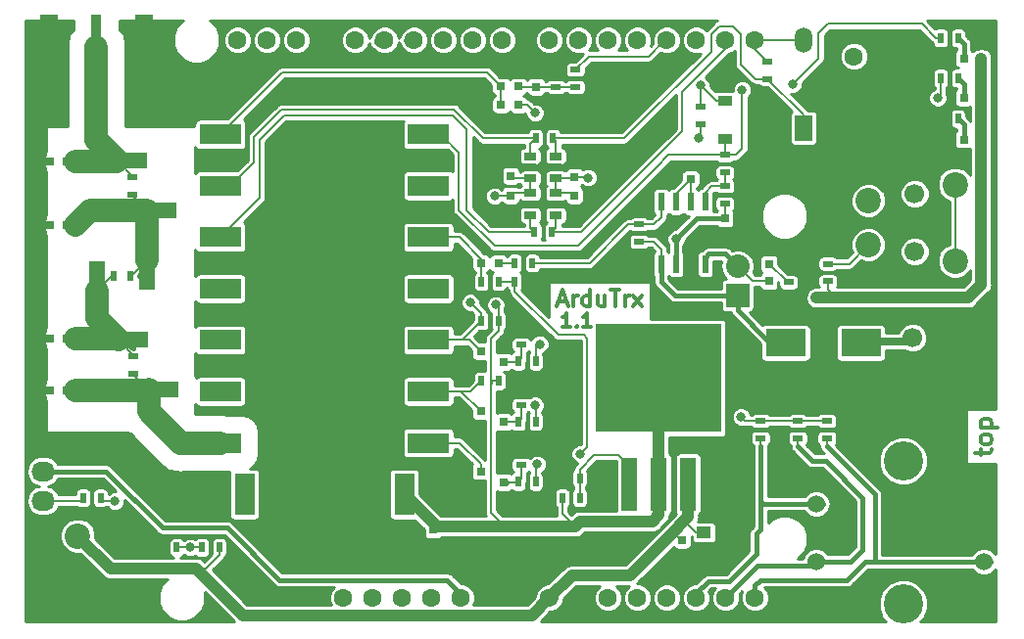
<source format=gtl>
G04 #@! TF.GenerationSoftware,KiCad,Pcbnew,5.0.0-fee4fd1~66~ubuntu16.04.1*
G04 #@! TF.CreationDate,2018-08-22T00:33:11+02:00*
G04 #@! TF.ProjectId,ArduTrxShield,41726475547278536869656C642E6B69,x1.1*
G04 #@! TF.SameCoordinates,Original*
G04 #@! TF.FileFunction,Copper,L1,Top,Signal*
G04 #@! TF.FilePolarity,Positive*
%FSLAX46Y46*%
G04 Gerber Fmt 4.6, Leading zero omitted, Abs format (unit mm)*
G04 Created by KiCad (PCBNEW 5.0.0-fee4fd1~66~ubuntu16.04.1) date Wed Aug 22 00:33:11 2018*
%MOMM*%
%LPD*%
G01*
G04 APERTURE LIST*
G04 #@! TA.AperFunction,NonConductor*
%ADD10C,0.300000*%
G04 #@! TD*
G04 #@! TA.AperFunction,ComponentPad*
%ADD11C,1.600000*%
G04 #@! TD*
G04 #@! TA.AperFunction,SMDPad,CuDef*
%ADD12R,0.900000X5.600000*%
G04 #@! TD*
G04 #@! TA.AperFunction,SMDPad,CuDef*
%ADD13R,1.650000X5.600000*%
G04 #@! TD*
G04 #@! TA.AperFunction,SMDPad,CuDef*
%ADD14R,5.160000X1.480000*%
G04 #@! TD*
G04 #@! TA.AperFunction,SMDPad,CuDef*
%ADD15R,1.480000X5.160000*%
G04 #@! TD*
G04 #@! TA.AperFunction,SMDPad,CuDef*
%ADD16R,3.600000X1.800000*%
G04 #@! TD*
G04 #@! TA.AperFunction,SMDPad,CuDef*
%ADD17R,1.800000X3.600000*%
G04 #@! TD*
G04 #@! TA.AperFunction,SMDPad,CuDef*
%ADD18R,1.390000X4.600000*%
G04 #@! TD*
G04 #@! TA.AperFunction,SMDPad,CuDef*
%ADD19R,10.800000X9.400000*%
G04 #@! TD*
G04 #@! TA.AperFunction,SMDPad,CuDef*
%ADD20R,0.600000X1.550000*%
G04 #@! TD*
G04 #@! TA.AperFunction,SMDPad,CuDef*
%ADD21R,0.800100X0.800100*%
G04 #@! TD*
G04 #@! TA.AperFunction,ComponentPad*
%ADD22C,1.524000*%
G04 #@! TD*
G04 #@! TA.AperFunction,ComponentPad*
%ADD23C,3.400000*%
G04 #@! TD*
G04 #@! TA.AperFunction,ComponentPad*
%ADD24C,1.700000*%
G04 #@! TD*
G04 #@! TA.AperFunction,ComponentPad*
%ADD25C,1.800000*%
G04 #@! TD*
G04 #@! TA.AperFunction,ComponentPad*
%ADD26O,2.032000X1.727200*%
G04 #@! TD*
G04 #@! TA.AperFunction,ComponentPad*
%ADD27R,2.032000X1.727200*%
G04 #@! TD*
G04 #@! TA.AperFunction,ComponentPad*
%ADD28O,2.032000X2.032000*%
G04 #@! TD*
G04 #@! TA.AperFunction,ComponentPad*
%ADD29R,2.032000X2.032000*%
G04 #@! TD*
G04 #@! TA.AperFunction,SMDPad,CuDef*
%ADD30R,3.500120X2.400300*%
G04 #@! TD*
G04 #@! TA.AperFunction,SMDPad,CuDef*
%ADD31R,0.800000X0.750000*%
G04 #@! TD*
G04 #@! TA.AperFunction,SMDPad,CuDef*
%ADD32R,1.250000X1.000000*%
G04 #@! TD*
G04 #@! TA.AperFunction,SMDPad,CuDef*
%ADD33R,0.750000X0.800000*%
G04 #@! TD*
G04 #@! TA.AperFunction,SMDPad,CuDef*
%ADD34R,0.797560X0.797560*%
G04 #@! TD*
G04 #@! TA.AperFunction,SMDPad,CuDef*
%ADD35R,1.220000X0.910000*%
G04 #@! TD*
G04 #@! TA.AperFunction,SMDPad,CuDef*
%ADD36R,0.500000X0.900000*%
G04 #@! TD*
G04 #@! TA.AperFunction,SMDPad,CuDef*
%ADD37R,0.900000X0.500000*%
G04 #@! TD*
G04 #@! TA.AperFunction,ComponentPad*
%ADD38O,1.498600X2.197100*%
G04 #@! TD*
G04 #@! TA.AperFunction,ComponentPad*
%ADD39R,1.498600X2.197100*%
G04 #@! TD*
G04 #@! TA.AperFunction,SMDPad,CuDef*
%ADD40R,1.060000X0.650000*%
G04 #@! TD*
G04 #@! TA.AperFunction,WasherPad*
%ADD41C,1.700000*%
G04 #@! TD*
G04 #@! TA.AperFunction,ComponentPad*
%ADD42C,2.200000*%
G04 #@! TD*
G04 #@! TA.AperFunction,ViaPad*
%ADD43C,0.800000*%
G04 #@! TD*
G04 #@! TA.AperFunction,ViaPad*
%ADD44C,1.100000*%
G04 #@! TD*
G04 #@! TA.AperFunction,Conductor*
%ADD45C,0.200000*%
G04 #@! TD*
G04 #@! TA.AperFunction,Conductor*
%ADD46C,0.400000*%
G04 #@! TD*
G04 #@! TA.AperFunction,Conductor*
%ADD47C,1.000000*%
G04 #@! TD*
G04 #@! TA.AperFunction,Conductor*
%ADD48C,2.000000*%
G04 #@! TD*
G04 #@! TA.AperFunction,Conductor*
%ADD49C,0.254000*%
G04 #@! TD*
G04 APERTURE END LIST*
D10*
X137678571Y-115142857D02*
X137678571Y-114571428D01*
X137178571Y-114928571D02*
X138464285Y-114928571D01*
X138607142Y-114857142D01*
X138678571Y-114714285D01*
X138678571Y-114571428D01*
X138678571Y-113857142D02*
X138607142Y-114000000D01*
X138535714Y-114071428D01*
X138392857Y-114142857D01*
X137964285Y-114142857D01*
X137821428Y-114071428D01*
X137750000Y-114000000D01*
X137678571Y-113857142D01*
X137678571Y-113642857D01*
X137750000Y-113500000D01*
X137821428Y-113428571D01*
X137964285Y-113357142D01*
X138392857Y-113357142D01*
X138535714Y-113428571D01*
X138607142Y-113500000D01*
X138678571Y-113642857D01*
X138678571Y-113857142D01*
X137678571Y-112714285D02*
X139178571Y-112714285D01*
X137750000Y-112714285D02*
X137678571Y-112571428D01*
X137678571Y-112285714D01*
X137750000Y-112142857D01*
X137821428Y-112071428D01*
X137964285Y-112000000D01*
X138392857Y-112000000D01*
X138535714Y-112071428D01*
X138607142Y-112142857D01*
X138678571Y-112285714D01*
X138678571Y-112571428D01*
X138607142Y-112714285D01*
X102285714Y-104042857D02*
X101600000Y-104042857D01*
X101942857Y-104042857D02*
X101942857Y-102842857D01*
X101828571Y-103014285D01*
X101714285Y-103128571D01*
X101600000Y-103185714D01*
X102800000Y-103928571D02*
X102857142Y-103985714D01*
X102800000Y-104042857D01*
X102742857Y-103985714D01*
X102800000Y-103928571D01*
X102800000Y-104042857D01*
X104000000Y-104042857D02*
X103314285Y-104042857D01*
X103657142Y-104042857D02*
X103657142Y-102842857D01*
X103542857Y-103014285D01*
X103428571Y-103128571D01*
X103314285Y-103185714D01*
X101233333Y-101833333D02*
X101900000Y-101833333D01*
X101100000Y-102233333D02*
X101566666Y-100833333D01*
X102033333Y-102233333D01*
X102500000Y-102233333D02*
X102500000Y-101300000D01*
X102500000Y-101566666D02*
X102566666Y-101433333D01*
X102633333Y-101366666D01*
X102766666Y-101300000D01*
X102900000Y-101300000D01*
X103966666Y-102233333D02*
X103966666Y-100833333D01*
X103966666Y-102166666D02*
X103833333Y-102233333D01*
X103566666Y-102233333D01*
X103433333Y-102166666D01*
X103366666Y-102100000D01*
X103300000Y-101966666D01*
X103300000Y-101566666D01*
X103366666Y-101433333D01*
X103433333Y-101366666D01*
X103566666Y-101300000D01*
X103833333Y-101300000D01*
X103966666Y-101366666D01*
X105233333Y-101300000D02*
X105233333Y-102233333D01*
X104633333Y-101300000D02*
X104633333Y-102033333D01*
X104700000Y-102166666D01*
X104833333Y-102233333D01*
X105033333Y-102233333D01*
X105166666Y-102166666D01*
X105233333Y-102100000D01*
X105700000Y-100833333D02*
X106500000Y-100833333D01*
X106100000Y-102233333D02*
X106100000Y-100833333D01*
X106966666Y-102233333D02*
X106966666Y-101300000D01*
X106966666Y-101566666D02*
X107033333Y-101433333D01*
X107100000Y-101366666D01*
X107233333Y-101300000D01*
X107366666Y-101300000D01*
X107700000Y-102233333D02*
X108433333Y-101300000D01*
X107700000Y-101300000D02*
X108433333Y-102233333D01*
D11*
G04 #@! TO.P,CN2,0*
G04 #@! TO.N,/RXD*
X118200000Y-79200000D03*
G04 #@! TO.P,CN2,8*
G04 #@! TO.N,N/C*
X96356000Y-79200000D03*
G04 #@! TO.P,CN2,9*
X93816000Y-79200000D03*
G04 #@! TO.P,CN2,10*
X91276000Y-79200000D03*
G04 #@! TO.P,CN2,11*
G04 #@! TO.N,/PTT_Q*
X88736000Y-79200000D03*
G04 #@! TO.P,CN2,12*
G04 #@! TO.N,/PD_Q*
X86196000Y-79200000D03*
G04 #@! TO.P,CN2,13*
G04 #@! TO.N,/H_L_Q*
X83656000Y-79200000D03*
G04 #@! TO.P,CN2,14*
G04 #@! TO.N,GND*
X81116000Y-79200000D03*
G04 #@! TO.P,CN2,15*
G04 #@! TO.N,N/C*
X78576000Y-79200000D03*
G04 #@! TO.P,CN2,16*
X76036000Y-79200000D03*
G04 #@! TO.P,CN2,17*
X73496000Y-79200000D03*
G04 #@! TO.P,CN2,1*
G04 #@! TO.N,/TXD*
X115660000Y-79200000D03*
G04 #@! TO.P,CN2,2*
G04 #@! TO.N,/SQ_R*
X113120000Y-79200000D03*
G04 #@! TO.P,CN2,3*
G04 #@! TO.N,/MIC_IN_R*
X110580000Y-79200000D03*
G04 #@! TO.P,CN2,4*
G04 #@! TO.N,N/C*
X108040000Y-79200000D03*
G04 #@! TO.P,CN2,5*
X105500000Y-79200000D03*
G04 #@! TO.P,CN2,6*
X102960000Y-79200000D03*
G04 #@! TO.P,CN2,7*
X100420000Y-79200000D03*
G04 #@! TO.P,CN2,24*
G04 #@! TO.N,VIN*
X100420000Y-127460000D03*
G04 #@! TO.P,CN2,25*
G04 #@! TO.N,GND*
X97880000Y-127460000D03*
G04 #@! TO.P,CN2,26*
X95340000Y-127460000D03*
G04 #@! TO.P,CN2,27*
G04 #@! TO.N,+5V*
X92800000Y-127460000D03*
G04 #@! TO.P,CN2,28*
G04 #@! TO.N,N/C*
X90260000Y-127460000D03*
G04 #@! TO.P,CN2,29*
X87720000Y-127460000D03*
G04 #@! TO.P,CN2,30*
G04 #@! TO.N,VIO*
X85180000Y-127460000D03*
G04 #@! TO.P,CN2,31*
G04 #@! TO.N,N/C*
X82640000Y-127460000D03*
G04 #@! TO.P,CN2,18*
G04 #@! TO.N,/ENC_SW*
X118200000Y-127460000D03*
G04 #@! TO.P,CN2,19*
G04 #@! TO.N,/ENC_B*
X115660000Y-127460000D03*
G04 #@! TO.P,CN2,20*
G04 #@! TO.N,/ENC_A*
X113120000Y-127460000D03*
G04 #@! TO.P,CN2,21*
G04 #@! TO.N,/AF_OUT_R*
X110580000Y-127460000D03*
G04 #@! TO.P,CN2,22*
G04 #@! TO.N,/GPS_RX*
X108040000Y-127460000D03*
G04 #@! TO.P,CN2,23*
G04 #@! TO.N,N/C*
X105500000Y-127460000D03*
G04 #@! TD*
D12*
G04 #@! TO.P,CN1,1*
G04 #@! TO.N,/ANT3*
X61300000Y-79800000D03*
D13*
G04 #@! TO.P,CN1,2*
G04 #@! TO.N,GND*
X65425000Y-79800000D03*
G04 #@! TO.P,CN1,3*
X57175000Y-79800000D03*
G04 #@! TD*
D14*
G04 #@! TO.P,L1,1*
G04 #@! TO.N,/ANT3*
X63090000Y-89635000D03*
G04 #@! TO.P,L1,2*
G04 #@! TO.N,/ANT2*
X65710000Y-93965000D03*
G04 #@! TD*
D15*
G04 #@! TO.P,L2,1*
G04 #@! TO.N,/ANT2*
X65665000Y-98290000D03*
G04 #@! TO.P,L2,2*
G04 #@! TO.N,/ANT1*
X61335000Y-100910000D03*
G04 #@! TD*
D14*
G04 #@! TO.P,L3,1*
G04 #@! TO.N,/ANT1*
X63190000Y-105135000D03*
G04 #@! TO.P,L3,2*
G04 #@! TO.N,/ANT0*
X65810000Y-109465000D03*
G04 #@! TD*
D16*
G04 #@! TO.P,U1,7*
G04 #@! TO.N,/H_L*
X90000000Y-114050000D03*
G04 #@! TO.P,U1,12*
G04 #@! TO.N,/ANT0*
X72000000Y-114050000D03*
G04 #@! TO.P,U1,13*
G04 #@! TO.N,N/C*
X72000000Y-109600000D03*
G04 #@! TO.P,U1,14*
X72000000Y-105150000D03*
G04 #@! TO.P,U1,15*
X72000000Y-100700000D03*
G04 #@! TO.P,U1,16*
G04 #@! TO.N,/TXD_R*
X72000000Y-96250000D03*
G04 #@! TO.P,U1,17*
G04 #@! TO.N,/RXD_R*
X72000000Y-91800000D03*
G04 #@! TO.P,U1,18*
G04 #@! TO.N,/MIC_IN*
X72000000Y-87350000D03*
G04 #@! TO.P,U1,6*
G04 #@! TO.N,/PD*
X90000000Y-109600000D03*
G04 #@! TO.P,U1,5*
G04 #@! TO.N,/PTT*
X90000000Y-105150000D03*
G04 #@! TO.P,U1,4*
G04 #@! TO.N,N/C*
X90000000Y-100700000D03*
G04 #@! TO.P,U1,3*
G04 #@! TO.N,/AF_OUT*
X90000000Y-96250000D03*
G04 #@! TO.P,U1,2*
G04 #@! TO.N,N/C*
X90000000Y-91800000D03*
G04 #@! TO.P,U1,1*
G04 #@! TO.N,/SQ*
X90000000Y-87350000D03*
D17*
G04 #@! TO.P,U1,10*
G04 #@! TO.N,GND*
X78700000Y-118500000D03*
G04 #@! TO.P,U1,11*
G04 #@! TO.N,N/C*
X74100000Y-118500000D03*
G04 #@! TO.P,U1,9*
G04 #@! TO.N,GND*
X83300000Y-118500000D03*
G04 #@! TO.P,U1,8*
G04 #@! TO.N,VCC*
X87900000Y-118500000D03*
G04 #@! TD*
D18*
G04 #@! TO.P,U2,1*
G04 #@! TO.N,Net-(R15-Pad2)*
X107360000Y-117600000D03*
G04 #@! TO.P,U2,3*
G04 #@! TO.N,VIN*
X112440000Y-117600000D03*
D19*
G04 #@! TO.P,U2,4*
G04 #@! TO.N,VCC*
X109900000Y-108450000D03*
D18*
G04 #@! TO.P,U2,2*
X109900000Y-117600000D03*
G04 #@! TD*
D20*
G04 #@! TO.P,U3,8*
G04 #@! TO.N,Net-(C12-Pad1)*
X113908500Y-98595500D03*
G04 #@! TO.P,U3,7*
G04 #@! TO.N,GND*
X112638500Y-98595500D03*
G04 #@! TO.P,U3,6*
G04 #@! TO.N,VCC*
X111368500Y-98595500D03*
G04 #@! TO.P,U3,5*
G04 #@! TO.N,Net-(C15-Pad1)*
X110098500Y-98595500D03*
G04 #@! TO.P,U3,4*
G04 #@! TO.N,Net-(R19-Pad2)*
X110098500Y-93195500D03*
G04 #@! TO.P,U3,3*
G04 #@! TO.N,Net-(C13-Pad1)*
X111368500Y-93195500D03*
G04 #@! TO.P,U3,2*
X112638500Y-93195500D03*
G04 #@! TO.P,U3,1*
G04 #@! TO.N,Net-(R21-Pad2)*
X113908500Y-93195500D03*
G04 #@! TD*
D21*
G04 #@! TO.P,Q1,3*
G04 #@! TO.N,/H_L*
X94501780Y-116500000D03*
G04 #@! TO.P,Q1,2*
G04 #@! TO.N,GND*
X96500760Y-115550000D03*
G04 #@! TO.P,Q1,1*
G04 #@! TO.N,Net-(Q1-Pad1)*
X96500760Y-117450000D03*
G04 #@! TD*
G04 #@! TO.P,Q2,3*
G04 #@! TO.N,/PD*
X94501780Y-111300000D03*
G04 #@! TO.P,Q2,2*
G04 #@! TO.N,GND*
X96500760Y-110350000D03*
G04 #@! TO.P,Q2,1*
G04 #@! TO.N,Net-(Q2-Pad1)*
X96500760Y-112250000D03*
G04 #@! TD*
G04 #@! TO.P,Q3,3*
G04 #@! TO.N,/PTT*
X94501780Y-106100000D03*
G04 #@! TO.P,Q3,2*
G04 #@! TO.N,GND*
X96500760Y-105150000D03*
G04 #@! TO.P,Q3,1*
G04 #@! TO.N,Net-(Q3-Pad1)*
X96500760Y-107050000D03*
G04 #@! TD*
D22*
G04 #@! TO.P,SW2,A*
G04 #@! TO.N,/ENC_A*
X123500000Y-119300000D03*
G04 #@! TO.P,SW2,C*
G04 #@! TO.N,GND*
X123500000Y-121800000D03*
G04 #@! TO.P,SW2,E*
G04 #@! TO.N,/ENC_SW*
X138000000Y-124300000D03*
G04 #@! TO.P,SW2,B*
G04 #@! TO.N,/ENC_B*
X123500000Y-124300000D03*
G04 #@! TO.P,SW2,D*
G04 #@! TO.N,GND*
X138000000Y-119300000D03*
D23*
G04 #@! TO.P,SW2,0*
G04 #@! TO.N,N/C*
X131000000Y-115600000D03*
X131000000Y-128000000D03*
G04 #@! TD*
D24*
G04 #@! TO.P,CN4,1*
G04 #@! TO.N,GND*
X137800000Y-104950000D03*
G04 #@! TO.P,CN4,2*
X136500000Y-108650000D03*
G04 #@! TO.P,CN4,3*
G04 #@! TO.N,/SPKR*
X131800000Y-104950000D03*
G04 #@! TD*
D11*
G04 #@! TO.P,SW1,3*
G04 #@! TO.N,/PTT*
X126750000Y-80600000D03*
G04 #@! TO.P,SW1,2*
G04 #@! TO.N,GND*
X131250000Y-80600000D03*
D25*
G04 #@! TO.P,SW1,1*
X132500000Y-83100000D03*
G04 #@! TO.P,SW1,4*
X125500000Y-83100000D03*
G04 #@! TD*
D26*
G04 #@! TO.P,CN5,3*
G04 #@! TO.N,Net-(CN5-Pad3)*
X56700000Y-119040000D03*
G04 #@! TO.P,CN5,2*
G04 #@! TO.N,+5V*
X56700000Y-116500000D03*
D27*
G04 #@! TO.P,CN5,1*
G04 #@! TO.N,GND*
X56700000Y-113960000D03*
G04 #@! TD*
D28*
G04 #@! TO.P,CN6,2*
G04 #@! TO.N,Net-(C12-Pad1)*
X116700000Y-98760000D03*
D29*
G04 #@! TO.P,CN6,1*
G04 #@! TO.N,Net-(C15-Pad1)*
X116700000Y-101300000D03*
G04 #@! TD*
D30*
G04 #@! TO.P,C15,2*
G04 #@! TO.N,/SPKR*
X127351200Y-105400000D03*
G04 #@! TO.P,C15,1*
G04 #@! TO.N,Net-(C15-Pad1)*
X120848800Y-105400000D03*
G04 #@! TD*
D31*
G04 #@! TO.P,C1,2*
G04 #@! TO.N,GND*
X57250000Y-89700000D03*
G04 #@! TO.P,C1,1*
G04 #@! TO.N,/ANT3*
X58750000Y-89700000D03*
G04 #@! TD*
G04 #@! TO.P,C2,2*
G04 #@! TO.N,GND*
X57250000Y-95200000D03*
G04 #@! TO.P,C2,1*
G04 #@! TO.N,/ANT2*
X58750000Y-95200000D03*
G04 #@! TD*
G04 #@! TO.P,C3,2*
G04 #@! TO.N,GND*
X57250000Y-105000000D03*
G04 #@! TO.P,C3,1*
G04 #@! TO.N,/ANT1*
X58750000Y-105000000D03*
G04 #@! TD*
G04 #@! TO.P,C4,2*
G04 #@! TO.N,GND*
X57250000Y-109500000D03*
G04 #@! TO.P,C4,1*
G04 #@! TO.N,/ANT0*
X58750000Y-109500000D03*
G04 #@! TD*
G04 #@! TO.P,C5,2*
G04 #@! TO.N,/MIC_IN*
X96250000Y-83200000D03*
G04 #@! TO.P,C5,1*
G04 #@! TO.N,Net-(C16-Pad1)*
X97750000Y-83200000D03*
G04 #@! TD*
D32*
G04 #@! TO.P,C6,2*
G04 #@! TO.N,GND*
X113800000Y-123800000D03*
G04 #@! TO.P,C6,1*
G04 #@! TO.N,VIN*
X113800000Y-121800000D03*
G04 #@! TD*
D33*
G04 #@! TO.P,C7,2*
G04 #@! TO.N,GND*
X111900000Y-123950000D03*
G04 #@! TO.P,C7,1*
G04 #@! TO.N,VIN*
X111900000Y-122450000D03*
G04 #@! TD*
G04 #@! TO.P,C8,2*
G04 #@! TO.N,GND*
X90400000Y-123050000D03*
G04 #@! TO.P,C8,1*
G04 #@! TO.N,VCC*
X90400000Y-121550000D03*
G04 #@! TD*
D32*
G04 #@! TO.P,C9,2*
G04 #@! TO.N,GND*
X92400000Y-123300000D03*
G04 #@! TO.P,C9,1*
G04 #@! TO.N,VCC*
X92400000Y-121300000D03*
G04 #@! TD*
D31*
G04 #@! TO.P,C10,2*
G04 #@! TO.N,/AF_OUT*
X94550000Y-98500000D03*
G04 #@! TO.P,C10,1*
G04 #@! TO.N,Net-(C10-Pad1)*
X96050000Y-98500000D03*
G04 #@! TD*
D33*
G04 #@! TO.P,C11,2*
G04 #@! TO.N,GND*
X115600000Y-96150000D03*
G04 #@! TO.P,C11,1*
G04 #@! TO.N,VCC*
X115600000Y-94650000D03*
G04 #@! TD*
G04 #@! TO.P,C12,2*
G04 #@! TO.N,Net-(C12-Pad2)*
X119400000Y-98550000D03*
G04 #@! TO.P,C12,1*
G04 #@! TO.N,Net-(C12-Pad1)*
X119400000Y-100050000D03*
G04 #@! TD*
D31*
G04 #@! TO.P,C13,2*
G04 #@! TO.N,GND*
X111150000Y-91200000D03*
G04 #@! TO.P,C13,1*
G04 #@! TO.N,Net-(C13-Pad1)*
X112650000Y-91200000D03*
G04 #@! TD*
G04 #@! TO.P,C14,2*
G04 #@! TO.N,/MIC_IN*
X96250000Y-84800000D03*
G04 #@! TO.P,C14,1*
G04 #@! TO.N,/MIC*
X97750000Y-84800000D03*
G04 #@! TD*
D33*
G04 #@! TO.P,C16,2*
G04 #@! TO.N,GND*
X99300000Y-81750000D03*
G04 #@! TO.P,C16,1*
G04 #@! TO.N,Net-(C16-Pad1)*
X99300000Y-83250000D03*
G04 #@! TD*
G04 #@! TO.P,C17,2*
G04 #@! TO.N,GND*
X97100000Y-89450000D03*
G04 #@! TO.P,C17,1*
G04 #@! TO.N,VCC*
X97100000Y-90950000D03*
G04 #@! TD*
G04 #@! TO.P,C18,2*
G04 #@! TO.N,GND*
X97100000Y-94150000D03*
G04 #@! TO.P,C18,1*
G04 #@! TO.N,VCC*
X97100000Y-92650000D03*
G04 #@! TD*
G04 #@! TO.P,C19,2*
G04 #@! TO.N,GND*
X102600000Y-94150000D03*
G04 #@! TO.P,C19,1*
G04 #@! TO.N,VIO*
X102600000Y-92650000D03*
G04 #@! TD*
G04 #@! TO.P,C20,2*
G04 #@! TO.N,GND*
X102600000Y-89550000D03*
G04 #@! TO.P,C20,1*
G04 #@! TO.N,VIO*
X102600000Y-91050000D03*
G04 #@! TD*
D34*
G04 #@! TO.P,D1,1*
G04 #@! TO.N,Net-(D1-Pad1)*
X136250700Y-84200000D03*
G04 #@! TO.P,D1,2*
G04 #@! TO.N,VCC*
X137749300Y-84200000D03*
G04 #@! TD*
G04 #@! TO.P,D2,1*
G04 #@! TO.N,Net-(D2-Pad1)*
X136250700Y-87800000D03*
G04 #@! TO.P,D2,2*
G04 #@! TO.N,VCC*
X137749300Y-87800000D03*
G04 #@! TD*
G04 #@! TO.P,D3,1*
G04 #@! TO.N,Net-(D3-Pad1)*
X136250700Y-80800000D03*
G04 #@! TO.P,D3,2*
G04 #@! TO.N,VCC*
X137749300Y-80800000D03*
G04 #@! TD*
D35*
G04 #@! TO.P,D4,2*
G04 #@! TO.N,/SQ_R*
X115600000Y-84465000D03*
G04 #@! TO.P,D4,1*
G04 #@! TO.N,/SQ*
X115600000Y-87735000D03*
G04 #@! TD*
D36*
G04 #@! TO.P,R1,2*
G04 #@! TO.N,/PTT*
X134250000Y-82500000D03*
G04 #@! TO.P,R1,1*
G04 #@! TO.N,Net-(D1-Pad1)*
X135750000Y-82500000D03*
G04 #@! TD*
G04 #@! TO.P,R3,2*
G04 #@! TO.N,Net-(Q1-Pad1)*
X97750000Y-117400000D03*
G04 #@! TO.P,R3,1*
G04 #@! TO.N,/H_L_Q*
X99250000Y-117400000D03*
G04 #@! TD*
G04 #@! TO.P,R4,2*
G04 #@! TO.N,/TXD_R*
X99150000Y-95800000D03*
G04 #@! TO.P,R4,1*
G04 #@! TO.N,/TXD*
X100650000Y-95800000D03*
G04 #@! TD*
G04 #@! TO.P,R5,2*
G04 #@! TO.N,/RXD_R*
X99250000Y-87700000D03*
G04 #@! TO.P,R5,1*
G04 #@! TO.N,/RXD_S*
X100750000Y-87700000D03*
G04 #@! TD*
G04 #@! TO.P,R6,2*
G04 #@! TO.N,GND*
X134250000Y-86000000D03*
G04 #@! TO.P,R6,1*
G04 #@! TO.N,Net-(D2-Pad1)*
X135750000Y-86000000D03*
G04 #@! TD*
G04 #@! TO.P,R7,2*
G04 #@! TO.N,/SQ*
X134250000Y-79000000D03*
G04 #@! TO.P,R7,1*
G04 #@! TO.N,Net-(D3-Pad1)*
X135750000Y-79000000D03*
G04 #@! TD*
G04 #@! TO.P,R8,2*
G04 #@! TO.N,/PD*
X94550000Y-108700000D03*
G04 #@! TO.P,R8,1*
G04 #@! TO.N,VCC*
X96050000Y-108700000D03*
G04 #@! TD*
G04 #@! TO.P,R9,2*
G04 #@! TO.N,Net-(Q2-Pad1)*
X97750000Y-112200000D03*
G04 #@! TO.P,R9,1*
G04 #@! TO.N,/PD_Q*
X99250000Y-112200000D03*
G04 #@! TD*
G04 #@! TO.P,R10,2*
G04 #@! TO.N,/PTT*
X94550000Y-103500000D03*
G04 #@! TO.P,R10,1*
G04 #@! TO.N,VCC*
X96050000Y-103500000D03*
G04 #@! TD*
G04 #@! TO.P,R11,2*
G04 #@! TO.N,Net-(Q3-Pad1)*
X97750000Y-107000000D03*
G04 #@! TO.P,R11,1*
G04 #@! TO.N,/PTT_Q*
X99250000Y-107000000D03*
G04 #@! TD*
D37*
G04 #@! TO.P,R12,2*
G04 #@! TO.N,/SQ_R*
X113500000Y-84950000D03*
G04 #@! TO.P,R12,1*
G04 #@! TO.N,VIO*
X113500000Y-86450000D03*
G04 #@! TD*
G04 #@! TO.P,R13,2*
G04 #@! TO.N,Net-(C16-Pad1)*
X102700000Y-83250000D03*
G04 #@! TO.P,R13,1*
G04 #@! TO.N,/MIC_IN_R*
X102700000Y-81750000D03*
G04 #@! TD*
G04 #@! TO.P,R14,2*
G04 #@! TO.N,GND*
X101000000Y-81750000D03*
G04 #@! TO.P,R14,1*
G04 #@! TO.N,Net-(C16-Pad1)*
X101000000Y-83250000D03*
G04 #@! TD*
D36*
G04 #@! TO.P,R15,2*
G04 #@! TO.N,Net-(R15-Pad2)*
X103050000Y-118800000D03*
G04 #@! TO.P,R15,1*
G04 #@! TO.N,VCC*
X101550000Y-118800000D03*
G04 #@! TD*
G04 #@! TO.P,R16,2*
G04 #@! TO.N,/AF_OUT_R*
X96050000Y-100100000D03*
G04 #@! TO.P,R16,1*
G04 #@! TO.N,/AF_OUT*
X94550000Y-100100000D03*
G04 #@! TD*
G04 #@! TO.P,R17,2*
G04 #@! TO.N,GND*
X101550000Y-117100000D03*
G04 #@! TO.P,R17,1*
G04 #@! TO.N,Net-(R15-Pad2)*
X103050000Y-117100000D03*
G04 #@! TD*
G04 #@! TO.P,R18,2*
G04 #@! TO.N,Net-(CN5-Pad3)*
X60150000Y-118800000D03*
G04 #@! TO.P,R18,1*
G04 #@! TO.N,/GPS_RX*
X61650000Y-118800000D03*
G04 #@! TD*
D37*
G04 #@! TO.P,R19,2*
G04 #@! TO.N,Net-(R19-Pad2)*
X108200000Y-95150000D03*
G04 #@! TO.P,R19,1*
G04 #@! TO.N,Net-(C15-Pad1)*
X108200000Y-96650000D03*
G04 #@! TD*
D36*
G04 #@! TO.P,R20,2*
G04 #@! TO.N,Net-(C10-Pad1)*
X97450000Y-98500000D03*
G04 #@! TO.P,R20,1*
G04 #@! TO.N,Net-(R19-Pad2)*
X98950000Y-98500000D03*
G04 #@! TD*
D37*
G04 #@! TO.P,R21,2*
G04 #@! TO.N,Net-(R21-Pad2)*
X115600000Y-91850000D03*
G04 #@! TO.P,R21,1*
G04 #@! TO.N,VCC*
X115600000Y-93350000D03*
G04 #@! TD*
G04 #@! TO.P,R22,2*
G04 #@! TO.N,/SQ*
X115600000Y-89150000D03*
G04 #@! TO.P,R22,1*
G04 #@! TO.N,Net-(R21-Pad2)*
X115600000Y-90650000D03*
G04 #@! TD*
G04 #@! TO.P,R23,2*
G04 #@! TO.N,GND*
X121100000Y-98650000D03*
G04 #@! TO.P,R23,1*
G04 #@! TO.N,Net-(C12-Pad2)*
X121100000Y-100150000D03*
G04 #@! TD*
G04 #@! TO.P,R24,2*
G04 #@! TO.N,/ENC_A*
X118700000Y-113650000D03*
G04 #@! TO.P,R24,1*
G04 #@! TO.N,VIO*
X118700000Y-112150000D03*
G04 #@! TD*
G04 #@! TO.P,R25,2*
G04 #@! TO.N,/ENC_B*
X121900000Y-113650000D03*
G04 #@! TO.P,R25,1*
G04 #@! TO.N,VIO*
X121900000Y-112150000D03*
G04 #@! TD*
G04 #@! TO.P,R26,2*
G04 #@! TO.N,/ENC_SW*
X124400000Y-113650000D03*
G04 #@! TO.P,R26,1*
G04 #@! TO.N,VIO*
X124400000Y-112150000D03*
G04 #@! TD*
G04 #@! TO.P,R27,2*
G04 #@! TO.N,/MIC*
X124500000Y-98550000D03*
G04 #@! TO.P,R27,1*
G04 #@! TO.N,VCC*
X124500000Y-100050000D03*
G04 #@! TD*
G04 #@! TO.P,R28,2*
G04 #@! TO.N,/ANT3*
X64400000Y-91050000D03*
G04 #@! TO.P,R28,1*
G04 #@! TO.N,/ANT2*
X64400000Y-92550000D03*
G04 #@! TD*
D36*
G04 #@! TO.P,R29,2*
G04 #@! TO.N,/ANT2*
X64250000Y-99600000D03*
G04 #@! TO.P,R29,1*
G04 #@! TO.N,/ANT1*
X62750000Y-99600000D03*
G04 #@! TD*
D37*
G04 #@! TO.P,R30,2*
G04 #@! TO.N,/ANT1*
X64500000Y-106550000D03*
G04 #@! TO.P,R30,1*
G04 #@! TO.N,/ANT0*
X64500000Y-108050000D03*
G04 #@! TD*
D36*
G04 #@! TO.P,R31,2*
G04 #@! TO.N,GND*
X98950000Y-100100000D03*
G04 #@! TO.P,R31,1*
G04 #@! TO.N,/AF_OUT_R*
X97450000Y-100100000D03*
G04 #@! TD*
D37*
G04 #@! TO.P,R32,2*
G04 #@! TO.N,/RXD_S*
X119300000Y-82550000D03*
G04 #@! TO.P,R32,1*
G04 #@! TO.N,/RXD*
X119300000Y-81050000D03*
G04 #@! TD*
D38*
G04 #@! TO.P,S1,2*
G04 #@! TO.N,/RXD*
X122400000Y-79190000D03*
D39*
G04 #@! TO.P,S1,1*
G04 #@! TO.N,/RXD_S*
X122400000Y-86810000D03*
G04 #@! TD*
D40*
G04 #@! TO.P,U4,5*
G04 #@! TO.N,GND*
X101000000Y-93400000D03*
G04 #@! TO.P,U4,6*
G04 #@! TO.N,VIO*
X101000000Y-92450000D03*
G04 #@! TO.P,U4,4*
G04 #@! TO.N,/TXD*
X101000000Y-94350000D03*
G04 #@! TO.P,U4,3*
G04 #@! TO.N,/TXD_R*
X98800000Y-94350000D03*
G04 #@! TO.P,U4,2*
G04 #@! TO.N,GND*
X98800000Y-93400000D03*
G04 #@! TO.P,U4,1*
G04 #@! TO.N,VCC*
X98800000Y-92450000D03*
G04 #@! TD*
G04 #@! TO.P,U5,5*
G04 #@! TO.N,GND*
X98800000Y-90200000D03*
G04 #@! TO.P,U5,6*
G04 #@! TO.N,VCC*
X98800000Y-91150000D03*
G04 #@! TO.P,U5,4*
G04 #@! TO.N,/RXD_R*
X98800000Y-89250000D03*
G04 #@! TO.P,U5,3*
G04 #@! TO.N,/RXD_S*
X101000000Y-89250000D03*
G04 #@! TO.P,U5,2*
G04 #@! TO.N,GND*
X101000000Y-90200000D03*
G04 #@! TO.P,U5,1*
G04 #@! TO.N,VIO*
X101000000Y-91150000D03*
G04 #@! TD*
D41*
G04 #@! TO.P,CN3,*
G04 #@! TO.N,*
X132000000Y-97500000D03*
X132000000Y-92500000D03*
D42*
G04 #@! TO.P,CN3,2*
G04 #@! TO.N,/MIC*
X128000000Y-96900000D03*
G04 #@! TO.P,CN3,1*
G04 #@! TO.N,/PTT*
X128000000Y-93100000D03*
G04 #@! TO.P,CN3,3*
G04 #@! TO.N,Net-(CN3-Pad3)*
X135500000Y-91700000D03*
X135500000Y-98300000D03*
G04 #@! TD*
D37*
G04 #@! TO.P,R2,1*
G04 #@! TO.N,Net-(Q1-Pad1)*
X98000000Y-115950000D03*
G04 #@! TO.P,R2,2*
G04 #@! TO.N,GND*
X98000000Y-114450000D03*
G04 #@! TD*
G04 #@! TO.P,R33,2*
G04 #@! TO.N,GND*
X98000000Y-109250000D03*
G04 #@! TO.P,R33,1*
G04 #@! TO.N,Net-(Q2-Pad1)*
X98000000Y-110750000D03*
G04 #@! TD*
G04 #@! TO.P,R34,1*
G04 #@! TO.N,Net-(Q3-Pad1)*
X98000000Y-105550000D03*
G04 #@! TO.P,R34,2*
G04 #@! TO.N,GND*
X98000000Y-104050000D03*
G04 #@! TD*
D36*
G04 #@! TO.P,R35,1*
G04 #@! TO.N,VIN*
X71900000Y-123100000D03*
G04 #@! TO.P,R35,2*
G04 #@! TO.N,/GPS_RX*
X70400000Y-123100000D03*
G04 #@! TD*
G04 #@! TO.P,R36,2*
G04 #@! TO.N,GND*
X66750000Y-123100000D03*
G04 #@! TO.P,R36,1*
G04 #@! TO.N,/GPS_RX*
X68250000Y-123100000D03*
G04 #@! TD*
D42*
G04 #@! TO.P,CN7,1*
G04 #@! TO.N,VIN*
X59695000Y-122100000D03*
G04 #@! TO.P,CN7,2*
G04 #@! TO.N,GND*
X63505000Y-122100000D03*
G04 #@! TD*
D43*
G04 #@! TO.N,GND*
X113950000Y-96150000D03*
X121100000Y-97300000D03*
X103900000Y-88900000D03*
X100000000Y-100300000D03*
X112200000Y-125700000D03*
X68600000Y-85700000D03*
X59800000Y-114000000D03*
X78700000Y-115200000D03*
X76000000Y-111100000D03*
X68400000Y-118000000D03*
X63500000Y-113900000D03*
X65900000Y-115900000D03*
X71600000Y-117900000D03*
X56500000Y-107300000D03*
X56500000Y-98800000D03*
X56500000Y-92100000D03*
X96500000Y-114100000D03*
X97400000Y-102900000D03*
X104200000Y-93100000D03*
X95600000Y-89200000D03*
X83500000Y-122200000D03*
X78700000Y-122000000D03*
X83300000Y-115100000D03*
X90400000Y-124800000D03*
D44*
X57300000Y-85200000D03*
X65500000Y-85100000D03*
D43*
X99400000Y-108700000D03*
G04 #@! TO.N,VCC*
X123500000Y-101500000D03*
X95700000Y-92700000D03*
X95800000Y-102100000D03*
X109900000Y-108450000D03*
X111400000Y-96400000D03*
G04 #@! TO.N,/GPS_RX*
X62900000Y-119100000D03*
X69400000Y-123100000D03*
G04 #@! TO.N,/AF_OUT_R*
X103100000Y-115000000D03*
G04 #@! TO.N,/SQ_R*
X113500000Y-83100000D03*
G04 #@! TO.N,/H_L_Q*
X99400000Y-115900000D03*
G04 #@! TO.N,/PD_Q*
X99200000Y-110800000D03*
G04 #@! TO.N,/PTT_Q*
X99600000Y-105500000D03*
G04 #@! TO.N,/PTT*
X134000000Y-84200000D03*
X93600000Y-101900000D03*
G04 #@! TO.N,/SQ*
X121500000Y-83000000D03*
X117100000Y-83500000D03*
G04 #@! TO.N,/MIC*
X99200000Y-85500000D03*
G04 #@! TO.N,VIO*
X117000000Y-111800000D03*
X113300000Y-87700000D03*
X103800000Y-91100000D03*
G04 #@! TD*
D45*
G04 #@! TO.N,GND*
X113950000Y-96150000D02*
X113900000Y-96100000D01*
X115600000Y-96150000D02*
X113950000Y-96150000D01*
X121100000Y-98650000D02*
X121100000Y-97300000D01*
X102600000Y-89550000D02*
X103250000Y-89550000D01*
X103250000Y-89550000D02*
X103900000Y-88900000D01*
X98950000Y-100100000D02*
X99800000Y-100100000D01*
X99800000Y-100100000D02*
X100000000Y-100300000D01*
X113800000Y-123800000D02*
X113800000Y-124100000D01*
X113800000Y-124100000D02*
X112200000Y-125700000D01*
X57250000Y-105000000D02*
X56500000Y-105000000D01*
X56500000Y-105000000D02*
X56600000Y-105100000D01*
X56600000Y-105100000D02*
X56600000Y-105400000D01*
X56600000Y-105400000D02*
X56500000Y-105400000D01*
X57250000Y-109500000D02*
X57100000Y-109500000D01*
X57100000Y-109500000D02*
X56500000Y-110100000D01*
X57250000Y-95200000D02*
X57000000Y-95200000D01*
X57000000Y-95200000D02*
X56500000Y-95700000D01*
X57250000Y-89700000D02*
X56500000Y-89700000D01*
X56500000Y-89700000D02*
X56500000Y-89900000D01*
X65500000Y-85100000D02*
X68000000Y-85100000D01*
X68000000Y-85100000D02*
X68600000Y-85700000D01*
X59800000Y-114000000D02*
X59800000Y-113900000D01*
X59800000Y-113900000D02*
X59800000Y-114000000D01*
X59800000Y-114000000D02*
X59800000Y-113900000D01*
X78700000Y-115200000D02*
X78700000Y-113800000D01*
X78700000Y-118500000D02*
X78700000Y-115200000D01*
X78700000Y-113800000D02*
X76000000Y-111100000D01*
X66300000Y-115900000D02*
X68400000Y-118000000D01*
X56500000Y-113900000D02*
X59800000Y-113900000D01*
X59800000Y-113900000D02*
X63500000Y-113900000D01*
X65900000Y-115900000D02*
X66300000Y-115900000D01*
X96050000Y-113650000D02*
X96500000Y-114100000D01*
X96500760Y-105150000D02*
X96550000Y-105150000D01*
X96550000Y-105150000D02*
X97900000Y-103800000D01*
X102600000Y-94150000D02*
X103150000Y-94150000D01*
X103150000Y-94150000D02*
X104200000Y-93100000D01*
X97100000Y-89450000D02*
X95850000Y-89450000D01*
X95850000Y-89450000D02*
X95600000Y-89200000D01*
X83300000Y-118500000D02*
X83300000Y-122000000D01*
X83300000Y-122000000D02*
X83500000Y-122200000D01*
X78700000Y-118500000D02*
X78700000Y-122000000D01*
X83300000Y-118500000D02*
X83300000Y-115100000D01*
X90400000Y-123050000D02*
X90400000Y-124800000D01*
X134250000Y-86000000D02*
X131550000Y-86000000D01*
D46*
X65425000Y-79800000D02*
X65425000Y-85025000D01*
X57225000Y-85125000D02*
X57175000Y-85125000D01*
X57300000Y-85200000D02*
X57225000Y-85125000D01*
X65425000Y-85025000D02*
X65500000Y-85100000D01*
X57175000Y-85125000D02*
X57175000Y-79800000D01*
X57175000Y-79800000D02*
X57175000Y-85125000D01*
X57175000Y-85125000D02*
X57100000Y-85200000D01*
X129800000Y-83100000D02*
X129800000Y-84250000D01*
X129800000Y-84250000D02*
X131550000Y-86000000D01*
X128550000Y-80600000D02*
X128550000Y-81850000D01*
X128550000Y-81850000D02*
X129800000Y-83100000D01*
X95340000Y-127460000D02*
X95340000Y-124140000D01*
X95340000Y-124140000D02*
X95000000Y-123800000D01*
X97880000Y-127460000D02*
X95340000Y-127460000D01*
X92400000Y-123800000D02*
X89400000Y-123800000D01*
X95000000Y-123800000D02*
X92400000Y-123800000D01*
X97880000Y-127460000D02*
X97880000Y-127980000D01*
X99200000Y-124900000D02*
X96100000Y-124900000D01*
X96100000Y-124900000D02*
X95000000Y-123800000D01*
X101800000Y-122750000D02*
X101650000Y-122750000D01*
X101650000Y-122750000D02*
X99500000Y-124900000D01*
X99500000Y-124900000D02*
X99200000Y-124900000D01*
X104000000Y-122600000D02*
X101950000Y-122600000D01*
X101950000Y-122600000D02*
X101800000Y-122750000D01*
X136000000Y-105150000D02*
X134000000Y-105150000D01*
X133900000Y-105200000D02*
X134000000Y-105200000D01*
X133950000Y-105200000D02*
X133900000Y-105200000D01*
X134000000Y-105150000D02*
X133950000Y-105200000D01*
X137300000Y-108850000D02*
X134650000Y-108850000D01*
X134650000Y-108850000D02*
X134000000Y-109500000D01*
X138600000Y-119300000D02*
X138600000Y-119000000D01*
X138600000Y-119000000D02*
X132550000Y-112950000D01*
X134000000Y-105200000D02*
X134000000Y-109500000D01*
X134000000Y-111500000D02*
X132550000Y-112950000D01*
X134000000Y-109500000D02*
X134000000Y-111500000D01*
X78700000Y-118500000D02*
X78700000Y-114400000D01*
X79100000Y-114100000D02*
X79100000Y-114000000D01*
X79000000Y-114100000D02*
X79100000Y-114100000D01*
X78700000Y-114400000D02*
X79000000Y-114100000D01*
X83300000Y-118500000D02*
X83300000Y-112500000D01*
X83300000Y-112500000D02*
X83500000Y-112300000D01*
X83300000Y-118500000D02*
X83300000Y-123100000D01*
X83300000Y-123100000D02*
X84000000Y-123800000D01*
X89400000Y-123800000D02*
X84000000Y-123800000D01*
X84000000Y-123800000D02*
X78700000Y-118500000D01*
X83500000Y-112300000D02*
X80800000Y-112300000D01*
X80800000Y-112300000D02*
X79100000Y-114000000D01*
X56500000Y-105000000D02*
X56500000Y-98800000D01*
X56500000Y-98800000D02*
X56500000Y-95700000D01*
X56500000Y-95700000D02*
X56500000Y-95200000D01*
X56500000Y-109500000D02*
X56500000Y-110100000D01*
X56500000Y-110100000D02*
X56500000Y-111500000D01*
X56500000Y-111500000D02*
X56500000Y-113400000D01*
X56500000Y-105000000D02*
X56500000Y-105400000D01*
X56500000Y-105400000D02*
X56500000Y-107300000D01*
X56500000Y-107300000D02*
X56500000Y-109500000D01*
X56500000Y-89700000D02*
X56500000Y-80475000D01*
X56500000Y-80475000D02*
X57175000Y-79800000D01*
X56500000Y-89700000D02*
X56500000Y-89900000D01*
X56500000Y-89900000D02*
X56500000Y-92100000D01*
X56500000Y-92100000D02*
X56500000Y-113400000D01*
X56500000Y-113400000D02*
X56500000Y-113900000D01*
D45*
X96500760Y-110299240D02*
X96500760Y-110350000D01*
X99400000Y-108700000D02*
X96500760Y-110299240D01*
X64505000Y-123100000D02*
X63505000Y-122100000D01*
X66450000Y-123100000D02*
X64505000Y-123100000D01*
G04 #@! TO.N,/MIC_IN*
X96250000Y-84800000D02*
X96250000Y-83200000D01*
X96250000Y-83200000D02*
X95050000Y-82000000D01*
X95050000Y-82000000D02*
X77350000Y-82000000D01*
X77350000Y-82000000D02*
X72000000Y-87350000D01*
D46*
G04 #@! TO.N,VCC*
X111368500Y-98595500D02*
X111368500Y-96431500D01*
X111368500Y-96431500D02*
X111400000Y-96400000D01*
X115600000Y-94650000D02*
X113150000Y-94650000D01*
X113150000Y-94650000D02*
X111400000Y-96400000D01*
D45*
X124500000Y-100050000D02*
X124500000Y-100800000D01*
X124500000Y-100800000D02*
X125200000Y-101500000D01*
D47*
X123500000Y-101500000D02*
X125200000Y-101500000D01*
X125200000Y-101500000D02*
X131800000Y-101500000D01*
X131800000Y-101500000D02*
X136600000Y-101500000D01*
D45*
X96050000Y-103500000D02*
X96050000Y-102350000D01*
X95750000Y-92650000D02*
X97100000Y-92650000D01*
X95700000Y-92700000D02*
X95750000Y-92650000D01*
X96050000Y-102350000D02*
X95800000Y-102100000D01*
X92400000Y-121300000D02*
X93900000Y-121300000D01*
X90900000Y-121300000D02*
X92400000Y-121300000D01*
X90400000Y-121550000D02*
X90450000Y-121550000D01*
X90450000Y-121550000D02*
X90700000Y-121300000D01*
X90700000Y-121300000D02*
X90400000Y-121550000D01*
X101550000Y-118800000D02*
X101550000Y-120200000D01*
X101550000Y-120200000D02*
X102650000Y-121300000D01*
X95400000Y-112300000D02*
X95400000Y-120100000D01*
X95400000Y-120100000D02*
X96600000Y-121300000D01*
X95500000Y-108700000D02*
X95500000Y-108900000D01*
X95500000Y-108900000D02*
X95400000Y-109000000D01*
X96050000Y-108700000D02*
X95400000Y-108700000D01*
X95400000Y-108700000D02*
X95500000Y-108700000D01*
X95500000Y-108700000D02*
X95400000Y-108700000D01*
X96050000Y-103500000D02*
X96050000Y-104350000D01*
X95400000Y-109000000D02*
X95400000Y-112300000D01*
X95400000Y-112300000D02*
X95400000Y-113250000D01*
X95400000Y-105000000D02*
X95400000Y-108700000D01*
X95400000Y-108700000D02*
X95400000Y-109000000D01*
X96050000Y-104350000D02*
X95400000Y-105000000D01*
X98800000Y-92450000D02*
X97300000Y-92450000D01*
X97300000Y-92450000D02*
X97100000Y-92650000D01*
X98800000Y-91150000D02*
X97300000Y-91150000D01*
X97300000Y-91150000D02*
X97100000Y-90950000D01*
X98800000Y-91150000D02*
X98800000Y-92450000D01*
X113150000Y-94650000D02*
X111400000Y-96400000D01*
X115600000Y-93350000D02*
X115600000Y-94650000D01*
X111368500Y-96431500D02*
X111400000Y-96400000D01*
D47*
X112900000Y-111450000D02*
X109900000Y-108450000D01*
X101500000Y-121300000D02*
X102650000Y-121300000D01*
X102650000Y-121300000D02*
X103112500Y-120837500D01*
X104600000Y-120837500D02*
X103112500Y-120837500D01*
X106700000Y-120837500D02*
X104600000Y-120837500D01*
D46*
X103112500Y-120837500D02*
X102900000Y-121050000D01*
X102900000Y-121050000D02*
X102900000Y-121100000D01*
X102900000Y-121100000D02*
X102900000Y-121050000D01*
D47*
X101800000Y-121300000D02*
X101500000Y-121300000D01*
X101500000Y-121300000D02*
X99300000Y-121300000D01*
X99300000Y-121300000D02*
X96600000Y-121300000D01*
X96600000Y-121300000D02*
X93900000Y-121300000D01*
X93900000Y-121300000D02*
X90900000Y-121300000D01*
X90900000Y-121300000D02*
X90700000Y-121300000D01*
X90700000Y-121300000D02*
X87900000Y-118500000D01*
X108100000Y-120837500D02*
X109337500Y-120837500D01*
X109337500Y-120837500D02*
X109900000Y-120275000D01*
X108100000Y-120837500D02*
X106700000Y-120837500D01*
X109900000Y-117600000D02*
X109900000Y-120275000D01*
X109900000Y-120275000D02*
X109337500Y-120837500D01*
X109900000Y-117600000D02*
X109900000Y-108450000D01*
D46*
X97700000Y-121300000D02*
X101800000Y-121300000D01*
X101800000Y-121300000D02*
X102650000Y-121300000D01*
X102650000Y-121300000D02*
X102900000Y-121050000D01*
X112900000Y-111450000D02*
X109900000Y-108450000D01*
X112900000Y-111450000D02*
X109900000Y-108450000D01*
X91600000Y-121300000D02*
X93725000Y-121300000D01*
X93725000Y-121300000D02*
X97100000Y-121300000D01*
X97100000Y-121300000D02*
X97700000Y-121300000D01*
X112900000Y-111450000D02*
X109900000Y-108450000D01*
X93100000Y-121300000D02*
X91600000Y-121300000D01*
X91600000Y-121300000D02*
X90700000Y-121300000D01*
X90700000Y-121300000D02*
X87900000Y-118500000D01*
D47*
X137749300Y-80800000D02*
X137749300Y-84200000D01*
X137749300Y-84200000D02*
X137749300Y-87800000D01*
X137749300Y-87800000D02*
X137749300Y-93349300D01*
X137749300Y-100350700D02*
X136600000Y-101500000D01*
X137749300Y-87800000D02*
X137749300Y-100350700D01*
D45*
G04 #@! TO.N,Net-(C10-Pad1)*
X96050000Y-98500000D02*
X97450000Y-98500000D01*
G04 #@! TO.N,/AF_OUT*
X94550000Y-100100000D02*
X94550000Y-98500000D01*
X94550000Y-98500000D02*
X94550000Y-98150000D01*
X94550000Y-98150000D02*
X92650000Y-96250000D01*
X92650000Y-96250000D02*
X90000000Y-96250000D01*
G04 #@! TO.N,Net-(C12-Pad1)*
X119400000Y-100050000D02*
X117990000Y-100050000D01*
X117990000Y-100050000D02*
X116700000Y-98760000D01*
D46*
X117040000Y-99100000D02*
X116700000Y-98760000D01*
X116940000Y-99000000D02*
X116700000Y-98760000D01*
X113908500Y-98595500D02*
X113908500Y-97991500D01*
X113908500Y-97991500D02*
X114200000Y-97700000D01*
X114200000Y-97700000D02*
X115640000Y-97700000D01*
X115640000Y-97700000D02*
X116700000Y-98760000D01*
D45*
G04 #@! TO.N,Net-(C12-Pad2)*
X121100000Y-100150000D02*
X121000000Y-100150000D01*
X121000000Y-100150000D02*
X119400000Y-98550000D01*
G04 #@! TO.N,Net-(C13-Pad1)*
X111368500Y-93195500D02*
X111368500Y-92481500D01*
X111368500Y-92481500D02*
X112650000Y-91200000D01*
X112638500Y-93195500D02*
X112638500Y-91211500D01*
X112638500Y-91211500D02*
X112650000Y-91200000D01*
G04 #@! TO.N,/GPS_RX*
X61950000Y-119100000D02*
X61650000Y-118800000D01*
X62900000Y-119100000D02*
X61950000Y-119100000D01*
X70400000Y-123100000D02*
X69400000Y-123100000D01*
X68250000Y-123100000D02*
X69400000Y-123100000D01*
G04 #@! TO.N,/AF_OUT_R*
X110580000Y-127460000D02*
X110580000Y-126780000D01*
X110580000Y-127460000D02*
X110580000Y-127120000D01*
X96050000Y-100100000D02*
X97450000Y-100100000D01*
X97450000Y-100950000D02*
X97450000Y-100100000D01*
X101200000Y-104700000D02*
X97450000Y-100950000D01*
X103400000Y-104700000D02*
X101200000Y-104700000D01*
X103700000Y-105000000D02*
X103400000Y-104700000D01*
X103700000Y-114400000D02*
X103700000Y-105000000D01*
X103100000Y-115000000D02*
X103700000Y-114400000D01*
G04 #@! TO.N,/ENC_A*
X118700000Y-114400000D02*
X118700000Y-113650000D01*
D46*
X114175000Y-126025000D02*
X115925000Y-126025000D01*
X118300000Y-123650000D02*
X118300000Y-121900000D01*
X115925000Y-126025000D02*
X118300000Y-123650000D01*
X118700000Y-118500000D02*
X118700000Y-121500000D01*
X118700000Y-121500000D02*
X118300000Y-121900000D01*
X114175000Y-126025000D02*
X113120000Y-127080000D01*
X113120000Y-127080000D02*
X113120000Y-127460000D01*
X118700000Y-114350000D02*
X118700000Y-114400000D01*
X118700000Y-114400000D02*
X118700000Y-118500000D01*
X118700000Y-118500000D02*
X118700000Y-119100000D01*
X118700000Y-119100000D02*
X118900000Y-119300000D01*
X124100000Y-119300000D02*
X118900000Y-119300000D01*
D45*
G04 #@! TO.N,/ENC_B*
X121925000Y-114375000D02*
X121925000Y-113525002D01*
X121925000Y-113525002D02*
X121900000Y-113500002D01*
X121900000Y-113500002D02*
X121900000Y-113650000D01*
D46*
X121475000Y-124700000D02*
X118420000Y-124700000D01*
X118420000Y-124700000D02*
X115660000Y-127460000D01*
X124100000Y-124300000D02*
X126500000Y-124300000D01*
X123150000Y-115600000D02*
X121925000Y-114375000D01*
X121925000Y-114375000D02*
X121900000Y-114350000D01*
X124300000Y-115600000D02*
X123150000Y-115600000D01*
X127500000Y-118800000D02*
X124300000Y-115600000D01*
X127500000Y-123300000D02*
X127500000Y-118800000D01*
X126500000Y-124300000D02*
X127500000Y-123300000D01*
X121475000Y-124700000D02*
X123700000Y-124700000D01*
X123700000Y-124700000D02*
X124100000Y-124300000D01*
D45*
G04 #@! TO.N,/ENC_SW*
X124400000Y-113650000D02*
X124400000Y-114350000D01*
D46*
X128550000Y-118500000D02*
X124400000Y-114350000D01*
X128550000Y-118500000D02*
X128550000Y-124350000D01*
X125200000Y-125900000D02*
X126150000Y-125900000D01*
X127700000Y-124350000D02*
X128550000Y-124350000D01*
X126150000Y-125900000D02*
X127700000Y-124350000D01*
X120975000Y-125900000D02*
X118700000Y-125900000D01*
X118700000Y-125900000D02*
X118200000Y-126400000D01*
X118200000Y-126400000D02*
X118200000Y-127460000D01*
X128550000Y-124350000D02*
X138550000Y-124350000D01*
X138550000Y-124350000D02*
X138600000Y-124300000D01*
X118200000Y-127460000D02*
X118240000Y-127460000D01*
X120975000Y-125900000D02*
X125200000Y-125900000D01*
G04 #@! TO.N,+5V*
X72600000Y-121400000D02*
X67000000Y-121400000D01*
X77100000Y-125900000D02*
X72600000Y-121400000D01*
X62100000Y-116500000D02*
X57100010Y-116500000D01*
X91600000Y-125900000D02*
X77100000Y-125900000D01*
X92800000Y-127100000D02*
X91600000Y-125900000D01*
X67000000Y-121400000D02*
X62100000Y-116500000D01*
X92800000Y-127460000D02*
X92800000Y-127100000D01*
D45*
G04 #@! TO.N,/MIC_IN_R*
X110580000Y-79200000D02*
X110400000Y-79200000D01*
X110400000Y-79200000D02*
X109000000Y-80600000D01*
X109000000Y-80600000D02*
X103850000Y-80600000D01*
X103850000Y-80600000D02*
X102700000Y-81750000D01*
G04 #@! TO.N,/SQ_R*
X113500000Y-84950000D02*
X113500000Y-83100000D01*
X114865000Y-84465000D02*
X115600000Y-84465000D01*
X113500000Y-83100000D02*
X114865000Y-84465000D01*
D46*
X113120000Y-79200000D02*
X113120000Y-78880000D01*
D45*
G04 #@! TO.N,/TXD*
X115660000Y-79200000D02*
X115660000Y-79940000D01*
X115660000Y-79940000D02*
X111900000Y-83700000D01*
X111900000Y-87100000D02*
X104800000Y-94200000D01*
X111900000Y-83700000D02*
X111900000Y-87100000D01*
X101000000Y-94350000D02*
X101000000Y-95450000D01*
X101000000Y-95450000D02*
X100650000Y-95800000D01*
X103200000Y-95800000D02*
X100650000Y-95800000D01*
X104800000Y-94200000D02*
X103200000Y-95800000D01*
X115660000Y-79200000D02*
X114900000Y-79200000D01*
D46*
X115200000Y-79200000D02*
X115660000Y-79200000D01*
G04 #@! TO.N,/H_L_Q*
X83656000Y-79200000D02*
X83656000Y-79255992D01*
D45*
X99250000Y-115950000D02*
X99250000Y-117400000D01*
X99400000Y-115900000D02*
X99250000Y-115950000D01*
G04 #@! TO.N,/PD_Q*
X99250000Y-112200000D02*
X99250000Y-110850000D01*
X99250000Y-110850000D02*
X99200000Y-110800000D01*
D46*
X85496000Y-79200000D02*
X85496000Y-79396000D01*
X86196000Y-79200000D02*
X86196000Y-79295990D01*
G04 #@! TO.N,/PTT_Q*
X88036000Y-79200000D02*
X88125000Y-79200000D01*
D45*
X99250000Y-105550000D02*
X99250000Y-107000000D01*
X99600000Y-105500000D02*
X99250000Y-105550000D01*
G04 #@! TO.N,/RXD*
X118200000Y-79200000D02*
X118200000Y-79950000D01*
X118200000Y-79950000D02*
X119300000Y-81050000D01*
X118200000Y-79200000D02*
X122390000Y-79200000D01*
X122390000Y-79200000D02*
X122400000Y-79190000D01*
X118200000Y-79200000D02*
X118200000Y-79300000D01*
G04 #@! TO.N,/H_L*
X94501780Y-115899950D02*
X94501780Y-116500000D01*
X92651830Y-114050000D02*
X94501780Y-115899950D01*
X90000000Y-114050000D02*
X92651830Y-114050000D01*
G04 #@! TO.N,Net-(Q1-Pad1)*
X96500760Y-117450000D02*
X97700000Y-117450000D01*
X97700000Y-117450000D02*
X97750000Y-117400000D01*
D46*
X96500760Y-117450000D02*
X96700000Y-117450000D01*
X96500760Y-117450000D02*
X96750000Y-117450000D01*
D45*
X98000000Y-117150000D02*
X97750000Y-117400000D01*
X98000000Y-115950000D02*
X98000000Y-117150000D01*
G04 #@! TO.N,/TXD_R*
X93300000Y-92300000D02*
X93300000Y-93900000D01*
X93300000Y-93900000D02*
X95200000Y-95800000D01*
X98800000Y-94350000D02*
X98800000Y-95450000D01*
X98800000Y-95450000D02*
X99150000Y-95800000D01*
X99150000Y-95800000D02*
X95200000Y-95800000D01*
X75400000Y-92850000D02*
X72000000Y-96250000D01*
X75400000Y-87800000D02*
X75400000Y-92850000D01*
X77500000Y-85700000D02*
X75400000Y-87800000D01*
X92100000Y-85700000D02*
X77500000Y-85700000D01*
X93300000Y-86900000D02*
X92100000Y-85700000D01*
X93300000Y-92300000D02*
X93300000Y-86900000D01*
G04 #@! TO.N,/RXD_R*
X72000000Y-91800000D02*
X72900000Y-91800000D01*
X72900000Y-91800000D02*
X74900000Y-89800000D01*
X94700000Y-87700000D02*
X95400000Y-87700000D01*
X92200000Y-85200000D02*
X94700000Y-87700000D01*
X77300000Y-85200000D02*
X92200000Y-85200000D01*
X74900000Y-87600000D02*
X77300000Y-85200000D01*
X74900000Y-89800000D02*
X74900000Y-87600000D01*
X98800000Y-89250000D02*
X98800000Y-88150000D01*
X98800000Y-88150000D02*
X99250000Y-87700000D01*
X99250000Y-87700000D02*
X95400000Y-87700000D01*
D46*
X72000000Y-91800000D02*
X73000000Y-91800000D01*
D45*
G04 #@! TO.N,/PD*
X90000000Y-109600000D02*
X92801780Y-109600000D01*
X92801780Y-109600000D02*
X94501780Y-111300000D01*
X90000000Y-109600000D02*
X93650000Y-109600000D01*
X93650000Y-109600000D02*
X94550000Y-108700000D01*
G04 #@! TO.N,Net-(Q2-Pad1)*
X96500760Y-112250000D02*
X97700000Y-112250000D01*
X97700000Y-112250000D02*
X97750000Y-112200000D01*
X98000000Y-111950000D02*
X97750000Y-112200000D01*
X98000000Y-110750000D02*
X98000000Y-111950000D01*
G04 #@! TO.N,/PTT*
X134250000Y-83950000D02*
X134000000Y-84200000D01*
X134250000Y-82500000D02*
X134250000Y-83950000D01*
X93600000Y-101900000D02*
X94550000Y-102850000D01*
X94550000Y-102850000D02*
X94550000Y-103500000D01*
X90000000Y-105150000D02*
X92900000Y-105150000D01*
X92900000Y-105150000D02*
X94550000Y-103500000D01*
X90000000Y-105150000D02*
X93551780Y-105150000D01*
X93551780Y-105150000D02*
X94501780Y-106100000D01*
G04 #@! TO.N,Net-(Q3-Pad1)*
X96500760Y-107050000D02*
X97700000Y-107050000D01*
X97700000Y-107050000D02*
X97750000Y-107000000D01*
X98000000Y-106750000D02*
X97750000Y-107000000D01*
X98000000Y-105550000D02*
X98000000Y-106750000D01*
G04 #@! TO.N,/SQ*
X115600000Y-89150000D02*
X116550000Y-89150000D01*
X124500000Y-77800000D02*
X126300000Y-77800000D01*
X123700000Y-78600000D02*
X124500000Y-77800000D01*
X123700000Y-80800000D02*
X123700000Y-78600000D01*
X121500000Y-83000000D02*
X123700000Y-80800000D01*
X117100000Y-88600000D02*
X117100000Y-83500000D01*
X116550000Y-89150000D02*
X117100000Y-88600000D01*
X92600000Y-89400000D02*
X92600000Y-93900000D01*
X95700000Y-97000000D02*
X96800000Y-97000000D01*
X92600000Y-93900000D02*
X95700000Y-97000000D01*
X115600000Y-89150000D02*
X110750000Y-89150000D01*
X110750000Y-89150000D02*
X109700000Y-90200000D01*
X134250000Y-79000000D02*
X133800000Y-79000000D01*
X133800000Y-79000000D02*
X132600000Y-77800000D01*
X132600000Y-77800000D02*
X126300000Y-77800000D01*
X115600000Y-87735000D02*
X115600000Y-89150000D01*
X90000000Y-87350000D02*
X91050000Y-87350000D01*
X91050000Y-87350000D02*
X92600000Y-88900000D01*
X92600000Y-88900000D02*
X92600000Y-89400000D01*
X96800000Y-97000000D02*
X102900000Y-97000000D01*
X102900000Y-97000000D02*
X109700000Y-90200000D01*
D46*
X91450000Y-87350000D02*
X90000000Y-87350000D01*
D45*
G04 #@! TO.N,Net-(R15-Pad2)*
X103050000Y-117100000D02*
X103050000Y-116350000D01*
X106400000Y-115100000D02*
X107360000Y-116060000D01*
X104300000Y-115100000D02*
X106400000Y-115100000D01*
X103050000Y-116350000D02*
X104300000Y-115100000D01*
X107360000Y-116060000D02*
X107360000Y-117600000D01*
X103050000Y-117100000D02*
X103050000Y-118800000D01*
D46*
X107360000Y-117600000D02*
X107360000Y-119540000D01*
D45*
G04 #@! TO.N,Net-(R19-Pad2)*
X98950000Y-98500000D02*
X103900000Y-98500000D01*
X107250000Y-95150000D02*
X108200000Y-95150000D01*
X103900000Y-98500000D02*
X107250000Y-95150000D01*
X110098500Y-93195500D02*
X110098500Y-94501500D01*
X109450000Y-95150000D02*
X108200000Y-95150000D01*
X110098500Y-94501500D02*
X109450000Y-95150000D01*
G04 #@! TO.N,Net-(R21-Pad2)*
X115600000Y-91850000D02*
X115600000Y-90650000D01*
X113908500Y-93195500D02*
X113908500Y-92391500D01*
X114450000Y-91850000D02*
X115600000Y-91850000D01*
X113908500Y-92391500D02*
X114450000Y-91850000D01*
G04 #@! TO.N,/MIC*
X98500000Y-84800000D02*
X97750000Y-84800000D01*
X99200000Y-85500000D02*
X98500000Y-84800000D01*
X126350000Y-98550000D02*
X128000000Y-96900000D01*
X124500000Y-98550000D02*
X126350000Y-98550000D01*
D46*
G04 #@! TO.N,/SPKR*
X127601200Y-105150000D02*
X127351200Y-105400000D01*
X131300000Y-105150000D02*
X127601200Y-105150000D01*
X131350000Y-105400000D02*
X131800000Y-104950000D01*
X127351200Y-105400000D02*
X131350000Y-105400000D01*
D45*
G04 #@! TO.N,Net-(CN3-Pad3)*
X135500000Y-91700000D02*
X135500000Y-98300000D01*
D46*
G04 #@! TO.N,Net-(D1-Pad1)*
X136250700Y-83000700D02*
X135750000Y-82500000D01*
X136250700Y-84200000D02*
X136250700Y-83000700D01*
G04 #@! TO.N,Net-(D2-Pad1)*
X136250700Y-86500700D02*
X135750000Y-86000000D01*
X136250700Y-87800000D02*
X136250700Y-86500700D01*
G04 #@! TO.N,Net-(D3-Pad1)*
X136250700Y-79500700D02*
X135750000Y-79000000D01*
X136250700Y-80800000D02*
X136250700Y-79500700D01*
D45*
G04 #@! TO.N,/ANT3*
X58750000Y-89700000D02*
X63025000Y-89700000D01*
X63025000Y-89700000D02*
X63090000Y-89635000D01*
X64400000Y-91050000D02*
X64400000Y-90945000D01*
X64400000Y-90945000D02*
X63090000Y-89635000D01*
D48*
X61300000Y-79800000D02*
X61300000Y-87845000D01*
X61300000Y-87845000D02*
X63090000Y-89635000D01*
X59500000Y-89700000D02*
X63025000Y-89700000D01*
X63025000Y-89700000D02*
X63090000Y-89635000D01*
D46*
X63025000Y-89700000D02*
X63090000Y-89635000D01*
X61300000Y-87845000D02*
X63090000Y-89635000D01*
X63025000Y-89700000D02*
X63090000Y-89635000D01*
D45*
G04 #@! TO.N,/ANT2*
X58750000Y-95200000D02*
X59500000Y-95200000D01*
X59500000Y-95200000D02*
X60735000Y-93965000D01*
X64400000Y-92550000D02*
X64400000Y-92655000D01*
X64400000Y-92655000D02*
X65710000Y-93965000D01*
X64250000Y-99600000D02*
X64355000Y-99600000D01*
X64355000Y-99600000D02*
X65665000Y-98290000D01*
D48*
X65665000Y-98290000D02*
X65665000Y-94010000D01*
X65665000Y-94010000D02*
X65710000Y-93965000D01*
X65710000Y-93965000D02*
X60735000Y-93965000D01*
X60735000Y-93965000D02*
X59500000Y-95200000D01*
D46*
X65665000Y-98290000D02*
X65665000Y-98885000D01*
X65665000Y-98885000D02*
X64950000Y-99600000D01*
X64950000Y-99600000D02*
X65665000Y-98290000D01*
X65710000Y-93965000D02*
X65710000Y-98245000D01*
X65710000Y-98245000D02*
X65665000Y-98290000D01*
X60735000Y-93965000D02*
X59500000Y-95200000D01*
D45*
G04 #@! TO.N,/ANT1*
X58750000Y-105000000D02*
X63055000Y-105000000D01*
X63055000Y-105000000D02*
X63190000Y-105135000D01*
X62750000Y-99600000D02*
X62645000Y-99600000D01*
X62645000Y-99600000D02*
X61335000Y-100910000D01*
X64500000Y-106550000D02*
X64500000Y-106445000D01*
X64500000Y-106445000D02*
X63190000Y-105135000D01*
D48*
X61335000Y-100910000D02*
X61335000Y-103280000D01*
X61335000Y-103280000D02*
X63190000Y-105135000D01*
X59500000Y-105000000D02*
X63055000Y-105000000D01*
X63055000Y-105000000D02*
X63190000Y-105135000D01*
D46*
X63190000Y-105135000D02*
X63785000Y-105135000D01*
X63785000Y-105135000D02*
X64500000Y-105850000D01*
X64500000Y-105850000D02*
X63190000Y-105135000D01*
X61335000Y-103280000D02*
X63190000Y-105135000D01*
X63190000Y-105135000D02*
X59635000Y-105135000D01*
X59635000Y-105135000D02*
X59500000Y-105000000D01*
X61335000Y-103280000D02*
X63190000Y-105135000D01*
D45*
G04 #@! TO.N,/ANT0*
X58750000Y-109500000D02*
X65775000Y-109500000D01*
X65775000Y-109500000D02*
X65810000Y-109465000D01*
X64500000Y-108050000D02*
X64500000Y-108155000D01*
X64500000Y-108155000D02*
X65810000Y-109465000D01*
D48*
X59500000Y-109500000D02*
X65775000Y-109500000D01*
X65775000Y-109500000D02*
X65810000Y-109465000D01*
D46*
X65775000Y-109500000D02*
X65810000Y-109465000D01*
D48*
X72000000Y-114050000D02*
X68550000Y-114050000D01*
X68550000Y-114050000D02*
X65810000Y-111310000D01*
X65810000Y-111310000D02*
X65810000Y-109465000D01*
D45*
G04 #@! TO.N,Net-(CN5-Pad3)*
X59910000Y-119040000D02*
X60150000Y-118800000D01*
X56700000Y-119040000D02*
X59910000Y-119040000D01*
G04 #@! TO.N,Net-(C15-Pad1)*
X110098500Y-98595500D02*
X110098500Y-97298500D01*
X109450000Y-96650000D02*
X108200000Y-96650000D01*
X110098500Y-97298500D02*
X109450000Y-96650000D01*
D46*
X116700000Y-101300000D02*
X116700000Y-102600000D01*
X116700000Y-102600000D02*
X119300000Y-105200000D01*
X110098500Y-98595500D02*
X110098500Y-100098500D01*
X111300000Y-101300000D02*
X116700000Y-101300000D01*
X110098500Y-100098500D02*
X111300000Y-101300000D01*
D45*
G04 #@! TO.N,Net-(C16-Pad1)*
X99300000Y-83250000D02*
X101000000Y-83250000D01*
X102700000Y-83250000D02*
X101000000Y-83250000D01*
X102700000Y-83250000D02*
X97800000Y-83250000D01*
X97800000Y-83250000D02*
X97750000Y-83200000D01*
G04 #@! TO.N,VIO*
X117000000Y-111800000D02*
X117350000Y-112150000D01*
X117350000Y-112150000D02*
X118700000Y-112150000D01*
X113500000Y-86450000D02*
X113500000Y-87500000D01*
X113500000Y-87500000D02*
X113300000Y-87700000D01*
X103750000Y-91050000D02*
X103800000Y-91100000D01*
X103750000Y-91050000D02*
X102600000Y-91050000D01*
X101000000Y-92450000D02*
X102400000Y-92450000D01*
X102400000Y-92450000D02*
X102600000Y-92650000D01*
X101000000Y-91150000D02*
X102500000Y-91150000D01*
X102500000Y-91150000D02*
X102600000Y-91050000D01*
X101000000Y-91150000D02*
X101000000Y-92450000D01*
X118700000Y-112150000D02*
X124400000Y-112150000D01*
D47*
G04 #@! TO.N,VIN*
X107400000Y-125500000D02*
X102380000Y-125500000D01*
X110300000Y-122600000D02*
X107400000Y-125500000D01*
X102380000Y-125500000D02*
X100420000Y-127460000D01*
D45*
X111900000Y-122450000D02*
X111850000Y-122450000D01*
X111850000Y-122450000D02*
X111150000Y-121750000D01*
X113800000Y-121800000D02*
X113100000Y-121800000D01*
X113100000Y-121800000D02*
X112100000Y-120800000D01*
D47*
X110300000Y-122600000D02*
X111150000Y-121750000D01*
X111150000Y-121750000D02*
X112100000Y-120800000D01*
X112100000Y-120800000D02*
X112440000Y-120460000D01*
X112440000Y-120460000D02*
X112440000Y-117600000D01*
D46*
X112440000Y-120460000D02*
X112440000Y-117600000D01*
X110300000Y-122600000D02*
X112440000Y-120460000D01*
D47*
X100420000Y-127460000D02*
X100740000Y-127460000D01*
X98919999Y-128960001D02*
X73960001Y-128960001D01*
X100420000Y-127460000D02*
X98919999Y-128960001D01*
X73960001Y-128960001D02*
X69900000Y-124900000D01*
X62495000Y-124900000D02*
X59695000Y-122100000D01*
X69900000Y-124900000D02*
X62495000Y-124900000D01*
D45*
X70750000Y-124900000D02*
X69900000Y-124900000D01*
X71900000Y-123750000D02*
X70750000Y-124900000D01*
X71900000Y-123100000D02*
X71900000Y-123750000D01*
G04 #@! TO.N,/RXD_S*
X102100000Y-87700000D02*
X106900000Y-87700000D01*
X106900000Y-87700000D02*
X114400000Y-80200000D01*
X101000000Y-89250000D02*
X101000000Y-87950000D01*
X101000000Y-87950000D02*
X100750000Y-87700000D01*
X119300000Y-82550000D02*
X118250000Y-82550000D01*
X118250000Y-82550000D02*
X117000000Y-81300000D01*
X117000000Y-81300000D02*
X117000000Y-78700000D01*
X117000000Y-78700000D02*
X116300000Y-78000000D01*
X116300000Y-78000000D02*
X115100000Y-78000000D01*
X115100000Y-78000000D02*
X114400000Y-78700000D01*
X114400000Y-78700000D02*
X114400000Y-80200000D01*
X102100000Y-87700000D02*
X100750000Y-87700000D01*
X122400000Y-86810000D02*
X122400000Y-85650000D01*
X122400000Y-85650000D02*
X119300000Y-82550000D01*
G04 #@! TD*
D49*
G04 #@! TO.N,GND*
G36*
X59293085Y-78255082D02*
X58919619Y-78814015D01*
X58773000Y-79551118D01*
X58773001Y-86673000D01*
X57100000Y-86673000D01*
X57051399Y-86682667D01*
X57010197Y-86710197D01*
X56982667Y-86751399D01*
X56973000Y-86800000D01*
X56973000Y-88637300D01*
X56911598Y-88729194D01*
X56793085Y-89325000D01*
X56793085Y-90075000D01*
X56911598Y-90670806D01*
X56973000Y-90762700D01*
X56973000Y-94137300D01*
X56911598Y-94229194D01*
X56793085Y-94825000D01*
X56793085Y-95575000D01*
X56911598Y-96170806D01*
X56973000Y-96262700D01*
X56973000Y-103937300D01*
X56911598Y-104029194D01*
X56793085Y-104625000D01*
X56793085Y-105375000D01*
X56911598Y-105970806D01*
X56973000Y-106062700D01*
X56973000Y-108437300D01*
X56911598Y-108529194D01*
X56793085Y-109125000D01*
X56793085Y-109875000D01*
X56911598Y-110470806D01*
X56973000Y-110562700D01*
X56973000Y-113000000D01*
X56982667Y-113048601D01*
X57010197Y-113089803D01*
X57051399Y-113117333D01*
X57100000Y-113127000D01*
X63984884Y-113127000D01*
X63988135Y-113131865D01*
X64199133Y-113272849D01*
X66587154Y-115660872D01*
X66728135Y-115871865D01*
X67564014Y-116430381D01*
X68301117Y-116577000D01*
X68549999Y-116626506D01*
X68798881Y-116577000D01*
X72248883Y-116577000D01*
X72601224Y-116506915D01*
X72815467Y-116506915D01*
X72797775Y-116533393D01*
X72764635Y-116700000D01*
X72764635Y-120300000D01*
X72797775Y-120466607D01*
X72892150Y-120607850D01*
X73033393Y-120702225D01*
X73200000Y-120735365D01*
X75000000Y-120735365D01*
X75166607Y-120702225D01*
X75307850Y-120607850D01*
X75402225Y-120466607D01*
X75435365Y-120300000D01*
X75435365Y-116700000D01*
X86564635Y-116700000D01*
X86564635Y-120300000D01*
X86597775Y-120466607D01*
X86692150Y-120607850D01*
X86833393Y-120702225D01*
X87000000Y-120735365D01*
X88800000Y-120735365D01*
X88820343Y-120731319D01*
X89589635Y-121500611D01*
X89589635Y-121950000D01*
X89622775Y-122116607D01*
X89717150Y-122257850D01*
X89858393Y-122352225D01*
X90025000Y-122385365D01*
X90775000Y-122385365D01*
X90941607Y-122352225D01*
X91082850Y-122257850D01*
X91103463Y-122227000D01*
X91732946Y-122227000D01*
X91775000Y-122235365D01*
X93025000Y-122235365D01*
X93067054Y-122227000D01*
X102558700Y-122227000D01*
X102650000Y-122245161D01*
X102741300Y-122227000D01*
X102741302Y-122227000D01*
X103011697Y-122173215D01*
X103318330Y-121968330D01*
X103370051Y-121890924D01*
X103496475Y-121764500D01*
X109246200Y-121764500D01*
X109337500Y-121782661D01*
X109428800Y-121764500D01*
X109428802Y-121764500D01*
X109699197Y-121710715D01*
X110005830Y-121505830D01*
X110057551Y-121428424D01*
X110490924Y-120995051D01*
X110568330Y-120943330D01*
X110773215Y-120636697D01*
X110827000Y-120366302D01*
X110827000Y-120366301D01*
X110845161Y-120275001D01*
X110840139Y-120249752D01*
X110902850Y-120207850D01*
X110997225Y-120066607D01*
X111030365Y-119900000D01*
X111030365Y-115300000D01*
X110997225Y-115133393D01*
X110902850Y-114992150D01*
X110827000Y-114941469D01*
X110827000Y-113585365D01*
X115300000Y-113585365D01*
X115466607Y-113552225D01*
X115607850Y-113457850D01*
X115702225Y-113316607D01*
X115735365Y-113150000D01*
X115735365Y-111635499D01*
X116173000Y-111635499D01*
X116173000Y-111964501D01*
X116298903Y-112268458D01*
X116531542Y-112501097D01*
X116835499Y-112627000D01*
X117115306Y-112627000D01*
X117144374Y-112646423D01*
X117162609Y-112650050D01*
X117298097Y-112677000D01*
X117298101Y-112677000D01*
X117350000Y-112687323D01*
X117401899Y-112677000D01*
X117921537Y-112677000D01*
X117942150Y-112707850D01*
X118083393Y-112802225D01*
X118250000Y-112835365D01*
X119150000Y-112835365D01*
X119316607Y-112802225D01*
X119457850Y-112707850D01*
X119478463Y-112677000D01*
X121121537Y-112677000D01*
X121142150Y-112707850D01*
X121283393Y-112802225D01*
X121450000Y-112835365D01*
X122350000Y-112835365D01*
X122516607Y-112802225D01*
X122657850Y-112707850D01*
X122678463Y-112677000D01*
X123621537Y-112677000D01*
X123642150Y-112707850D01*
X123783393Y-112802225D01*
X123950000Y-112835365D01*
X124850000Y-112835365D01*
X125016607Y-112802225D01*
X125157850Y-112707850D01*
X125252225Y-112566607D01*
X125285365Y-112400000D01*
X125285365Y-111900000D01*
X125252225Y-111733393D01*
X125157850Y-111592150D01*
X125016607Y-111497775D01*
X124850000Y-111464635D01*
X123950000Y-111464635D01*
X123783393Y-111497775D01*
X123642150Y-111592150D01*
X123621537Y-111623000D01*
X122678463Y-111623000D01*
X122657850Y-111592150D01*
X122516607Y-111497775D01*
X122350000Y-111464635D01*
X121450000Y-111464635D01*
X121283393Y-111497775D01*
X121142150Y-111592150D01*
X121121537Y-111623000D01*
X119478463Y-111623000D01*
X119457850Y-111592150D01*
X119316607Y-111497775D01*
X119150000Y-111464635D01*
X118250000Y-111464635D01*
X118083393Y-111497775D01*
X117942150Y-111592150D01*
X117921537Y-111623000D01*
X117821823Y-111623000D01*
X117701097Y-111331542D01*
X117468458Y-111098903D01*
X117164501Y-110973000D01*
X116835499Y-110973000D01*
X116531542Y-111098903D01*
X116298903Y-111331542D01*
X116173000Y-111635499D01*
X115735365Y-111635499D01*
X115735365Y-103750000D01*
X115702225Y-103583393D01*
X115607850Y-103442150D01*
X115466607Y-103347775D01*
X115300000Y-103314635D01*
X109210334Y-103314635D01*
X109210334Y-100090000D01*
X100389667Y-100090000D01*
X100389667Y-103144376D01*
X98046018Y-100800728D01*
X98102225Y-100716607D01*
X98135365Y-100550000D01*
X98135365Y-99650000D01*
X98102225Y-99483393D01*
X98007850Y-99342150D01*
X97944768Y-99300000D01*
X98007850Y-99257850D01*
X98102225Y-99116607D01*
X98135365Y-98950000D01*
X98135365Y-98050000D01*
X98264635Y-98050000D01*
X98264635Y-98950000D01*
X98297775Y-99116607D01*
X98392150Y-99257850D01*
X98533393Y-99352225D01*
X98700000Y-99385365D01*
X99200000Y-99385365D01*
X99366607Y-99352225D01*
X99507850Y-99257850D01*
X99602225Y-99116607D01*
X99620049Y-99027000D01*
X103848102Y-99027000D01*
X103900000Y-99037323D01*
X103951898Y-99027000D01*
X103951903Y-99027000D01*
X104105625Y-98996423D01*
X104279945Y-98879945D01*
X104309345Y-98835945D01*
X107440263Y-95705027D01*
X107442150Y-95707850D01*
X107583393Y-95802225D01*
X107750000Y-95835365D01*
X108650000Y-95835365D01*
X108816607Y-95802225D01*
X108957850Y-95707850D01*
X108978463Y-95677000D01*
X109398102Y-95677000D01*
X109450000Y-95687323D01*
X109501898Y-95677000D01*
X109501903Y-95677000D01*
X109655625Y-95646423D01*
X109829945Y-95529945D01*
X109859345Y-95485945D01*
X110434445Y-94910845D01*
X110478445Y-94881445D01*
X110594923Y-94707125D01*
X110625500Y-94553403D01*
X110625500Y-94553399D01*
X110635823Y-94501501D01*
X110625500Y-94449603D01*
X110625500Y-94332372D01*
X110706350Y-94278350D01*
X110733500Y-94237717D01*
X110760650Y-94278350D01*
X110901893Y-94372725D01*
X111068500Y-94405865D01*
X111668500Y-94405865D01*
X111835107Y-94372725D01*
X111976350Y-94278350D01*
X112003500Y-94237717D01*
X112030650Y-94278350D01*
X112171893Y-94372725D01*
X112338500Y-94405865D01*
X112507424Y-94405865D01*
X111340289Y-95573000D01*
X111235499Y-95573000D01*
X110931542Y-95698903D01*
X110698903Y-95931542D01*
X110573000Y-96235499D01*
X110573000Y-96564501D01*
X110698903Y-96868458D01*
X110741501Y-96911056D01*
X110741500Y-97541309D01*
X110733500Y-97553283D01*
X110706350Y-97512650D01*
X110625500Y-97458628D01*
X110625500Y-97350397D01*
X110635823Y-97298499D01*
X110625500Y-97246601D01*
X110625500Y-97246597D01*
X110594923Y-97092875D01*
X110478445Y-96918555D01*
X110434445Y-96889155D01*
X109859345Y-96314055D01*
X109829945Y-96270055D01*
X109655625Y-96153577D01*
X109501903Y-96123000D01*
X109501898Y-96123000D01*
X109450000Y-96112677D01*
X109398102Y-96123000D01*
X108978463Y-96123000D01*
X108957850Y-96092150D01*
X108816607Y-95997775D01*
X108650000Y-95964635D01*
X107750000Y-95964635D01*
X107583393Y-95997775D01*
X107442150Y-96092150D01*
X107347775Y-96233393D01*
X107314635Y-96400000D01*
X107314635Y-96900000D01*
X107347775Y-97066607D01*
X107442150Y-97207850D01*
X107583393Y-97302225D01*
X107750000Y-97335365D01*
X108650000Y-97335365D01*
X108816607Y-97302225D01*
X108957850Y-97207850D01*
X108978463Y-97177000D01*
X109231710Y-97177000D01*
X109536634Y-97481924D01*
X109490650Y-97512650D01*
X109396275Y-97653893D01*
X109363135Y-97820500D01*
X109363135Y-99370500D01*
X109396275Y-99537107D01*
X109471501Y-99649691D01*
X109471501Y-100036749D01*
X109459218Y-100098500D01*
X109507880Y-100343142D01*
X109585525Y-100459345D01*
X109646460Y-100550541D01*
X109698807Y-100585518D01*
X110812981Y-101699693D01*
X110847959Y-101752041D01*
X110900307Y-101787019D01*
X110900308Y-101787020D01*
X111039381Y-101879945D01*
X111055357Y-101890620D01*
X111238250Y-101927000D01*
X111238254Y-101927000D01*
X111300000Y-101939282D01*
X111361746Y-101927000D01*
X115248635Y-101927000D01*
X115248635Y-102316000D01*
X115281775Y-102482607D01*
X115376150Y-102623850D01*
X115517393Y-102718225D01*
X115684000Y-102751365D01*
X116090826Y-102751365D01*
X116109380Y-102844642D01*
X116188249Y-102962677D01*
X116247960Y-103052041D01*
X116300307Y-103087018D01*
X118663375Y-105450087D01*
X118663375Y-106600150D01*
X118696515Y-106766757D01*
X118790890Y-106908000D01*
X118932133Y-107002375D01*
X119098740Y-107035515D01*
X122598860Y-107035515D01*
X122765467Y-107002375D01*
X122906710Y-106908000D01*
X123001085Y-106766757D01*
X123034225Y-106600150D01*
X123034225Y-104199850D01*
X125165775Y-104199850D01*
X125165775Y-106600150D01*
X125198915Y-106766757D01*
X125293290Y-106908000D01*
X125434533Y-107002375D01*
X125601140Y-107035515D01*
X129101260Y-107035515D01*
X129267867Y-107002375D01*
X129409110Y-106908000D01*
X129503485Y-106766757D01*
X129536625Y-106600150D01*
X129536625Y-106027000D01*
X131071050Y-106027000D01*
X131076638Y-106032588D01*
X131545989Y-106227000D01*
X132054011Y-106227000D01*
X132523362Y-106032588D01*
X132882588Y-105673362D01*
X133077000Y-105204011D01*
X133077000Y-104695989D01*
X132882588Y-104226638D01*
X132523362Y-103867412D01*
X132054011Y-103673000D01*
X131545989Y-103673000D01*
X131076638Y-103867412D01*
X130717412Y-104226638D01*
X130594655Y-104523000D01*
X129536625Y-104523000D01*
X129536625Y-104199850D01*
X129503485Y-104033243D01*
X129409110Y-103892000D01*
X129267867Y-103797625D01*
X129101260Y-103764485D01*
X125601140Y-103764485D01*
X125434533Y-103797625D01*
X125293290Y-103892000D01*
X125198915Y-104033243D01*
X125165775Y-104199850D01*
X123034225Y-104199850D01*
X123001085Y-104033243D01*
X122906710Y-103892000D01*
X122765467Y-103797625D01*
X122598860Y-103764485D01*
X119098740Y-103764485D01*
X118932133Y-103797625D01*
X118843535Y-103856824D01*
X117734414Y-102747702D01*
X117882607Y-102718225D01*
X118023850Y-102623850D01*
X118118225Y-102482607D01*
X118151365Y-102316000D01*
X118151365Y-101500000D01*
X122554839Y-101500000D01*
X122626785Y-101861697D01*
X122831670Y-102168330D01*
X123138303Y-102373215D01*
X123408698Y-102427000D01*
X136508700Y-102427000D01*
X136600000Y-102445161D01*
X136691300Y-102427000D01*
X136691302Y-102427000D01*
X136961697Y-102373215D01*
X137268330Y-102168330D01*
X137320050Y-102090925D01*
X138340227Y-101070749D01*
X138417630Y-101019030D01*
X138622515Y-100712397D01*
X138676300Y-100442002D01*
X138676300Y-100442001D01*
X138694461Y-100350700D01*
X138676300Y-100259399D01*
X138676300Y-80708698D01*
X138622515Y-80438303D01*
X138577387Y-80370764D01*
X138550305Y-80234613D01*
X138455930Y-80093370D01*
X138314687Y-79998995D01*
X138178535Y-79971913D01*
X138110996Y-79926785D01*
X137749300Y-79854839D01*
X137387603Y-79926785D01*
X137320064Y-79971913D01*
X137183913Y-79998995D01*
X137042670Y-80093370D01*
X137000000Y-80157231D01*
X136957330Y-80093370D01*
X136877700Y-80040163D01*
X136877700Y-79562446D01*
X136889982Y-79500700D01*
X136877700Y-79438954D01*
X136877700Y-79438950D01*
X136841320Y-79256057D01*
X136702741Y-79048659D01*
X136650390Y-79013679D01*
X136435365Y-78798654D01*
X136435365Y-78550000D01*
X136402225Y-78383393D01*
X136307850Y-78242150D01*
X136166607Y-78147775D01*
X136000000Y-78114635D01*
X135500000Y-78114635D01*
X135333393Y-78147775D01*
X135192150Y-78242150D01*
X135097775Y-78383393D01*
X135064635Y-78550000D01*
X135064635Y-79450000D01*
X135097775Y-79616607D01*
X135192150Y-79757850D01*
X135333393Y-79852225D01*
X135500000Y-79885365D01*
X135623701Y-79885365D01*
X135623701Y-80040163D01*
X135544070Y-80093370D01*
X135449695Y-80234613D01*
X135416555Y-80401220D01*
X135416555Y-81198780D01*
X135449695Y-81365387D01*
X135544070Y-81506630D01*
X135685313Y-81601005D01*
X135753836Y-81614635D01*
X135500000Y-81614635D01*
X135333393Y-81647775D01*
X135192150Y-81742150D01*
X135097775Y-81883393D01*
X135064635Y-82050000D01*
X135064635Y-82950000D01*
X135097775Y-83116607D01*
X135192150Y-83257850D01*
X135333393Y-83352225D01*
X135500000Y-83385365D01*
X135623701Y-83385365D01*
X135623701Y-83440163D01*
X135544070Y-83493370D01*
X135449695Y-83634613D01*
X135416555Y-83801220D01*
X135416555Y-84598780D01*
X135449695Y-84765387D01*
X135544070Y-84906630D01*
X135685313Y-85001005D01*
X135851920Y-85034145D01*
X136649480Y-85034145D01*
X136816087Y-85001005D01*
X136822300Y-84996853D01*
X136822301Y-86227592D01*
X136702741Y-86048659D01*
X136650390Y-86013679D01*
X136435365Y-85798654D01*
X136435365Y-85550000D01*
X136402225Y-85383393D01*
X136307850Y-85242150D01*
X136166607Y-85147775D01*
X136000000Y-85114635D01*
X135500000Y-85114635D01*
X135333393Y-85147775D01*
X135192150Y-85242150D01*
X135097775Y-85383393D01*
X135064635Y-85550000D01*
X135064635Y-86450000D01*
X135097775Y-86616607D01*
X135192150Y-86757850D01*
X135333393Y-86852225D01*
X135500000Y-86885365D01*
X135623701Y-86885365D01*
X135623701Y-87040163D01*
X135544070Y-87093370D01*
X135449695Y-87234613D01*
X135416555Y-87401220D01*
X135416555Y-88198780D01*
X135449695Y-88365387D01*
X135544070Y-88506630D01*
X135685313Y-88601005D01*
X135851920Y-88634145D01*
X136649480Y-88634145D01*
X136816087Y-88601005D01*
X136822300Y-88596854D01*
X136822300Y-90902072D01*
X136794528Y-90835024D01*
X136364976Y-90405472D01*
X135803739Y-90173000D01*
X135196261Y-90173000D01*
X134635024Y-90405472D01*
X134205472Y-90835024D01*
X133973000Y-91396261D01*
X133973000Y-92003739D01*
X134205472Y-92564976D01*
X134635024Y-92994528D01*
X134973000Y-93134522D01*
X134973001Y-96865477D01*
X134635024Y-97005472D01*
X134205472Y-97435024D01*
X133973000Y-97996261D01*
X133973000Y-98603739D01*
X134205472Y-99164976D01*
X134635024Y-99594528D01*
X135196261Y-99827000D01*
X135803739Y-99827000D01*
X136364976Y-99594528D01*
X136794528Y-99164976D01*
X136822301Y-99097926D01*
X136822301Y-99966723D01*
X136216025Y-100573000D01*
X125281136Y-100573000D01*
X125352225Y-100466607D01*
X125385365Y-100300000D01*
X125385365Y-99800000D01*
X125352225Y-99633393D01*
X125257850Y-99492150D01*
X125116607Y-99397775D01*
X124950000Y-99364635D01*
X124050000Y-99364635D01*
X123883393Y-99397775D01*
X123742150Y-99492150D01*
X123647775Y-99633393D01*
X123614635Y-99800000D01*
X123614635Y-100300000D01*
X123647775Y-100466607D01*
X123718864Y-100573000D01*
X123408698Y-100573000D01*
X123138303Y-100626785D01*
X122831670Y-100831670D01*
X122626785Y-101138303D01*
X122554839Y-101500000D01*
X118151365Y-101500000D01*
X118151365Y-100577000D01*
X118614897Y-100577000D01*
X118622775Y-100616607D01*
X118717150Y-100757850D01*
X118858393Y-100852225D01*
X119025000Y-100885365D01*
X119775000Y-100885365D01*
X119941607Y-100852225D01*
X120082850Y-100757850D01*
X120177225Y-100616607D01*
X120210365Y-100450000D01*
X120210365Y-100105656D01*
X120214635Y-100109926D01*
X120214635Y-100400000D01*
X120247775Y-100566607D01*
X120342150Y-100707850D01*
X120483393Y-100802225D01*
X120650000Y-100835365D01*
X121550000Y-100835365D01*
X121716607Y-100802225D01*
X121857850Y-100707850D01*
X121952225Y-100566607D01*
X121985365Y-100400000D01*
X121985365Y-99900000D01*
X121952225Y-99733393D01*
X121857850Y-99592150D01*
X121716607Y-99497775D01*
X121550000Y-99464635D01*
X121059926Y-99464635D01*
X120210365Y-98615075D01*
X120210365Y-98300000D01*
X123614635Y-98300000D01*
X123614635Y-98800000D01*
X123647775Y-98966607D01*
X123742150Y-99107850D01*
X123883393Y-99202225D01*
X124050000Y-99235365D01*
X124950000Y-99235365D01*
X125116607Y-99202225D01*
X125257850Y-99107850D01*
X125278463Y-99077000D01*
X126298102Y-99077000D01*
X126350000Y-99087323D01*
X126401898Y-99077000D01*
X126401903Y-99077000D01*
X126555625Y-99046423D01*
X126729945Y-98929945D01*
X126759346Y-98885944D01*
X127358284Y-98287006D01*
X127696261Y-98427000D01*
X128303739Y-98427000D01*
X128864976Y-98194528D01*
X129294528Y-97764976D01*
X129509499Y-97245989D01*
X130723000Y-97245989D01*
X130723000Y-97754011D01*
X130917412Y-98223362D01*
X131276638Y-98582588D01*
X131745989Y-98777000D01*
X132254011Y-98777000D01*
X132723362Y-98582588D01*
X133082588Y-98223362D01*
X133277000Y-97754011D01*
X133277000Y-97245989D01*
X133082588Y-96776638D01*
X132723362Y-96417412D01*
X132254011Y-96223000D01*
X131745989Y-96223000D01*
X131276638Y-96417412D01*
X130917412Y-96776638D01*
X130723000Y-97245989D01*
X129509499Y-97245989D01*
X129527000Y-97203739D01*
X129527000Y-96596261D01*
X129294528Y-96035024D01*
X128864976Y-95605472D01*
X128303739Y-95373000D01*
X127696261Y-95373000D01*
X127135024Y-95605472D01*
X126705472Y-96035024D01*
X126473000Y-96596261D01*
X126473000Y-97203739D01*
X126612994Y-97541716D01*
X126131710Y-98023000D01*
X125278463Y-98023000D01*
X125257850Y-97992150D01*
X125116607Y-97897775D01*
X124950000Y-97864635D01*
X124050000Y-97864635D01*
X123883393Y-97897775D01*
X123742150Y-97992150D01*
X123647775Y-98133393D01*
X123614635Y-98300000D01*
X120210365Y-98300000D01*
X120210365Y-98150000D01*
X120177225Y-97983393D01*
X120082850Y-97842150D01*
X119941607Y-97747775D01*
X119775000Y-97714635D01*
X119025000Y-97714635D01*
X118858393Y-97747775D01*
X118717150Y-97842150D01*
X118622775Y-97983393D01*
X118589635Y-98150000D01*
X118589635Y-98950000D01*
X118622775Y-99116607D01*
X118717150Y-99257850D01*
X118780232Y-99300000D01*
X118717150Y-99342150D01*
X118622775Y-99483393D01*
X118614897Y-99523000D01*
X118208290Y-99523000D01*
X118038866Y-99353576D01*
X118059276Y-99323031D01*
X118171270Y-98760000D01*
X118059276Y-98196969D01*
X117740345Y-97719655D01*
X117263031Y-97400724D01*
X116842123Y-97317000D01*
X116557877Y-97317000D01*
X116212426Y-97385715D01*
X116127020Y-97300309D01*
X116092041Y-97247959D01*
X115884643Y-97109380D01*
X115701750Y-97073000D01*
X115701746Y-97073000D01*
X115640000Y-97060718D01*
X115578254Y-97073000D01*
X114261744Y-97073000D01*
X114199999Y-97060718D01*
X114138254Y-97073000D01*
X114138250Y-97073000D01*
X113955357Y-97109380D01*
X113747959Y-97247959D01*
X113712979Y-97300310D01*
X113628154Y-97385135D01*
X113608500Y-97385135D01*
X113441893Y-97418275D01*
X113300650Y-97512650D01*
X113206275Y-97653893D01*
X113173135Y-97820500D01*
X113173135Y-99370500D01*
X113206275Y-99537107D01*
X113300650Y-99678350D01*
X113441893Y-99772725D01*
X113608500Y-99805865D01*
X114208500Y-99805865D01*
X114375107Y-99772725D01*
X114516350Y-99678350D01*
X114610725Y-99537107D01*
X114643865Y-99370500D01*
X114643865Y-98327000D01*
X115314859Y-98327000D01*
X115228730Y-98760000D01*
X115340724Y-99323031D01*
X115659655Y-99800345D01*
X115731926Y-99848635D01*
X115684000Y-99848635D01*
X115517393Y-99881775D01*
X115376150Y-99976150D01*
X115281775Y-100117393D01*
X115248635Y-100284000D01*
X115248635Y-100673000D01*
X111559712Y-100673000D01*
X110725500Y-99838789D01*
X110725500Y-99649690D01*
X110733500Y-99637717D01*
X110760650Y-99678350D01*
X110901893Y-99772725D01*
X111068500Y-99805865D01*
X111668500Y-99805865D01*
X111835107Y-99772725D01*
X111976350Y-99678350D01*
X112070725Y-99537107D01*
X112103865Y-99370500D01*
X112103865Y-97820500D01*
X112070725Y-97653893D01*
X111995500Y-97541310D01*
X111995500Y-96974055D01*
X112101097Y-96868458D01*
X112227000Y-96564501D01*
X112227000Y-96459711D01*
X113409711Y-95277000D01*
X114863128Y-95277000D01*
X114917150Y-95357850D01*
X115058393Y-95452225D01*
X115225000Y-95485365D01*
X115975000Y-95485365D01*
X116141607Y-95452225D01*
X116282850Y-95357850D01*
X116377225Y-95216607D01*
X116410365Y-95050000D01*
X116410365Y-94250000D01*
X116377225Y-94083393D01*
X116347758Y-94039291D01*
X118725500Y-94039291D01*
X118725500Y-94840709D01*
X119032190Y-95581122D01*
X119598878Y-96147810D01*
X120339291Y-96454500D01*
X121140709Y-96454500D01*
X121881122Y-96147810D01*
X122447810Y-95581122D01*
X122754500Y-94840709D01*
X122754500Y-94039291D01*
X122447810Y-93298878D01*
X121945193Y-92796261D01*
X126473000Y-92796261D01*
X126473000Y-93403739D01*
X126705472Y-93964976D01*
X127135024Y-94394528D01*
X127696261Y-94627000D01*
X128303739Y-94627000D01*
X128864976Y-94394528D01*
X129294528Y-93964976D01*
X129527000Y-93403739D01*
X129527000Y-92796261D01*
X129299070Y-92245989D01*
X130723000Y-92245989D01*
X130723000Y-92754011D01*
X130917412Y-93223362D01*
X131276638Y-93582588D01*
X131745989Y-93777000D01*
X132254011Y-93777000D01*
X132723362Y-93582588D01*
X133082588Y-93223362D01*
X133277000Y-92754011D01*
X133277000Y-92245989D01*
X133082588Y-91776638D01*
X132723362Y-91417412D01*
X132254011Y-91223000D01*
X131745989Y-91223000D01*
X131276638Y-91417412D01*
X130917412Y-91776638D01*
X130723000Y-92245989D01*
X129299070Y-92245989D01*
X129294528Y-92235024D01*
X128864976Y-91805472D01*
X128303739Y-91573000D01*
X127696261Y-91573000D01*
X127135024Y-91805472D01*
X126705472Y-92235024D01*
X126473000Y-92796261D01*
X121945193Y-92796261D01*
X121881122Y-92732190D01*
X121140709Y-92425500D01*
X120339291Y-92425500D01*
X119598878Y-92732190D01*
X119032190Y-93298878D01*
X118725500Y-94039291D01*
X116347758Y-94039291D01*
X116290155Y-93953082D01*
X116357850Y-93907850D01*
X116452225Y-93766607D01*
X116485365Y-93600000D01*
X116485365Y-93100000D01*
X116452225Y-92933393D01*
X116357850Y-92792150D01*
X116216607Y-92697775D01*
X116050000Y-92664635D01*
X115150000Y-92664635D01*
X114983393Y-92697775D01*
X114842150Y-92792150D01*
X114747775Y-92933393D01*
X114714635Y-93100000D01*
X114714635Y-93600000D01*
X114747775Y-93766607D01*
X114842150Y-93907850D01*
X114909845Y-93953082D01*
X114863128Y-94023000D01*
X114633422Y-94023000D01*
X114643865Y-93970500D01*
X114643865Y-92420500D01*
X114640700Y-92404590D01*
X114668291Y-92377000D01*
X114821537Y-92377000D01*
X114842150Y-92407850D01*
X114983393Y-92502225D01*
X115150000Y-92535365D01*
X116050000Y-92535365D01*
X116216607Y-92502225D01*
X116357850Y-92407850D01*
X116452225Y-92266607D01*
X116485365Y-92100000D01*
X116485365Y-91600000D01*
X116452225Y-91433393D01*
X116357850Y-91292150D01*
X116294768Y-91250000D01*
X116357850Y-91207850D01*
X116452225Y-91066607D01*
X116485365Y-90900000D01*
X116485365Y-90400000D01*
X116452225Y-90233393D01*
X116357850Y-90092150D01*
X116216607Y-89997775D01*
X116050000Y-89964635D01*
X115150000Y-89964635D01*
X114983393Y-89997775D01*
X114842150Y-90092150D01*
X114747775Y-90233393D01*
X114714635Y-90400000D01*
X114714635Y-90900000D01*
X114747775Y-91066607D01*
X114842150Y-91207850D01*
X114905232Y-91250000D01*
X114842150Y-91292150D01*
X114821537Y-91323000D01*
X114501899Y-91323000D01*
X114450000Y-91312677D01*
X114398101Y-91323000D01*
X114398097Y-91323000D01*
X114262358Y-91350000D01*
X114244375Y-91353577D01*
X114114055Y-91440654D01*
X114114052Y-91440657D01*
X114070055Y-91470055D01*
X114040656Y-91514053D01*
X113572553Y-91982157D01*
X113550970Y-91996578D01*
X113441893Y-92018275D01*
X113300650Y-92112650D01*
X113273500Y-92153283D01*
X113246350Y-92112650D01*
X113165500Y-92058628D01*
X113165500Y-91987391D01*
X113216607Y-91977225D01*
X113357850Y-91882850D01*
X113452225Y-91741607D01*
X113485365Y-91575000D01*
X113485365Y-90825000D01*
X113452225Y-90658393D01*
X113357850Y-90517150D01*
X113216607Y-90422775D01*
X113050000Y-90389635D01*
X112250000Y-90389635D01*
X112083393Y-90422775D01*
X111942150Y-90517150D01*
X111847775Y-90658393D01*
X111814635Y-90825000D01*
X111814635Y-91290074D01*
X111119575Y-91985135D01*
X111068500Y-91985135D01*
X110901893Y-92018275D01*
X110760650Y-92112650D01*
X110733500Y-92153283D01*
X110706350Y-92112650D01*
X110565107Y-92018275D01*
X110398500Y-91985135D01*
X109798500Y-91985135D01*
X109631893Y-92018275D01*
X109490650Y-92112650D01*
X109396275Y-92253893D01*
X109363135Y-92420500D01*
X109363135Y-93970500D01*
X109396275Y-94137107D01*
X109490650Y-94278350D01*
X109542030Y-94312680D01*
X109231710Y-94623000D01*
X108978463Y-94623000D01*
X108957850Y-94592150D01*
X108816607Y-94497775D01*
X108650000Y-94464635D01*
X107750000Y-94464635D01*
X107583393Y-94497775D01*
X107442150Y-94592150D01*
X107421537Y-94623000D01*
X107301897Y-94623000D01*
X107249999Y-94612677D01*
X107198101Y-94623000D01*
X107198097Y-94623000D01*
X107044375Y-94653577D01*
X106870055Y-94770055D01*
X106840655Y-94814055D01*
X103681710Y-97973000D01*
X99620049Y-97973000D01*
X99602225Y-97883393D01*
X99507850Y-97742150D01*
X99366607Y-97647775D01*
X99200000Y-97614635D01*
X98700000Y-97614635D01*
X98533393Y-97647775D01*
X98392150Y-97742150D01*
X98297775Y-97883393D01*
X98264635Y-98050000D01*
X98135365Y-98050000D01*
X98102225Y-97883393D01*
X98007850Y-97742150D01*
X97866607Y-97647775D01*
X97700000Y-97614635D01*
X97200000Y-97614635D01*
X97033393Y-97647775D01*
X96892150Y-97742150D01*
X96799943Y-97880148D01*
X96757850Y-97817150D01*
X96616607Y-97722775D01*
X96450000Y-97689635D01*
X95650000Y-97689635D01*
X95483393Y-97722775D01*
X95342150Y-97817150D01*
X95300000Y-97880232D01*
X95257850Y-97817150D01*
X95116607Y-97722775D01*
X94950000Y-97689635D01*
X94834926Y-97689635D01*
X93059345Y-95914055D01*
X93029945Y-95870055D01*
X92855625Y-95753577D01*
X92701903Y-95723000D01*
X92701898Y-95723000D01*
X92650000Y-95712677D01*
X92598102Y-95723000D01*
X92235365Y-95723000D01*
X92235365Y-95350000D01*
X92202225Y-95183393D01*
X92107850Y-95042150D01*
X91966607Y-94947775D01*
X91800000Y-94914635D01*
X88200000Y-94914635D01*
X88033393Y-94947775D01*
X87892150Y-95042150D01*
X87797775Y-95183393D01*
X87764635Y-95350000D01*
X87764635Y-97150000D01*
X87797775Y-97316607D01*
X87892150Y-97457850D01*
X88033393Y-97552225D01*
X88200000Y-97585365D01*
X91800000Y-97585365D01*
X91966607Y-97552225D01*
X92107850Y-97457850D01*
X92202225Y-97316607D01*
X92235365Y-97150000D01*
X92235365Y-96777000D01*
X92431710Y-96777000D01*
X93725431Y-98070722D01*
X93714635Y-98125000D01*
X93714635Y-98875000D01*
X93747775Y-99041607D01*
X93842150Y-99182850D01*
X93983393Y-99277225D01*
X94023001Y-99285103D01*
X94023000Y-99321536D01*
X93992150Y-99342150D01*
X93897775Y-99483393D01*
X93864635Y-99650000D01*
X93864635Y-100550000D01*
X93897775Y-100716607D01*
X93992150Y-100857850D01*
X94133393Y-100952225D01*
X94300000Y-100985365D01*
X94800000Y-100985365D01*
X94966607Y-100952225D01*
X95107850Y-100857850D01*
X95202225Y-100716607D01*
X95235365Y-100550000D01*
X95235365Y-99650000D01*
X95202225Y-99483393D01*
X95107850Y-99342150D01*
X95077000Y-99321537D01*
X95077000Y-99285103D01*
X95116607Y-99277225D01*
X95257850Y-99182850D01*
X95300000Y-99119768D01*
X95342150Y-99182850D01*
X95483393Y-99277225D01*
X95565018Y-99293461D01*
X95492150Y-99342150D01*
X95397775Y-99483393D01*
X95364635Y-99650000D01*
X95364635Y-100550000D01*
X95397775Y-100716607D01*
X95492150Y-100857850D01*
X95633393Y-100952225D01*
X95800000Y-100985365D01*
X96300000Y-100985365D01*
X96466607Y-100952225D01*
X96607850Y-100857850D01*
X96702225Y-100716607D01*
X96720049Y-100627000D01*
X96779951Y-100627000D01*
X96797775Y-100716607D01*
X96892150Y-100857850D01*
X96923000Y-100878463D01*
X96923000Y-100898102D01*
X96912677Y-100950000D01*
X96923000Y-101001898D01*
X96923000Y-101001902D01*
X96953577Y-101155624D01*
X97070055Y-101329945D01*
X97114055Y-101359345D01*
X100790657Y-105035948D01*
X100794429Y-105041593D01*
X100794429Y-105088000D01*
X100832110Y-105088000D01*
X100864052Y-105109343D01*
X100864055Y-105109346D01*
X100994374Y-105196423D01*
X101026387Y-105202791D01*
X101148097Y-105227000D01*
X101148101Y-105227000D01*
X101200000Y-105237323D01*
X101251899Y-105227000D01*
X103173001Y-105227000D01*
X103173000Y-114173000D01*
X102935499Y-114173000D01*
X102631542Y-114298903D01*
X102398903Y-114531542D01*
X102273000Y-114835499D01*
X102273000Y-115164501D01*
X102398903Y-115468458D01*
X102631542Y-115701097D01*
X102859281Y-115795429D01*
X102714053Y-115940657D01*
X102670056Y-115970055D01*
X102640658Y-116014052D01*
X102640654Y-116014056D01*
X102583262Y-116099950D01*
X102553578Y-116144375D01*
X102523000Y-116298097D01*
X102523000Y-116298102D01*
X102517624Y-116325129D01*
X102492150Y-116342150D01*
X102397775Y-116483393D01*
X102364635Y-116650000D01*
X102364635Y-117550000D01*
X102397775Y-117716607D01*
X102492150Y-117857850D01*
X102523000Y-117878463D01*
X102523001Y-118021536D01*
X102492150Y-118042150D01*
X102397775Y-118183393D01*
X102364635Y-118350000D01*
X102364635Y-119250000D01*
X102397775Y-119416607D01*
X102492150Y-119557850D01*
X102633393Y-119652225D01*
X102800000Y-119685365D01*
X103300000Y-119685365D01*
X103466607Y-119652225D01*
X103607850Y-119557850D01*
X103702225Y-119416607D01*
X103735365Y-119250000D01*
X103735365Y-118350000D01*
X103702225Y-118183393D01*
X103607850Y-118042150D01*
X103577000Y-118021537D01*
X103577000Y-117878463D01*
X103607850Y-117857850D01*
X103702225Y-117716607D01*
X103735365Y-117550000D01*
X103735365Y-116650000D01*
X103702225Y-116483393D01*
X103686072Y-116459218D01*
X104518291Y-115627000D01*
X106181710Y-115627000D01*
X106229635Y-115674925D01*
X106229635Y-119900000D01*
X106231724Y-119910500D01*
X103203801Y-119910500D01*
X103112500Y-119892339D01*
X103021199Y-119910500D01*
X103021198Y-119910500D01*
X102750803Y-119964285D01*
X102444170Y-120169170D01*
X102392449Y-120246576D01*
X102367158Y-120271867D01*
X102077000Y-119981710D01*
X102077000Y-119578463D01*
X102107850Y-119557850D01*
X102202225Y-119416607D01*
X102235365Y-119250000D01*
X102235365Y-118350000D01*
X102202225Y-118183393D01*
X102107850Y-118042150D01*
X101966607Y-117947775D01*
X101800000Y-117914635D01*
X101300000Y-117914635D01*
X101133393Y-117947775D01*
X100992150Y-118042150D01*
X100897775Y-118183393D01*
X100864635Y-118350000D01*
X100864635Y-119250000D01*
X100897775Y-119416607D01*
X100992150Y-119557850D01*
X101023001Y-119578464D01*
X101023001Y-120148098D01*
X101012677Y-120200000D01*
X101047089Y-120373000D01*
X96418291Y-120373000D01*
X95927000Y-119881710D01*
X95927000Y-118247529D01*
X95934103Y-118252275D01*
X96100710Y-118285415D01*
X96900810Y-118285415D01*
X97067417Y-118252275D01*
X97200442Y-118163391D01*
X97333393Y-118252225D01*
X97500000Y-118285365D01*
X98000000Y-118285365D01*
X98166607Y-118252225D01*
X98307850Y-118157850D01*
X98402225Y-118016607D01*
X98435365Y-117850000D01*
X98435365Y-117447004D01*
X98496423Y-117355625D01*
X98527000Y-117201903D01*
X98527000Y-117201899D01*
X98537323Y-117150001D01*
X98527000Y-117098103D01*
X98527000Y-116620049D01*
X98616607Y-116602225D01*
X98723000Y-116531136D01*
X98723000Y-116621536D01*
X98692150Y-116642150D01*
X98597775Y-116783393D01*
X98564635Y-116950000D01*
X98564635Y-117850000D01*
X98597775Y-118016607D01*
X98692150Y-118157850D01*
X98833393Y-118252225D01*
X99000000Y-118285365D01*
X99500000Y-118285365D01*
X99666607Y-118252225D01*
X99807850Y-118157850D01*
X99902225Y-118016607D01*
X99935365Y-117850000D01*
X99935365Y-116950000D01*
X99902225Y-116783393D01*
X99807850Y-116642150D01*
X99793116Y-116632305D01*
X99868458Y-116601097D01*
X100101097Y-116368458D01*
X100227000Y-116064501D01*
X100227000Y-115735499D01*
X100101097Y-115431542D01*
X99868458Y-115198903D01*
X99564501Y-115073000D01*
X99235499Y-115073000D01*
X98931542Y-115198903D01*
X98746128Y-115384317D01*
X98616607Y-115297775D01*
X98450000Y-115264635D01*
X97550000Y-115264635D01*
X97383393Y-115297775D01*
X97242150Y-115392150D01*
X97147775Y-115533393D01*
X97114635Y-115700000D01*
X97114635Y-116200000D01*
X97147775Y-116366607D01*
X97242150Y-116507850D01*
X97317648Y-116558296D01*
X97192150Y-116642150D01*
X97151075Y-116703623D01*
X97067417Y-116647725D01*
X96900810Y-116614585D01*
X96100710Y-116614585D01*
X95934103Y-116647725D01*
X95927000Y-116652471D01*
X95927000Y-113047529D01*
X95934103Y-113052275D01*
X96100710Y-113085415D01*
X96900810Y-113085415D01*
X97067417Y-113052275D01*
X97200442Y-112963391D01*
X97333393Y-113052225D01*
X97500000Y-113085365D01*
X98000000Y-113085365D01*
X98166607Y-113052225D01*
X98307850Y-112957850D01*
X98402225Y-112816607D01*
X98435365Y-112650000D01*
X98435365Y-112247004D01*
X98496423Y-112155625D01*
X98527000Y-112001903D01*
X98527000Y-112001899D01*
X98537323Y-111950001D01*
X98527000Y-111898103D01*
X98527000Y-111420049D01*
X98616607Y-111402225D01*
X98626236Y-111395791D01*
X98684317Y-111453872D01*
X98597775Y-111583393D01*
X98564635Y-111750000D01*
X98564635Y-112650000D01*
X98597775Y-112816607D01*
X98692150Y-112957850D01*
X98833393Y-113052225D01*
X99000000Y-113085365D01*
X99500000Y-113085365D01*
X99666607Y-113052225D01*
X99807850Y-112957850D01*
X99902225Y-112816607D01*
X99935365Y-112650000D01*
X99935365Y-111750000D01*
X99902225Y-111583393D01*
X99807850Y-111442150D01*
X99777000Y-111421537D01*
X99777000Y-111392555D01*
X99901097Y-111268458D01*
X100027000Y-110964501D01*
X100027000Y-110635499D01*
X99901097Y-110331542D01*
X99668458Y-110098903D01*
X99364501Y-109973000D01*
X99035499Y-109973000D01*
X98731542Y-110098903D01*
X98686182Y-110144263D01*
X98616607Y-110097775D01*
X98450000Y-110064635D01*
X97550000Y-110064635D01*
X97383393Y-110097775D01*
X97242150Y-110192150D01*
X97147775Y-110333393D01*
X97114635Y-110500000D01*
X97114635Y-111000000D01*
X97147775Y-111166607D01*
X97242150Y-111307850D01*
X97317648Y-111358296D01*
X97192150Y-111442150D01*
X97151075Y-111503623D01*
X97067417Y-111447725D01*
X96900810Y-111414585D01*
X96100710Y-111414585D01*
X95934103Y-111447725D01*
X95927000Y-111452471D01*
X95927000Y-109585365D01*
X96300000Y-109585365D01*
X96466607Y-109552225D01*
X96607850Y-109457850D01*
X96702225Y-109316607D01*
X96735365Y-109150000D01*
X96735365Y-108250000D01*
X96702225Y-108083393D01*
X96607850Y-107942150D01*
X96522940Y-107885415D01*
X96900810Y-107885415D01*
X97067417Y-107852275D01*
X97200442Y-107763391D01*
X97333393Y-107852225D01*
X97500000Y-107885365D01*
X98000000Y-107885365D01*
X98166607Y-107852225D01*
X98307850Y-107757850D01*
X98402225Y-107616607D01*
X98435365Y-107450000D01*
X98435365Y-107047004D01*
X98496423Y-106955625D01*
X98527000Y-106801903D01*
X98527000Y-106801899D01*
X98537323Y-106750001D01*
X98527000Y-106698103D01*
X98527000Y-106220049D01*
X98616607Y-106202225D01*
X98723000Y-106131136D01*
X98723000Y-106221536D01*
X98692150Y-106242150D01*
X98597775Y-106383393D01*
X98564635Y-106550000D01*
X98564635Y-107450000D01*
X98597775Y-107616607D01*
X98692150Y-107757850D01*
X98833393Y-107852225D01*
X99000000Y-107885365D01*
X99500000Y-107885365D01*
X99666607Y-107852225D01*
X99807850Y-107757850D01*
X99902225Y-107616607D01*
X99935365Y-107450000D01*
X99935365Y-106550000D01*
X99902225Y-106383393D01*
X99842858Y-106294543D01*
X100068458Y-106201097D01*
X100301097Y-105968458D01*
X100427000Y-105664501D01*
X100427000Y-105335499D01*
X100301097Y-105031542D01*
X100068458Y-104798903D01*
X99764501Y-104673000D01*
X99435499Y-104673000D01*
X99131542Y-104798903D01*
X98898903Y-105031542D01*
X98853682Y-105140716D01*
X98852225Y-105133393D01*
X98757850Y-104992150D01*
X98616607Y-104897775D01*
X98450000Y-104864635D01*
X97550000Y-104864635D01*
X97383393Y-104897775D01*
X97242150Y-104992150D01*
X97147775Y-105133393D01*
X97114635Y-105300000D01*
X97114635Y-105800000D01*
X97147775Y-105966607D01*
X97242150Y-106107850D01*
X97317648Y-106158296D01*
X97192150Y-106242150D01*
X97151075Y-106303623D01*
X97067417Y-106247725D01*
X96900810Y-106214585D01*
X96100710Y-106214585D01*
X95934103Y-106247725D01*
X95927000Y-106252471D01*
X95927000Y-105218290D01*
X96385947Y-104759344D01*
X96429945Y-104729945D01*
X96459343Y-104685948D01*
X96459346Y-104685945D01*
X96546423Y-104555626D01*
X96564851Y-104462981D01*
X96577000Y-104401903D01*
X96577000Y-104401899D01*
X96587323Y-104350000D01*
X96577000Y-104298101D01*
X96577000Y-104278463D01*
X96607850Y-104257850D01*
X96702225Y-104116607D01*
X96735365Y-103950000D01*
X96735365Y-103050000D01*
X96702225Y-102883393D01*
X96607850Y-102742150D01*
X96577000Y-102721537D01*
X96577000Y-102401897D01*
X96583385Y-102369797D01*
X96627000Y-102264501D01*
X96627000Y-101935499D01*
X96501097Y-101631542D01*
X96268458Y-101398903D01*
X95964501Y-101273000D01*
X95635499Y-101273000D01*
X95331542Y-101398903D01*
X95098903Y-101631542D01*
X94973000Y-101935499D01*
X94973000Y-102264501D01*
X95098903Y-102568458D01*
X95331542Y-102801097D01*
X95426486Y-102840424D01*
X95397775Y-102883393D01*
X95364635Y-103050000D01*
X95364635Y-103950000D01*
X95397775Y-104116607D01*
X95453982Y-104200727D01*
X95064055Y-104590655D01*
X95020055Y-104620055D01*
X94990655Y-104664055D01*
X94990654Y-104664056D01*
X94969317Y-104695989D01*
X94903577Y-104794376D01*
X94873000Y-104948098D01*
X94873000Y-104948102D01*
X94862677Y-105000000D01*
X94873000Y-105051898D01*
X94873000Y-105264585D01*
X94411656Y-105264585D01*
X93971180Y-104824110D01*
X94409925Y-104385365D01*
X94800000Y-104385365D01*
X94966607Y-104352225D01*
X95107850Y-104257850D01*
X95202225Y-104116607D01*
X95235365Y-103950000D01*
X95235365Y-103050000D01*
X95202225Y-102883393D01*
X95107850Y-102742150D01*
X95059437Y-102709802D01*
X95046423Y-102644375D01*
X94995974Y-102568873D01*
X94959346Y-102514055D01*
X94959343Y-102514052D01*
X94929945Y-102470055D01*
X94885948Y-102440657D01*
X94427000Y-101981710D01*
X94427000Y-101735499D01*
X94301097Y-101431542D01*
X94068458Y-101198903D01*
X93764501Y-101073000D01*
X93435499Y-101073000D01*
X93131542Y-101198903D01*
X92898903Y-101431542D01*
X92773000Y-101735499D01*
X92773000Y-102064501D01*
X92898903Y-102368458D01*
X93131542Y-102601097D01*
X93435499Y-102727000D01*
X93681710Y-102727000D01*
X93887875Y-102933165D01*
X93864635Y-103050000D01*
X93864635Y-103440075D01*
X92681710Y-104623000D01*
X92235365Y-104623000D01*
X92235365Y-104250000D01*
X92202225Y-104083393D01*
X92107850Y-103942150D01*
X91966607Y-103847775D01*
X91800000Y-103814635D01*
X88200000Y-103814635D01*
X88033393Y-103847775D01*
X87892150Y-103942150D01*
X87797775Y-104083393D01*
X87764635Y-104250000D01*
X87764635Y-106050000D01*
X87797775Y-106216607D01*
X87892150Y-106357850D01*
X88033393Y-106452225D01*
X88200000Y-106485365D01*
X91800000Y-106485365D01*
X91966607Y-106452225D01*
X92107850Y-106357850D01*
X92202225Y-106216607D01*
X92235365Y-106050000D01*
X92235365Y-105677000D01*
X92848102Y-105677000D01*
X92900000Y-105687323D01*
X92951898Y-105677000D01*
X93333490Y-105677000D01*
X93666365Y-106009876D01*
X93666365Y-106500050D01*
X93699505Y-106666657D01*
X93793880Y-106807900D01*
X93935123Y-106902275D01*
X94101730Y-106935415D01*
X94873001Y-106935415D01*
X94873001Y-107829156D01*
X94800000Y-107814635D01*
X94300000Y-107814635D01*
X94133393Y-107847775D01*
X93992150Y-107942150D01*
X93897775Y-108083393D01*
X93864635Y-108250000D01*
X93864635Y-108640074D01*
X93431710Y-109073000D01*
X92853678Y-109073000D01*
X92801780Y-109062677D01*
X92749882Y-109073000D01*
X92235365Y-109073000D01*
X92235365Y-108700000D01*
X92202225Y-108533393D01*
X92107850Y-108392150D01*
X91966607Y-108297775D01*
X91800000Y-108264635D01*
X88200000Y-108264635D01*
X88033393Y-108297775D01*
X87892150Y-108392150D01*
X87797775Y-108533393D01*
X87764635Y-108700000D01*
X87764635Y-110500000D01*
X87797775Y-110666607D01*
X87892150Y-110807850D01*
X88033393Y-110902225D01*
X88200000Y-110935365D01*
X91800000Y-110935365D01*
X91966607Y-110902225D01*
X92107850Y-110807850D01*
X92202225Y-110666607D01*
X92235365Y-110500000D01*
X92235365Y-110127000D01*
X92583490Y-110127000D01*
X93666365Y-111209876D01*
X93666365Y-111700050D01*
X93699505Y-111866657D01*
X93793880Y-112007900D01*
X93935123Y-112102275D01*
X94101730Y-112135415D01*
X94873001Y-112135415D01*
X94873001Y-112248093D01*
X94873000Y-112248098D01*
X94873000Y-115514175D01*
X94837725Y-115490605D01*
X93061175Y-113714055D01*
X93031775Y-113670055D01*
X92857455Y-113553577D01*
X92703733Y-113523000D01*
X92703728Y-113523000D01*
X92651830Y-113512677D01*
X92599932Y-113523000D01*
X92235365Y-113523000D01*
X92235365Y-113150000D01*
X92202225Y-112983393D01*
X92107850Y-112842150D01*
X91966607Y-112747775D01*
X91800000Y-112714635D01*
X88200000Y-112714635D01*
X88033393Y-112747775D01*
X87892150Y-112842150D01*
X87797775Y-112983393D01*
X87764635Y-113150000D01*
X87764635Y-114950000D01*
X87797775Y-115116607D01*
X87892150Y-115257850D01*
X88033393Y-115352225D01*
X88200000Y-115385365D01*
X91800000Y-115385365D01*
X91966607Y-115352225D01*
X92107850Y-115257850D01*
X92202225Y-115116607D01*
X92235365Y-114950000D01*
X92235365Y-114577000D01*
X92433540Y-114577000D01*
X93735705Y-115879165D01*
X93699505Y-115933343D01*
X93666365Y-116099950D01*
X93666365Y-116900050D01*
X93699505Y-117066657D01*
X93793880Y-117207900D01*
X93935123Y-117302275D01*
X94101730Y-117335415D01*
X94873001Y-117335415D01*
X94873001Y-120048097D01*
X94862677Y-120100000D01*
X94873001Y-120151903D01*
X94884373Y-120209073D01*
X94903578Y-120305625D01*
X94948596Y-120373000D01*
X93067054Y-120373000D01*
X93025000Y-120364635D01*
X91775000Y-120364635D01*
X91732946Y-120373000D01*
X91083976Y-120373000D01*
X89235365Y-118524390D01*
X89235365Y-116700000D01*
X89202225Y-116533393D01*
X89107850Y-116392150D01*
X88966607Y-116297775D01*
X88800000Y-116264635D01*
X87000000Y-116264635D01*
X86833393Y-116297775D01*
X86692150Y-116392150D01*
X86597775Y-116533393D01*
X86564635Y-116700000D01*
X75435365Y-116700000D01*
X75402225Y-116533393D01*
X75307850Y-116392150D01*
X75166607Y-116297775D01*
X75000000Y-116264635D01*
X74581036Y-116264635D01*
X74900905Y-116050905D01*
X75238402Y-115545806D01*
X75356915Y-114950000D01*
X75356915Y-113150000D01*
X75238402Y-112554194D01*
X74900905Y-112049095D01*
X74395806Y-111711598D01*
X73800000Y-111593085D01*
X72601224Y-111593085D01*
X72248883Y-111523000D01*
X69827000Y-111523000D01*
X69827000Y-110802904D01*
X69828402Y-110800806D01*
X69841946Y-110732714D01*
X69892150Y-110807850D01*
X70033393Y-110902225D01*
X70200000Y-110935365D01*
X73800000Y-110935365D01*
X73966607Y-110902225D01*
X74107850Y-110807850D01*
X74202225Y-110666607D01*
X74235365Y-110500000D01*
X74235365Y-108700000D01*
X74202225Y-108533393D01*
X74107850Y-108392150D01*
X73966607Y-108297775D01*
X73800000Y-108264635D01*
X70200000Y-108264635D01*
X70033393Y-108297775D01*
X69892150Y-108392150D01*
X69883332Y-108405347D01*
X69828402Y-108129194D01*
X69827000Y-108127096D01*
X69827000Y-106260346D01*
X69892150Y-106357850D01*
X70033393Y-106452225D01*
X70200000Y-106485365D01*
X73800000Y-106485365D01*
X73966607Y-106452225D01*
X74107850Y-106357850D01*
X74202225Y-106216607D01*
X74235365Y-106050000D01*
X74235365Y-104250000D01*
X74202225Y-104083393D01*
X74107850Y-103942150D01*
X73966607Y-103847775D01*
X73800000Y-103814635D01*
X70200000Y-103814635D01*
X70033393Y-103847775D01*
X69892150Y-103942150D01*
X69827000Y-104039654D01*
X69827000Y-101810346D01*
X69892150Y-101907850D01*
X70033393Y-102002225D01*
X70200000Y-102035365D01*
X73800000Y-102035365D01*
X73966607Y-102002225D01*
X74107850Y-101907850D01*
X74202225Y-101766607D01*
X74235365Y-101600000D01*
X74235365Y-99800000D01*
X87764635Y-99800000D01*
X87764635Y-101600000D01*
X87797775Y-101766607D01*
X87892150Y-101907850D01*
X88033393Y-102002225D01*
X88200000Y-102035365D01*
X91800000Y-102035365D01*
X91966607Y-102002225D01*
X92107850Y-101907850D01*
X92202225Y-101766607D01*
X92235365Y-101600000D01*
X92235365Y-99800000D01*
X92202225Y-99633393D01*
X92107850Y-99492150D01*
X91966607Y-99397775D01*
X91800000Y-99364635D01*
X88200000Y-99364635D01*
X88033393Y-99397775D01*
X87892150Y-99492150D01*
X87797775Y-99633393D01*
X87764635Y-99800000D01*
X74235365Y-99800000D01*
X74202225Y-99633393D01*
X74107850Y-99492150D01*
X73966607Y-99397775D01*
X73800000Y-99364635D01*
X70200000Y-99364635D01*
X70033393Y-99397775D01*
X69892150Y-99492150D01*
X69827000Y-99589654D01*
X69827000Y-97360346D01*
X69892150Y-97457850D01*
X70033393Y-97552225D01*
X70200000Y-97585365D01*
X73800000Y-97585365D01*
X73966607Y-97552225D01*
X74107850Y-97457850D01*
X74202225Y-97316607D01*
X74235365Y-97150000D01*
X74235365Y-95350000D01*
X74202225Y-95183393D01*
X74107850Y-95042150D01*
X74015108Y-94980182D01*
X75735948Y-93259343D01*
X75779945Y-93229945D01*
X75809343Y-93185948D01*
X75809346Y-93185945D01*
X75880173Y-93079945D01*
X75896423Y-93055625D01*
X75927000Y-92901903D01*
X75927000Y-92901899D01*
X75937323Y-92850001D01*
X75927000Y-92798103D01*
X75927000Y-88018290D01*
X77718290Y-86227000D01*
X87835455Y-86227000D01*
X87797775Y-86283393D01*
X87764635Y-86450000D01*
X87764635Y-88250000D01*
X87797775Y-88416607D01*
X87892150Y-88557850D01*
X88033393Y-88652225D01*
X88200000Y-88685365D01*
X91640074Y-88685365D01*
X92073000Y-89118291D01*
X92073000Y-90568864D01*
X91966607Y-90497775D01*
X91800000Y-90464635D01*
X88200000Y-90464635D01*
X88033393Y-90497775D01*
X87892150Y-90592150D01*
X87797775Y-90733393D01*
X87764635Y-90900000D01*
X87764635Y-92700000D01*
X87797775Y-92866607D01*
X87892150Y-93007850D01*
X88033393Y-93102225D01*
X88200000Y-93135365D01*
X91800000Y-93135365D01*
X91966607Y-93102225D01*
X92073001Y-93031135D01*
X92073001Y-93848097D01*
X92062677Y-93900000D01*
X92103578Y-94105625D01*
X92190654Y-94235944D01*
X92190658Y-94235948D01*
X92220056Y-94279945D01*
X92264053Y-94309343D01*
X95290657Y-97335948D01*
X95320055Y-97379945D01*
X95364052Y-97409343D01*
X95364055Y-97409346D01*
X95432916Y-97455357D01*
X95494375Y-97496423D01*
X95648097Y-97527000D01*
X95648101Y-97527000D01*
X95699999Y-97537323D01*
X95751897Y-97527000D01*
X102848102Y-97527000D01*
X102900000Y-97537323D01*
X102951898Y-97527000D01*
X102951903Y-97527000D01*
X103105625Y-97496423D01*
X103279945Y-97379945D01*
X103309345Y-97335945D01*
X110109346Y-90535945D01*
X110109348Y-90535942D01*
X110968291Y-89677000D01*
X114821537Y-89677000D01*
X114842150Y-89707850D01*
X114983393Y-89802225D01*
X115150000Y-89835365D01*
X116050000Y-89835365D01*
X116216607Y-89802225D01*
X116357850Y-89707850D01*
X116378463Y-89677000D01*
X116498102Y-89677000D01*
X116550000Y-89687323D01*
X116601898Y-89677000D01*
X116601903Y-89677000D01*
X116755625Y-89646423D01*
X116929945Y-89529945D01*
X116959345Y-89485945D01*
X117435945Y-89009345D01*
X117479945Y-88979945D01*
X117596423Y-88805625D01*
X117627000Y-88651903D01*
X117627000Y-88651899D01*
X117637323Y-88600001D01*
X117627000Y-88548103D01*
X117627000Y-84142555D01*
X117801097Y-83968458D01*
X117927000Y-83664501D01*
X117927000Y-83335499D01*
X117801097Y-83031542D01*
X117568458Y-82798903D01*
X117264501Y-82673000D01*
X116935499Y-82673000D01*
X116631542Y-82798903D01*
X116398903Y-83031542D01*
X116273000Y-83335499D01*
X116273000Y-83587166D01*
X116210000Y-83574635D01*
X114990000Y-83574635D01*
X114823393Y-83607775D01*
X114781234Y-83635944D01*
X114327000Y-83181710D01*
X114327000Y-82935499D01*
X114201097Y-82631542D01*
X113968458Y-82398903D01*
X113952852Y-82392439D01*
X115928350Y-80416941D01*
X116355039Y-80240200D01*
X116473000Y-80122239D01*
X116473000Y-81248102D01*
X116462677Y-81300000D01*
X116473000Y-81351898D01*
X116473000Y-81351902D01*
X116503577Y-81505624D01*
X116545174Y-81567879D01*
X116580038Y-81620055D01*
X116620055Y-81679945D01*
X116664055Y-81709345D01*
X117840656Y-82885947D01*
X117870055Y-82929945D01*
X117914052Y-82959343D01*
X117914055Y-82959346D01*
X117975946Y-83000700D01*
X118044375Y-83046423D01*
X118198097Y-83077000D01*
X118198102Y-83077000D01*
X118250000Y-83087323D01*
X118301898Y-83077000D01*
X118521537Y-83077000D01*
X118542150Y-83107850D01*
X118683393Y-83202225D01*
X118850000Y-83235365D01*
X119240075Y-83235365D01*
X121382090Y-85377381D01*
X121342850Y-85403600D01*
X121248475Y-85544843D01*
X121215335Y-85711450D01*
X121215335Y-87908550D01*
X121248475Y-88075157D01*
X121342850Y-88216400D01*
X121484093Y-88310775D01*
X121650700Y-88343915D01*
X123149300Y-88343915D01*
X123315907Y-88310775D01*
X123457150Y-88216400D01*
X123551525Y-88075157D01*
X123584665Y-87908550D01*
X123584665Y-85711450D01*
X123551525Y-85544843D01*
X123457150Y-85403600D01*
X123315907Y-85309225D01*
X123149300Y-85276085D01*
X122783974Y-85276085D01*
X122779945Y-85270055D01*
X122735948Y-85240657D01*
X121530790Y-84035499D01*
X133173000Y-84035499D01*
X133173000Y-84364501D01*
X133298903Y-84668458D01*
X133531542Y-84901097D01*
X133835499Y-85027000D01*
X134164501Y-85027000D01*
X134468458Y-84901097D01*
X134701097Y-84668458D01*
X134827000Y-84364501D01*
X134827000Y-84035499D01*
X134783385Y-83930203D01*
X134777000Y-83898103D01*
X134777000Y-83278463D01*
X134807850Y-83257850D01*
X134902225Y-83116607D01*
X134935365Y-82950000D01*
X134935365Y-82050000D01*
X134902225Y-81883393D01*
X134807850Y-81742150D01*
X134666607Y-81647775D01*
X134500000Y-81614635D01*
X134000000Y-81614635D01*
X133833393Y-81647775D01*
X133692150Y-81742150D01*
X133597775Y-81883393D01*
X133564635Y-82050000D01*
X133564635Y-82950000D01*
X133597775Y-83116607D01*
X133692150Y-83257850D01*
X133723001Y-83278464D01*
X133723001Y-83419598D01*
X133531542Y-83498903D01*
X133298903Y-83731542D01*
X133173000Y-84035499D01*
X121530790Y-84035499D01*
X121312951Y-83817660D01*
X121335499Y-83827000D01*
X121664501Y-83827000D01*
X121968458Y-83701097D01*
X122201097Y-83468458D01*
X122327000Y-83164501D01*
X122327000Y-82918290D01*
X124035948Y-81209343D01*
X124079945Y-81179945D01*
X124109343Y-81135948D01*
X124109346Y-81135945D01*
X124196423Y-81005626D01*
X124210283Y-80935945D01*
X124227000Y-80851903D01*
X124227000Y-80851899D01*
X124237323Y-80800000D01*
X124227000Y-80748101D01*
X124227000Y-80355935D01*
X125523000Y-80355935D01*
X125523000Y-80844065D01*
X125709800Y-81295039D01*
X126054961Y-81640200D01*
X126505935Y-81827000D01*
X126994065Y-81827000D01*
X127445039Y-81640200D01*
X127790200Y-81295039D01*
X127977000Y-80844065D01*
X127977000Y-80355935D01*
X127790200Y-79904961D01*
X127445039Y-79559800D01*
X126994065Y-79373000D01*
X126505935Y-79373000D01*
X126054961Y-79559800D01*
X125709800Y-79904961D01*
X125523000Y-80355935D01*
X124227000Y-80355935D01*
X124227000Y-78818290D01*
X124718291Y-78327000D01*
X132381710Y-78327000D01*
X133390656Y-79335947D01*
X133420055Y-79379945D01*
X133464052Y-79409343D01*
X133464055Y-79409346D01*
X133536496Y-79457749D01*
X133570726Y-79480621D01*
X133597775Y-79616607D01*
X133692150Y-79757850D01*
X133833393Y-79852225D01*
X134000000Y-79885365D01*
X134500000Y-79885365D01*
X134666607Y-79852225D01*
X134807850Y-79757850D01*
X134902225Y-79616607D01*
X134935365Y-79450000D01*
X134935365Y-78550000D01*
X134902225Y-78383393D01*
X134807850Y-78242150D01*
X134666607Y-78147775D01*
X134500000Y-78114635D01*
X134000000Y-78114635D01*
X133833393Y-78147775D01*
X133749273Y-78203982D01*
X133047290Y-77502000D01*
X138998001Y-77502000D01*
X138998000Y-111137285D01*
X136418000Y-111137285D01*
X136418000Y-115862714D01*
X138998000Y-115862714D01*
X138998000Y-123616500D01*
X138673514Y-123292014D01*
X138236507Y-123111000D01*
X137763493Y-123111000D01*
X137326486Y-123292014D01*
X136992014Y-123626486D01*
X136952037Y-123723000D01*
X129177000Y-123723000D01*
X129177000Y-118561744D01*
X129189282Y-118499999D01*
X129177000Y-118438254D01*
X129177000Y-118438250D01*
X129140620Y-118255357D01*
X129044164Y-118111000D01*
X129037019Y-118100307D01*
X129002041Y-118047959D01*
X128949693Y-118012981D01*
X126113625Y-115176913D01*
X128873000Y-115176913D01*
X128873000Y-116023087D01*
X129196817Y-116804848D01*
X129795152Y-117403183D01*
X130576913Y-117727000D01*
X131423087Y-117727000D01*
X132204848Y-117403183D01*
X132803183Y-116804848D01*
X133127000Y-116023087D01*
X133127000Y-115176913D01*
X132803183Y-114395152D01*
X132204848Y-113796817D01*
X131423087Y-113473000D01*
X130576913Y-113473000D01*
X129795152Y-113796817D01*
X129196817Y-114395152D01*
X128873000Y-115176913D01*
X126113625Y-115176913D01*
X125149884Y-114213173D01*
X125157850Y-114207850D01*
X125252225Y-114066607D01*
X125285365Y-113900000D01*
X125285365Y-113400000D01*
X125252225Y-113233393D01*
X125157850Y-113092150D01*
X125016607Y-112997775D01*
X124850000Y-112964635D01*
X123950000Y-112964635D01*
X123783393Y-112997775D01*
X123642150Y-113092150D01*
X123547775Y-113233393D01*
X123514635Y-113400000D01*
X123514635Y-113900000D01*
X123547775Y-114066607D01*
X123642150Y-114207850D01*
X123771766Y-114294456D01*
X123760718Y-114350000D01*
X123809380Y-114594642D01*
X123912981Y-114749692D01*
X124136289Y-114973000D01*
X123409712Y-114973000D01*
X122649884Y-114213173D01*
X122657850Y-114207850D01*
X122752225Y-114066607D01*
X122785365Y-113900000D01*
X122785365Y-113400000D01*
X122752225Y-113233393D01*
X122657850Y-113092150D01*
X122516607Y-112997775D01*
X122350000Y-112964635D01*
X121909839Y-112964635D01*
X121900000Y-112962678D01*
X121890161Y-112964635D01*
X121450000Y-112964635D01*
X121283393Y-112997775D01*
X121142150Y-113092150D01*
X121047775Y-113233393D01*
X121014635Y-113400000D01*
X121014635Y-113900000D01*
X121047775Y-114066607D01*
X121142150Y-114207850D01*
X121271766Y-114294456D01*
X121260718Y-114350000D01*
X121309380Y-114594642D01*
X121412981Y-114749692D01*
X121437981Y-114774692D01*
X122662980Y-115999692D01*
X122697959Y-116052041D01*
X122750307Y-116087019D01*
X122750308Y-116087020D01*
X122905357Y-116190620D01*
X123088250Y-116227000D01*
X123088254Y-116227000D01*
X123150000Y-116239282D01*
X123211746Y-116227000D01*
X124040289Y-116227000D01*
X126873001Y-119059713D01*
X126873000Y-123040288D01*
X126240289Y-123673000D01*
X124527253Y-123673000D01*
X124507986Y-123626486D01*
X124173514Y-123292014D01*
X123736507Y-123111000D01*
X123263493Y-123111000D01*
X122826486Y-123292014D01*
X122492014Y-123626486D01*
X122311000Y-124063493D01*
X122311000Y-124073000D01*
X121895932Y-124073000D01*
X122447810Y-123521122D01*
X122754500Y-122780709D01*
X122754500Y-121979291D01*
X122447810Y-121238878D01*
X121881122Y-120672190D01*
X121140709Y-120365500D01*
X120339291Y-120365500D01*
X119598878Y-120672190D01*
X119327000Y-120944068D01*
X119327000Y-119927000D01*
X122472747Y-119927000D01*
X122492014Y-119973514D01*
X122826486Y-120307986D01*
X123263493Y-120489000D01*
X123736507Y-120489000D01*
X124173514Y-120307986D01*
X124507986Y-119973514D01*
X124677491Y-119564291D01*
X124690620Y-119544643D01*
X124739283Y-119300000D01*
X124690620Y-119055357D01*
X124677491Y-119035709D01*
X124507986Y-118626486D01*
X124173514Y-118292014D01*
X123736507Y-118111000D01*
X123263493Y-118111000D01*
X122826486Y-118292014D01*
X122492014Y-118626486D01*
X122472747Y-118673000D01*
X119327000Y-118673000D01*
X119327000Y-114295281D01*
X119457850Y-114207850D01*
X119552225Y-114066607D01*
X119585365Y-113900000D01*
X119585365Y-113400000D01*
X119552225Y-113233393D01*
X119457850Y-113092150D01*
X119316607Y-112997775D01*
X119150000Y-112964635D01*
X118250000Y-112964635D01*
X118083393Y-112997775D01*
X117942150Y-113092150D01*
X117847775Y-113233393D01*
X117814635Y-113400000D01*
X117814635Y-113900000D01*
X117847775Y-114066607D01*
X117942150Y-114207850D01*
X118073000Y-114295281D01*
X118073000Y-114338251D01*
X118073001Y-118438246D01*
X118073000Y-118438251D01*
X118073000Y-119038253D01*
X118060718Y-119100000D01*
X118073000Y-119161747D01*
X118073001Y-121240288D01*
X117900307Y-121412982D01*
X117847960Y-121447959D01*
X117812982Y-121500307D01*
X117812981Y-121500308D01*
X117709380Y-121655358D01*
X117660718Y-121900000D01*
X117673001Y-121961751D01*
X117673000Y-123390288D01*
X115665289Y-125398000D01*
X114236744Y-125398000D01*
X114174999Y-125385718D01*
X114113254Y-125398000D01*
X114113250Y-125398000D01*
X113930357Y-125434380D01*
X113722959Y-125572959D01*
X113687981Y-125625307D01*
X113080289Y-126233000D01*
X112875935Y-126233000D01*
X112424961Y-126419800D01*
X112079800Y-126764961D01*
X111893000Y-127215935D01*
X111893000Y-127704065D01*
X112079800Y-128155039D01*
X112424961Y-128500200D01*
X112875935Y-128687000D01*
X113364065Y-128687000D01*
X113815039Y-128500200D01*
X114160200Y-128155039D01*
X114347000Y-127704065D01*
X114347000Y-127215935D01*
X114207517Y-126879194D01*
X114434712Y-126652000D01*
X114732761Y-126652000D01*
X114619800Y-126764961D01*
X114433000Y-127215935D01*
X114433000Y-127704065D01*
X114619800Y-128155039D01*
X114964961Y-128500200D01*
X115415935Y-128687000D01*
X115904065Y-128687000D01*
X116355039Y-128500200D01*
X116700200Y-128155039D01*
X116887000Y-127704065D01*
X116887000Y-127215935D01*
X116858817Y-127147895D01*
X117101852Y-126904859D01*
X116973000Y-127215935D01*
X116973000Y-127704065D01*
X117159800Y-128155039D01*
X117504961Y-128500200D01*
X117955935Y-128687000D01*
X118444065Y-128687000D01*
X118895039Y-128500200D01*
X119240200Y-128155039D01*
X119427000Y-127704065D01*
X119427000Y-127215935D01*
X119240200Y-126764961D01*
X119002239Y-126527000D01*
X126088254Y-126527000D01*
X126150000Y-126539282D01*
X126211746Y-126527000D01*
X126211750Y-126527000D01*
X126394643Y-126490620D01*
X126602041Y-126352041D01*
X126637020Y-126299691D01*
X127959712Y-124977000D01*
X128488250Y-124977000D01*
X128550000Y-124989283D01*
X128611750Y-124977000D01*
X136995500Y-124977000D01*
X137326486Y-125307986D01*
X137763493Y-125489000D01*
X138236507Y-125489000D01*
X138673514Y-125307986D01*
X138998000Y-124983500D01*
X138998000Y-129498000D01*
X132510031Y-129498000D01*
X132803183Y-129204848D01*
X133127000Y-128423087D01*
X133127000Y-127576913D01*
X132803183Y-126795152D01*
X132204848Y-126196817D01*
X131423087Y-125873000D01*
X130576913Y-125873000D01*
X129795152Y-126196817D01*
X129196817Y-126795152D01*
X128873000Y-127576913D01*
X128873000Y-128423087D01*
X129196817Y-129204848D01*
X129489969Y-129498000D01*
X99692975Y-129498000D01*
X100503976Y-128687000D01*
X100664065Y-128687000D01*
X101115039Y-128500200D01*
X101460200Y-128155039D01*
X101573908Y-127880524D01*
X101613215Y-127821697D01*
X101627018Y-127752307D01*
X101647000Y-127704065D01*
X101647000Y-127651848D01*
X101673785Y-127517190D01*
X102763976Y-126427000D01*
X104797761Y-126427000D01*
X104459800Y-126764961D01*
X104273000Y-127215935D01*
X104273000Y-127704065D01*
X104459800Y-128155039D01*
X104804961Y-128500200D01*
X105255935Y-128687000D01*
X105744065Y-128687000D01*
X106195039Y-128500200D01*
X106540200Y-128155039D01*
X106727000Y-127704065D01*
X106727000Y-127215935D01*
X106540200Y-126764961D01*
X106202239Y-126427000D01*
X107308700Y-126427000D01*
X107332939Y-126431822D01*
X106999800Y-126764961D01*
X106813000Y-127215935D01*
X106813000Y-127704065D01*
X106999800Y-128155039D01*
X107344961Y-128500200D01*
X107795935Y-128687000D01*
X108284065Y-128687000D01*
X108735039Y-128500200D01*
X109080200Y-128155039D01*
X109267000Y-127704065D01*
X109267000Y-127215935D01*
X109353000Y-127215935D01*
X109353000Y-127704065D01*
X109539800Y-128155039D01*
X109884961Y-128500200D01*
X110335935Y-128687000D01*
X110824065Y-128687000D01*
X111275039Y-128500200D01*
X111620200Y-128155039D01*
X111807000Y-127704065D01*
X111807000Y-127215935D01*
X111620200Y-126764961D01*
X111275039Y-126419800D01*
X110824065Y-126233000D01*
X110335935Y-126233000D01*
X109884961Y-126419800D01*
X109539800Y-126764961D01*
X109353000Y-127215935D01*
X109267000Y-127215935D01*
X109080200Y-126764961D01*
X108735039Y-126419800D01*
X108284065Y-126233000D01*
X107971544Y-126233000D01*
X108068330Y-126168330D01*
X108120051Y-126090924D01*
X111020048Y-123190928D01*
X111020050Y-123190925D01*
X111151451Y-123059524D01*
X111217150Y-123157850D01*
X111358393Y-123252225D01*
X111525000Y-123285365D01*
X112275000Y-123285365D01*
X112441607Y-123252225D01*
X112582850Y-123157850D01*
X112677225Y-123016607D01*
X112710365Y-122850000D01*
X112710365Y-122165443D01*
X112720055Y-122179945D01*
X112739635Y-122193028D01*
X112739635Y-122300000D01*
X112772775Y-122466607D01*
X112867150Y-122607850D01*
X113008393Y-122702225D01*
X113175000Y-122735365D01*
X114425000Y-122735365D01*
X114591607Y-122702225D01*
X114732850Y-122607850D01*
X114827225Y-122466607D01*
X114860365Y-122300000D01*
X114860365Y-121300000D01*
X114827225Y-121133393D01*
X114732850Y-120992150D01*
X114591607Y-120897775D01*
X114425000Y-120864635D01*
X113284525Y-120864635D01*
X113313215Y-120821697D01*
X113367000Y-120551302D01*
X113367000Y-120551300D01*
X113385161Y-120460000D01*
X113367000Y-120368699D01*
X113367000Y-120258531D01*
X113442850Y-120207850D01*
X113537225Y-120066607D01*
X113570365Y-119900000D01*
X113570365Y-115300000D01*
X113537225Y-115133393D01*
X113442850Y-114992150D01*
X113301607Y-114897775D01*
X113135000Y-114864635D01*
X111745000Y-114864635D01*
X111578393Y-114897775D01*
X111437150Y-114992150D01*
X111342775Y-115133393D01*
X111309635Y-115300000D01*
X111309635Y-119900000D01*
X111342775Y-120066607D01*
X111414729Y-120174295D01*
X110559075Y-121029950D01*
X110559072Y-121029952D01*
X109709075Y-121879950D01*
X109709072Y-121879952D01*
X107016025Y-124573000D01*
X102471301Y-124573000D01*
X102380000Y-124554839D01*
X102288699Y-124573000D01*
X102288698Y-124573000D01*
X102018303Y-124626785D01*
X101711670Y-124831670D01*
X101659951Y-124909073D01*
X100336025Y-126233000D01*
X100175935Y-126233000D01*
X99724961Y-126419800D01*
X99379800Y-126764961D01*
X99193000Y-127215935D01*
X99193000Y-127376024D01*
X98536024Y-128033001D01*
X93890750Y-128033001D01*
X94027000Y-127704065D01*
X94027000Y-127215935D01*
X93840200Y-126764961D01*
X93495039Y-126419800D01*
X93044065Y-126233000D01*
X92819712Y-126233000D01*
X92087020Y-125500309D01*
X92052041Y-125447959D01*
X91844643Y-125309380D01*
X91661750Y-125273000D01*
X91661746Y-125273000D01*
X91600000Y-125260718D01*
X91538254Y-125273000D01*
X77359712Y-125273000D01*
X73087020Y-121000309D01*
X73052041Y-120947959D01*
X72844643Y-120809380D01*
X72661750Y-120773000D01*
X72661746Y-120773000D01*
X72600000Y-120760718D01*
X72538254Y-120773000D01*
X67259712Y-120773000D01*
X62587020Y-116100309D01*
X62552041Y-116047959D01*
X62344643Y-115909380D01*
X62161750Y-115873000D01*
X62161746Y-115873000D01*
X62100000Y-115860718D01*
X62038254Y-115873000D01*
X57985643Y-115873000D01*
X57782870Y-115569530D01*
X57355967Y-115284282D01*
X56979511Y-115209400D01*
X56420489Y-115209400D01*
X56044033Y-115284282D01*
X55617130Y-115569530D01*
X55331882Y-115996433D01*
X55231716Y-116500000D01*
X55331882Y-117003567D01*
X55617130Y-117430470D01*
X56044033Y-117715718D01*
X56316926Y-117770000D01*
X56044033Y-117824282D01*
X55617130Y-118109530D01*
X55331882Y-118536433D01*
X55231716Y-119040000D01*
X55331882Y-119543567D01*
X55617130Y-119970470D01*
X56044033Y-120255718D01*
X56420489Y-120330600D01*
X56979511Y-120330600D01*
X57355967Y-120255718D01*
X57782870Y-119970470D01*
X58052461Y-119567000D01*
X59605844Y-119567000D01*
X59733393Y-119652225D01*
X59900000Y-119685365D01*
X60400000Y-119685365D01*
X60566607Y-119652225D01*
X60707850Y-119557850D01*
X60802225Y-119416607D01*
X60835365Y-119250000D01*
X60835365Y-118350000D01*
X60802225Y-118183393D01*
X60707850Y-118042150D01*
X60566607Y-117947775D01*
X60400000Y-117914635D01*
X59900000Y-117914635D01*
X59733393Y-117947775D01*
X59592150Y-118042150D01*
X59497775Y-118183393D01*
X59464635Y-118350000D01*
X59464635Y-118513000D01*
X58052461Y-118513000D01*
X57782870Y-118109530D01*
X57355967Y-117824282D01*
X57083074Y-117770000D01*
X57355967Y-117715718D01*
X57782870Y-117430470D01*
X57985643Y-117127000D01*
X61840289Y-117127000D01*
X62986289Y-118273000D01*
X62735499Y-118273000D01*
X62431542Y-118398903D01*
X62335365Y-118495080D01*
X62335365Y-118350000D01*
X62302225Y-118183393D01*
X62207850Y-118042150D01*
X62066607Y-117947775D01*
X61900000Y-117914635D01*
X61400000Y-117914635D01*
X61233393Y-117947775D01*
X61092150Y-118042150D01*
X60997775Y-118183393D01*
X60964635Y-118350000D01*
X60964635Y-119250000D01*
X60997775Y-119416607D01*
X61092150Y-119557850D01*
X61233393Y-119652225D01*
X61400000Y-119685365D01*
X61900000Y-119685365D01*
X62066607Y-119652225D01*
X62104359Y-119627000D01*
X62257445Y-119627000D01*
X62431542Y-119801097D01*
X62735499Y-119927000D01*
X63064501Y-119927000D01*
X63368458Y-119801097D01*
X63601097Y-119568458D01*
X63727000Y-119264501D01*
X63727000Y-119013711D01*
X66512980Y-121799692D01*
X66547959Y-121852041D01*
X66600307Y-121887019D01*
X66610734Y-121893986D01*
X66755357Y-121990620D01*
X66938250Y-122027000D01*
X66938254Y-122027000D01*
X66999999Y-122039282D01*
X67061744Y-122027000D01*
X72340289Y-122027000D01*
X76612980Y-126299692D01*
X76647959Y-126352041D01*
X76700307Y-126387019D01*
X76719817Y-126400055D01*
X76855357Y-126490620D01*
X77038250Y-126527000D01*
X77038253Y-126527000D01*
X77099999Y-126539282D01*
X77161745Y-126527000D01*
X81837761Y-126527000D01*
X81599800Y-126764961D01*
X81413000Y-127215935D01*
X81413000Y-127704065D01*
X81549250Y-128033001D01*
X74343977Y-128033001D01*
X71353133Y-125042158D01*
X72235947Y-124159344D01*
X72279945Y-124129945D01*
X72309343Y-124085948D01*
X72309346Y-124085945D01*
X72396423Y-123955625D01*
X72409353Y-123890620D01*
X72409437Y-123890198D01*
X72457850Y-123857850D01*
X72552225Y-123716607D01*
X72585365Y-123550000D01*
X72585365Y-122650000D01*
X72552225Y-122483393D01*
X72457850Y-122342150D01*
X72316607Y-122247775D01*
X72150000Y-122214635D01*
X71650000Y-122214635D01*
X71483393Y-122247775D01*
X71342150Y-122342150D01*
X71247775Y-122483393D01*
X71214635Y-122650000D01*
X71214635Y-123550000D01*
X71237875Y-123666835D01*
X70610271Y-124294439D01*
X70568330Y-124231670D01*
X70261697Y-124026785D01*
X69991302Y-123973000D01*
X69991300Y-123973000D01*
X69900000Y-123954839D01*
X69808700Y-123973000D01*
X68562163Y-123973000D01*
X68666607Y-123952225D01*
X68807850Y-123857850D01*
X68880126Y-123749681D01*
X68931542Y-123801097D01*
X69235499Y-123927000D01*
X69564501Y-123927000D01*
X69818152Y-123821934D01*
X69842150Y-123857850D01*
X69983393Y-123952225D01*
X70150000Y-123985365D01*
X70650000Y-123985365D01*
X70816607Y-123952225D01*
X70957850Y-123857850D01*
X71052225Y-123716607D01*
X71085365Y-123550000D01*
X71085365Y-122650000D01*
X71052225Y-122483393D01*
X70957850Y-122342150D01*
X70816607Y-122247775D01*
X70650000Y-122214635D01*
X70150000Y-122214635D01*
X69983393Y-122247775D01*
X69842150Y-122342150D01*
X69818152Y-122378066D01*
X69564501Y-122273000D01*
X69235499Y-122273000D01*
X68931542Y-122398903D01*
X68880126Y-122450319D01*
X68807850Y-122342150D01*
X68666607Y-122247775D01*
X68500000Y-122214635D01*
X68000000Y-122214635D01*
X67833393Y-122247775D01*
X67692150Y-122342150D01*
X67597775Y-122483393D01*
X67564635Y-122650000D01*
X67564635Y-123550000D01*
X67597775Y-123716607D01*
X67692150Y-123857850D01*
X67833393Y-123952225D01*
X67937837Y-123973000D01*
X62878976Y-123973000D01*
X61222000Y-122316025D01*
X61222000Y-121796261D01*
X60989528Y-121235024D01*
X60559976Y-120805472D01*
X59998739Y-120573000D01*
X59391261Y-120573000D01*
X58830024Y-120805472D01*
X58400472Y-121235024D01*
X58168000Y-121796261D01*
X58168000Y-122403739D01*
X58400472Y-122964976D01*
X58830024Y-123394528D01*
X59391261Y-123627000D01*
X59911025Y-123627000D01*
X61774951Y-125490927D01*
X61826670Y-125568330D01*
X62133303Y-125773215D01*
X62403698Y-125827000D01*
X62403699Y-125827000D01*
X62495000Y-125845161D01*
X62586300Y-125827000D01*
X67454068Y-125827000D01*
X66962190Y-126318878D01*
X66655500Y-127059291D01*
X66655500Y-127860709D01*
X66962190Y-128601122D01*
X67528878Y-129167810D01*
X68269291Y-129474500D01*
X69070709Y-129474500D01*
X69811122Y-129167810D01*
X70377810Y-128601122D01*
X70684500Y-127860709D01*
X70684500Y-127059291D01*
X70639375Y-126950351D01*
X73187024Y-129498000D01*
X55202000Y-129498000D01*
X55202000Y-77502000D01*
X59293085Y-77502000D01*
X59293085Y-78255082D01*
X59293085Y-78255082D01*
G37*
X59293085Y-78255082D02*
X58919619Y-78814015D01*
X58773000Y-79551118D01*
X58773001Y-86673000D01*
X57100000Y-86673000D01*
X57051399Y-86682667D01*
X57010197Y-86710197D01*
X56982667Y-86751399D01*
X56973000Y-86800000D01*
X56973000Y-88637300D01*
X56911598Y-88729194D01*
X56793085Y-89325000D01*
X56793085Y-90075000D01*
X56911598Y-90670806D01*
X56973000Y-90762700D01*
X56973000Y-94137300D01*
X56911598Y-94229194D01*
X56793085Y-94825000D01*
X56793085Y-95575000D01*
X56911598Y-96170806D01*
X56973000Y-96262700D01*
X56973000Y-103937300D01*
X56911598Y-104029194D01*
X56793085Y-104625000D01*
X56793085Y-105375000D01*
X56911598Y-105970806D01*
X56973000Y-106062700D01*
X56973000Y-108437300D01*
X56911598Y-108529194D01*
X56793085Y-109125000D01*
X56793085Y-109875000D01*
X56911598Y-110470806D01*
X56973000Y-110562700D01*
X56973000Y-113000000D01*
X56982667Y-113048601D01*
X57010197Y-113089803D01*
X57051399Y-113117333D01*
X57100000Y-113127000D01*
X63984884Y-113127000D01*
X63988135Y-113131865D01*
X64199133Y-113272849D01*
X66587154Y-115660872D01*
X66728135Y-115871865D01*
X67564014Y-116430381D01*
X68301117Y-116577000D01*
X68549999Y-116626506D01*
X68798881Y-116577000D01*
X72248883Y-116577000D01*
X72601224Y-116506915D01*
X72815467Y-116506915D01*
X72797775Y-116533393D01*
X72764635Y-116700000D01*
X72764635Y-120300000D01*
X72797775Y-120466607D01*
X72892150Y-120607850D01*
X73033393Y-120702225D01*
X73200000Y-120735365D01*
X75000000Y-120735365D01*
X75166607Y-120702225D01*
X75307850Y-120607850D01*
X75402225Y-120466607D01*
X75435365Y-120300000D01*
X75435365Y-116700000D01*
X86564635Y-116700000D01*
X86564635Y-120300000D01*
X86597775Y-120466607D01*
X86692150Y-120607850D01*
X86833393Y-120702225D01*
X87000000Y-120735365D01*
X88800000Y-120735365D01*
X88820343Y-120731319D01*
X89589635Y-121500611D01*
X89589635Y-121950000D01*
X89622775Y-122116607D01*
X89717150Y-122257850D01*
X89858393Y-122352225D01*
X90025000Y-122385365D01*
X90775000Y-122385365D01*
X90941607Y-122352225D01*
X91082850Y-122257850D01*
X91103463Y-122227000D01*
X91732946Y-122227000D01*
X91775000Y-122235365D01*
X93025000Y-122235365D01*
X93067054Y-122227000D01*
X102558700Y-122227000D01*
X102650000Y-122245161D01*
X102741300Y-122227000D01*
X102741302Y-122227000D01*
X103011697Y-122173215D01*
X103318330Y-121968330D01*
X103370051Y-121890924D01*
X103496475Y-121764500D01*
X109246200Y-121764500D01*
X109337500Y-121782661D01*
X109428800Y-121764500D01*
X109428802Y-121764500D01*
X109699197Y-121710715D01*
X110005830Y-121505830D01*
X110057551Y-121428424D01*
X110490924Y-120995051D01*
X110568330Y-120943330D01*
X110773215Y-120636697D01*
X110827000Y-120366302D01*
X110827000Y-120366301D01*
X110845161Y-120275001D01*
X110840139Y-120249752D01*
X110902850Y-120207850D01*
X110997225Y-120066607D01*
X111030365Y-119900000D01*
X111030365Y-115300000D01*
X110997225Y-115133393D01*
X110902850Y-114992150D01*
X110827000Y-114941469D01*
X110827000Y-113585365D01*
X115300000Y-113585365D01*
X115466607Y-113552225D01*
X115607850Y-113457850D01*
X115702225Y-113316607D01*
X115735365Y-113150000D01*
X115735365Y-111635499D01*
X116173000Y-111635499D01*
X116173000Y-111964501D01*
X116298903Y-112268458D01*
X116531542Y-112501097D01*
X116835499Y-112627000D01*
X117115306Y-112627000D01*
X117144374Y-112646423D01*
X117162609Y-112650050D01*
X117298097Y-112677000D01*
X117298101Y-112677000D01*
X117350000Y-112687323D01*
X117401899Y-112677000D01*
X117921537Y-112677000D01*
X117942150Y-112707850D01*
X118083393Y-112802225D01*
X118250000Y-112835365D01*
X119150000Y-112835365D01*
X119316607Y-112802225D01*
X119457850Y-112707850D01*
X119478463Y-112677000D01*
X121121537Y-112677000D01*
X121142150Y-112707850D01*
X121283393Y-112802225D01*
X121450000Y-112835365D01*
X122350000Y-112835365D01*
X122516607Y-112802225D01*
X122657850Y-112707850D01*
X122678463Y-112677000D01*
X123621537Y-112677000D01*
X123642150Y-112707850D01*
X123783393Y-112802225D01*
X123950000Y-112835365D01*
X124850000Y-112835365D01*
X125016607Y-112802225D01*
X125157850Y-112707850D01*
X125252225Y-112566607D01*
X125285365Y-112400000D01*
X125285365Y-111900000D01*
X125252225Y-111733393D01*
X125157850Y-111592150D01*
X125016607Y-111497775D01*
X124850000Y-111464635D01*
X123950000Y-111464635D01*
X123783393Y-111497775D01*
X123642150Y-111592150D01*
X123621537Y-111623000D01*
X122678463Y-111623000D01*
X122657850Y-111592150D01*
X122516607Y-111497775D01*
X122350000Y-111464635D01*
X121450000Y-111464635D01*
X121283393Y-111497775D01*
X121142150Y-111592150D01*
X121121537Y-111623000D01*
X119478463Y-111623000D01*
X119457850Y-111592150D01*
X119316607Y-111497775D01*
X119150000Y-111464635D01*
X118250000Y-111464635D01*
X118083393Y-111497775D01*
X117942150Y-111592150D01*
X117921537Y-111623000D01*
X117821823Y-111623000D01*
X117701097Y-111331542D01*
X117468458Y-111098903D01*
X117164501Y-110973000D01*
X116835499Y-110973000D01*
X116531542Y-111098903D01*
X116298903Y-111331542D01*
X116173000Y-111635499D01*
X115735365Y-111635499D01*
X115735365Y-103750000D01*
X115702225Y-103583393D01*
X115607850Y-103442150D01*
X115466607Y-103347775D01*
X115300000Y-103314635D01*
X109210334Y-103314635D01*
X109210334Y-100090000D01*
X100389667Y-100090000D01*
X100389667Y-103144376D01*
X98046018Y-100800728D01*
X98102225Y-100716607D01*
X98135365Y-100550000D01*
X98135365Y-99650000D01*
X98102225Y-99483393D01*
X98007850Y-99342150D01*
X97944768Y-99300000D01*
X98007850Y-99257850D01*
X98102225Y-99116607D01*
X98135365Y-98950000D01*
X98135365Y-98050000D01*
X98264635Y-98050000D01*
X98264635Y-98950000D01*
X98297775Y-99116607D01*
X98392150Y-99257850D01*
X98533393Y-99352225D01*
X98700000Y-99385365D01*
X99200000Y-99385365D01*
X99366607Y-99352225D01*
X99507850Y-99257850D01*
X99602225Y-99116607D01*
X99620049Y-99027000D01*
X103848102Y-99027000D01*
X103900000Y-99037323D01*
X103951898Y-99027000D01*
X103951903Y-99027000D01*
X104105625Y-98996423D01*
X104279945Y-98879945D01*
X104309345Y-98835945D01*
X107440263Y-95705027D01*
X107442150Y-95707850D01*
X107583393Y-95802225D01*
X107750000Y-95835365D01*
X108650000Y-95835365D01*
X108816607Y-95802225D01*
X108957850Y-95707850D01*
X108978463Y-95677000D01*
X109398102Y-95677000D01*
X109450000Y-95687323D01*
X109501898Y-95677000D01*
X109501903Y-95677000D01*
X109655625Y-95646423D01*
X109829945Y-95529945D01*
X109859345Y-95485945D01*
X110434445Y-94910845D01*
X110478445Y-94881445D01*
X110594923Y-94707125D01*
X110625500Y-94553403D01*
X110625500Y-94553399D01*
X110635823Y-94501501D01*
X110625500Y-94449603D01*
X110625500Y-94332372D01*
X110706350Y-94278350D01*
X110733500Y-94237717D01*
X110760650Y-94278350D01*
X110901893Y-94372725D01*
X111068500Y-94405865D01*
X111668500Y-94405865D01*
X111835107Y-94372725D01*
X111976350Y-94278350D01*
X112003500Y-94237717D01*
X112030650Y-94278350D01*
X112171893Y-94372725D01*
X112338500Y-94405865D01*
X112507424Y-94405865D01*
X111340289Y-95573000D01*
X111235499Y-95573000D01*
X110931542Y-95698903D01*
X110698903Y-95931542D01*
X110573000Y-96235499D01*
X110573000Y-96564501D01*
X110698903Y-96868458D01*
X110741501Y-96911056D01*
X110741500Y-97541309D01*
X110733500Y-97553283D01*
X110706350Y-97512650D01*
X110625500Y-97458628D01*
X110625500Y-97350397D01*
X110635823Y-97298499D01*
X110625500Y-97246601D01*
X110625500Y-97246597D01*
X110594923Y-97092875D01*
X110478445Y-96918555D01*
X110434445Y-96889155D01*
X109859345Y-96314055D01*
X109829945Y-96270055D01*
X109655625Y-96153577D01*
X109501903Y-96123000D01*
X109501898Y-96123000D01*
X109450000Y-96112677D01*
X109398102Y-96123000D01*
X108978463Y-96123000D01*
X108957850Y-96092150D01*
X108816607Y-95997775D01*
X108650000Y-95964635D01*
X107750000Y-95964635D01*
X107583393Y-95997775D01*
X107442150Y-96092150D01*
X107347775Y-96233393D01*
X107314635Y-96400000D01*
X107314635Y-96900000D01*
X107347775Y-97066607D01*
X107442150Y-97207850D01*
X107583393Y-97302225D01*
X107750000Y-97335365D01*
X108650000Y-97335365D01*
X108816607Y-97302225D01*
X108957850Y-97207850D01*
X108978463Y-97177000D01*
X109231710Y-97177000D01*
X109536634Y-97481924D01*
X109490650Y-97512650D01*
X109396275Y-97653893D01*
X109363135Y-97820500D01*
X109363135Y-99370500D01*
X109396275Y-99537107D01*
X109471501Y-99649691D01*
X109471501Y-100036749D01*
X109459218Y-100098500D01*
X109507880Y-100343142D01*
X109585525Y-100459345D01*
X109646460Y-100550541D01*
X109698807Y-100585518D01*
X110812981Y-101699693D01*
X110847959Y-101752041D01*
X110900307Y-101787019D01*
X110900308Y-101787020D01*
X111039381Y-101879945D01*
X111055357Y-101890620D01*
X111238250Y-101927000D01*
X111238254Y-101927000D01*
X111300000Y-101939282D01*
X111361746Y-101927000D01*
X115248635Y-101927000D01*
X115248635Y-102316000D01*
X115281775Y-102482607D01*
X115376150Y-102623850D01*
X115517393Y-102718225D01*
X115684000Y-102751365D01*
X116090826Y-102751365D01*
X116109380Y-102844642D01*
X116188249Y-102962677D01*
X116247960Y-103052041D01*
X116300307Y-103087018D01*
X118663375Y-105450087D01*
X118663375Y-106600150D01*
X118696515Y-106766757D01*
X118790890Y-106908000D01*
X118932133Y-107002375D01*
X119098740Y-107035515D01*
X122598860Y-107035515D01*
X122765467Y-107002375D01*
X122906710Y-106908000D01*
X123001085Y-106766757D01*
X123034225Y-106600150D01*
X123034225Y-104199850D01*
X125165775Y-104199850D01*
X125165775Y-106600150D01*
X125198915Y-106766757D01*
X125293290Y-106908000D01*
X125434533Y-107002375D01*
X125601140Y-107035515D01*
X129101260Y-107035515D01*
X129267867Y-107002375D01*
X129409110Y-106908000D01*
X129503485Y-106766757D01*
X129536625Y-106600150D01*
X129536625Y-106027000D01*
X131071050Y-106027000D01*
X131076638Y-106032588D01*
X131545989Y-106227000D01*
X132054011Y-106227000D01*
X132523362Y-106032588D01*
X132882588Y-105673362D01*
X133077000Y-105204011D01*
X133077000Y-104695989D01*
X132882588Y-104226638D01*
X132523362Y-103867412D01*
X132054011Y-103673000D01*
X131545989Y-103673000D01*
X131076638Y-103867412D01*
X130717412Y-104226638D01*
X130594655Y-104523000D01*
X129536625Y-104523000D01*
X129536625Y-104199850D01*
X129503485Y-104033243D01*
X129409110Y-103892000D01*
X129267867Y-103797625D01*
X129101260Y-103764485D01*
X125601140Y-103764485D01*
X125434533Y-103797625D01*
X125293290Y-103892000D01*
X125198915Y-104033243D01*
X125165775Y-104199850D01*
X123034225Y-104199850D01*
X123001085Y-104033243D01*
X122906710Y-103892000D01*
X122765467Y-103797625D01*
X122598860Y-103764485D01*
X119098740Y-103764485D01*
X118932133Y-103797625D01*
X118843535Y-103856824D01*
X117734414Y-102747702D01*
X117882607Y-102718225D01*
X118023850Y-102623850D01*
X118118225Y-102482607D01*
X118151365Y-102316000D01*
X118151365Y-101500000D01*
X122554839Y-101500000D01*
X122626785Y-101861697D01*
X122831670Y-102168330D01*
X123138303Y-102373215D01*
X123408698Y-102427000D01*
X136508700Y-102427000D01*
X136600000Y-102445161D01*
X136691300Y-102427000D01*
X136691302Y-102427000D01*
X136961697Y-102373215D01*
X137268330Y-102168330D01*
X137320050Y-102090925D01*
X138340227Y-101070749D01*
X138417630Y-101019030D01*
X138622515Y-100712397D01*
X138676300Y-100442002D01*
X138676300Y-100442001D01*
X138694461Y-100350700D01*
X138676300Y-100259399D01*
X138676300Y-80708698D01*
X138622515Y-80438303D01*
X138577387Y-80370764D01*
X138550305Y-80234613D01*
X138455930Y-80093370D01*
X138314687Y-79998995D01*
X138178535Y-79971913D01*
X138110996Y-79926785D01*
X137749300Y-79854839D01*
X137387603Y-79926785D01*
X137320064Y-79971913D01*
X137183913Y-79998995D01*
X137042670Y-80093370D01*
X137000000Y-80157231D01*
X136957330Y-80093370D01*
X136877700Y-80040163D01*
X136877700Y-79562446D01*
X136889982Y-79500700D01*
X136877700Y-79438954D01*
X136877700Y-79438950D01*
X136841320Y-79256057D01*
X136702741Y-79048659D01*
X136650390Y-79013679D01*
X136435365Y-78798654D01*
X136435365Y-78550000D01*
X136402225Y-78383393D01*
X136307850Y-78242150D01*
X136166607Y-78147775D01*
X136000000Y-78114635D01*
X135500000Y-78114635D01*
X135333393Y-78147775D01*
X135192150Y-78242150D01*
X135097775Y-78383393D01*
X135064635Y-78550000D01*
X135064635Y-79450000D01*
X135097775Y-79616607D01*
X135192150Y-79757850D01*
X135333393Y-79852225D01*
X135500000Y-79885365D01*
X135623701Y-79885365D01*
X135623701Y-80040163D01*
X135544070Y-80093370D01*
X135449695Y-80234613D01*
X135416555Y-80401220D01*
X135416555Y-81198780D01*
X135449695Y-81365387D01*
X135544070Y-81506630D01*
X135685313Y-81601005D01*
X135753836Y-81614635D01*
X135500000Y-81614635D01*
X135333393Y-81647775D01*
X135192150Y-81742150D01*
X135097775Y-81883393D01*
X135064635Y-82050000D01*
X135064635Y-82950000D01*
X135097775Y-83116607D01*
X135192150Y-83257850D01*
X135333393Y-83352225D01*
X135500000Y-83385365D01*
X135623701Y-83385365D01*
X135623701Y-83440163D01*
X135544070Y-83493370D01*
X135449695Y-83634613D01*
X135416555Y-83801220D01*
X135416555Y-84598780D01*
X135449695Y-84765387D01*
X135544070Y-84906630D01*
X135685313Y-85001005D01*
X135851920Y-85034145D01*
X136649480Y-85034145D01*
X136816087Y-85001005D01*
X136822300Y-84996853D01*
X136822301Y-86227592D01*
X136702741Y-86048659D01*
X136650390Y-86013679D01*
X136435365Y-85798654D01*
X136435365Y-85550000D01*
X136402225Y-85383393D01*
X136307850Y-85242150D01*
X136166607Y-85147775D01*
X136000000Y-85114635D01*
X135500000Y-85114635D01*
X135333393Y-85147775D01*
X135192150Y-85242150D01*
X135097775Y-85383393D01*
X135064635Y-85550000D01*
X135064635Y-86450000D01*
X135097775Y-86616607D01*
X135192150Y-86757850D01*
X135333393Y-86852225D01*
X135500000Y-86885365D01*
X135623701Y-86885365D01*
X135623701Y-87040163D01*
X135544070Y-87093370D01*
X135449695Y-87234613D01*
X135416555Y-87401220D01*
X135416555Y-88198780D01*
X135449695Y-88365387D01*
X135544070Y-88506630D01*
X135685313Y-88601005D01*
X135851920Y-88634145D01*
X136649480Y-88634145D01*
X136816087Y-88601005D01*
X136822300Y-88596854D01*
X136822300Y-90902072D01*
X136794528Y-90835024D01*
X136364976Y-90405472D01*
X135803739Y-90173000D01*
X135196261Y-90173000D01*
X134635024Y-90405472D01*
X134205472Y-90835024D01*
X133973000Y-91396261D01*
X133973000Y-92003739D01*
X134205472Y-92564976D01*
X134635024Y-92994528D01*
X134973000Y-93134522D01*
X134973001Y-96865477D01*
X134635024Y-97005472D01*
X134205472Y-97435024D01*
X133973000Y-97996261D01*
X133973000Y-98603739D01*
X134205472Y-99164976D01*
X134635024Y-99594528D01*
X135196261Y-99827000D01*
X135803739Y-99827000D01*
X136364976Y-99594528D01*
X136794528Y-99164976D01*
X136822301Y-99097926D01*
X136822301Y-99966723D01*
X136216025Y-100573000D01*
X125281136Y-100573000D01*
X125352225Y-100466607D01*
X125385365Y-100300000D01*
X125385365Y-99800000D01*
X125352225Y-99633393D01*
X125257850Y-99492150D01*
X125116607Y-99397775D01*
X124950000Y-99364635D01*
X124050000Y-99364635D01*
X123883393Y-99397775D01*
X123742150Y-99492150D01*
X123647775Y-99633393D01*
X123614635Y-99800000D01*
X123614635Y-100300000D01*
X123647775Y-100466607D01*
X123718864Y-100573000D01*
X123408698Y-100573000D01*
X123138303Y-100626785D01*
X122831670Y-100831670D01*
X122626785Y-101138303D01*
X122554839Y-101500000D01*
X118151365Y-101500000D01*
X118151365Y-100577000D01*
X118614897Y-100577000D01*
X118622775Y-100616607D01*
X118717150Y-100757850D01*
X118858393Y-100852225D01*
X119025000Y-100885365D01*
X119775000Y-100885365D01*
X119941607Y-100852225D01*
X120082850Y-100757850D01*
X120177225Y-100616607D01*
X120210365Y-100450000D01*
X120210365Y-100105656D01*
X120214635Y-100109926D01*
X120214635Y-100400000D01*
X120247775Y-100566607D01*
X120342150Y-100707850D01*
X120483393Y-100802225D01*
X120650000Y-100835365D01*
X121550000Y-100835365D01*
X121716607Y-100802225D01*
X121857850Y-100707850D01*
X121952225Y-100566607D01*
X121985365Y-100400000D01*
X121985365Y-99900000D01*
X121952225Y-99733393D01*
X121857850Y-99592150D01*
X121716607Y-99497775D01*
X121550000Y-99464635D01*
X121059926Y-99464635D01*
X120210365Y-98615075D01*
X120210365Y-98300000D01*
X123614635Y-98300000D01*
X123614635Y-98800000D01*
X123647775Y-98966607D01*
X123742150Y-99107850D01*
X123883393Y-99202225D01*
X124050000Y-99235365D01*
X124950000Y-99235365D01*
X125116607Y-99202225D01*
X125257850Y-99107850D01*
X125278463Y-99077000D01*
X126298102Y-99077000D01*
X126350000Y-99087323D01*
X126401898Y-99077000D01*
X126401903Y-99077000D01*
X126555625Y-99046423D01*
X126729945Y-98929945D01*
X126759346Y-98885944D01*
X127358284Y-98287006D01*
X127696261Y-98427000D01*
X128303739Y-98427000D01*
X128864976Y-98194528D01*
X129294528Y-97764976D01*
X129509499Y-97245989D01*
X130723000Y-97245989D01*
X130723000Y-97754011D01*
X130917412Y-98223362D01*
X131276638Y-98582588D01*
X131745989Y-98777000D01*
X132254011Y-98777000D01*
X132723362Y-98582588D01*
X133082588Y-98223362D01*
X133277000Y-97754011D01*
X133277000Y-97245989D01*
X133082588Y-96776638D01*
X132723362Y-96417412D01*
X132254011Y-96223000D01*
X131745989Y-96223000D01*
X131276638Y-96417412D01*
X130917412Y-96776638D01*
X130723000Y-97245989D01*
X129509499Y-97245989D01*
X129527000Y-97203739D01*
X129527000Y-96596261D01*
X129294528Y-96035024D01*
X128864976Y-95605472D01*
X128303739Y-95373000D01*
X127696261Y-95373000D01*
X127135024Y-95605472D01*
X126705472Y-96035024D01*
X126473000Y-96596261D01*
X126473000Y-97203739D01*
X126612994Y-97541716D01*
X126131710Y-98023000D01*
X125278463Y-98023000D01*
X125257850Y-97992150D01*
X125116607Y-97897775D01*
X124950000Y-97864635D01*
X124050000Y-97864635D01*
X123883393Y-97897775D01*
X123742150Y-97992150D01*
X123647775Y-98133393D01*
X123614635Y-98300000D01*
X120210365Y-98300000D01*
X120210365Y-98150000D01*
X120177225Y-97983393D01*
X120082850Y-97842150D01*
X119941607Y-97747775D01*
X119775000Y-97714635D01*
X119025000Y-97714635D01*
X118858393Y-97747775D01*
X118717150Y-97842150D01*
X118622775Y-97983393D01*
X118589635Y-98150000D01*
X118589635Y-98950000D01*
X118622775Y-99116607D01*
X118717150Y-99257850D01*
X118780232Y-99300000D01*
X118717150Y-99342150D01*
X118622775Y-99483393D01*
X118614897Y-99523000D01*
X118208290Y-99523000D01*
X118038866Y-99353576D01*
X118059276Y-99323031D01*
X118171270Y-98760000D01*
X118059276Y-98196969D01*
X117740345Y-97719655D01*
X117263031Y-97400724D01*
X116842123Y-97317000D01*
X116557877Y-97317000D01*
X116212426Y-97385715D01*
X116127020Y-97300309D01*
X116092041Y-97247959D01*
X115884643Y-97109380D01*
X115701750Y-97073000D01*
X115701746Y-97073000D01*
X115640000Y-97060718D01*
X115578254Y-97073000D01*
X114261744Y-97073000D01*
X114199999Y-97060718D01*
X114138254Y-97073000D01*
X114138250Y-97073000D01*
X113955357Y-97109380D01*
X113747959Y-97247959D01*
X113712979Y-97300310D01*
X113628154Y-97385135D01*
X113608500Y-97385135D01*
X113441893Y-97418275D01*
X113300650Y-97512650D01*
X113206275Y-97653893D01*
X113173135Y-97820500D01*
X113173135Y-99370500D01*
X113206275Y-99537107D01*
X113300650Y-99678350D01*
X113441893Y-99772725D01*
X113608500Y-99805865D01*
X114208500Y-99805865D01*
X114375107Y-99772725D01*
X114516350Y-99678350D01*
X114610725Y-99537107D01*
X114643865Y-99370500D01*
X114643865Y-98327000D01*
X115314859Y-98327000D01*
X115228730Y-98760000D01*
X115340724Y-99323031D01*
X115659655Y-99800345D01*
X115731926Y-99848635D01*
X115684000Y-99848635D01*
X115517393Y-99881775D01*
X115376150Y-99976150D01*
X115281775Y-100117393D01*
X115248635Y-100284000D01*
X115248635Y-100673000D01*
X111559712Y-100673000D01*
X110725500Y-99838789D01*
X110725500Y-99649690D01*
X110733500Y-99637717D01*
X110760650Y-99678350D01*
X110901893Y-99772725D01*
X111068500Y-99805865D01*
X111668500Y-99805865D01*
X111835107Y-99772725D01*
X111976350Y-99678350D01*
X112070725Y-99537107D01*
X112103865Y-99370500D01*
X112103865Y-97820500D01*
X112070725Y-97653893D01*
X111995500Y-97541310D01*
X111995500Y-96974055D01*
X112101097Y-96868458D01*
X112227000Y-96564501D01*
X112227000Y-96459711D01*
X113409711Y-95277000D01*
X114863128Y-95277000D01*
X114917150Y-95357850D01*
X115058393Y-95452225D01*
X115225000Y-95485365D01*
X115975000Y-95485365D01*
X116141607Y-95452225D01*
X116282850Y-95357850D01*
X116377225Y-95216607D01*
X116410365Y-95050000D01*
X116410365Y-94250000D01*
X116377225Y-94083393D01*
X116347758Y-94039291D01*
X118725500Y-94039291D01*
X118725500Y-94840709D01*
X119032190Y-95581122D01*
X119598878Y-96147810D01*
X120339291Y-96454500D01*
X121140709Y-96454500D01*
X121881122Y-96147810D01*
X122447810Y-95581122D01*
X122754500Y-94840709D01*
X122754500Y-94039291D01*
X122447810Y-93298878D01*
X121945193Y-92796261D01*
X126473000Y-92796261D01*
X126473000Y-93403739D01*
X126705472Y-93964976D01*
X127135024Y-94394528D01*
X127696261Y-94627000D01*
X128303739Y-94627000D01*
X128864976Y-94394528D01*
X129294528Y-93964976D01*
X129527000Y-93403739D01*
X129527000Y-92796261D01*
X129299070Y-92245989D01*
X130723000Y-92245989D01*
X130723000Y-92754011D01*
X130917412Y-93223362D01*
X131276638Y-93582588D01*
X131745989Y-93777000D01*
X132254011Y-93777000D01*
X132723362Y-93582588D01*
X133082588Y-93223362D01*
X133277000Y-92754011D01*
X133277000Y-92245989D01*
X133082588Y-91776638D01*
X132723362Y-91417412D01*
X132254011Y-91223000D01*
X131745989Y-91223000D01*
X131276638Y-91417412D01*
X130917412Y-91776638D01*
X130723000Y-92245989D01*
X129299070Y-92245989D01*
X129294528Y-92235024D01*
X128864976Y-91805472D01*
X128303739Y-91573000D01*
X127696261Y-91573000D01*
X127135024Y-91805472D01*
X126705472Y-92235024D01*
X126473000Y-92796261D01*
X121945193Y-92796261D01*
X121881122Y-92732190D01*
X121140709Y-92425500D01*
X120339291Y-92425500D01*
X119598878Y-92732190D01*
X119032190Y-93298878D01*
X118725500Y-94039291D01*
X116347758Y-94039291D01*
X116290155Y-93953082D01*
X116357850Y-93907850D01*
X116452225Y-93766607D01*
X116485365Y-93600000D01*
X116485365Y-93100000D01*
X116452225Y-92933393D01*
X116357850Y-92792150D01*
X116216607Y-92697775D01*
X116050000Y-92664635D01*
X115150000Y-92664635D01*
X114983393Y-92697775D01*
X114842150Y-92792150D01*
X114747775Y-92933393D01*
X114714635Y-93100000D01*
X114714635Y-93600000D01*
X114747775Y-93766607D01*
X114842150Y-93907850D01*
X114909845Y-93953082D01*
X114863128Y-94023000D01*
X114633422Y-94023000D01*
X114643865Y-93970500D01*
X114643865Y-92420500D01*
X114640700Y-92404590D01*
X114668291Y-92377000D01*
X114821537Y-92377000D01*
X114842150Y-92407850D01*
X114983393Y-92502225D01*
X115150000Y-92535365D01*
X116050000Y-92535365D01*
X116216607Y-92502225D01*
X116357850Y-92407850D01*
X116452225Y-92266607D01*
X116485365Y-92100000D01*
X116485365Y-91600000D01*
X116452225Y-91433393D01*
X116357850Y-91292150D01*
X116294768Y-91250000D01*
X116357850Y-91207850D01*
X116452225Y-91066607D01*
X116485365Y-90900000D01*
X116485365Y-90400000D01*
X116452225Y-90233393D01*
X116357850Y-90092150D01*
X116216607Y-89997775D01*
X116050000Y-89964635D01*
X115150000Y-89964635D01*
X114983393Y-89997775D01*
X114842150Y-90092150D01*
X114747775Y-90233393D01*
X114714635Y-90400000D01*
X114714635Y-90900000D01*
X114747775Y-91066607D01*
X114842150Y-91207850D01*
X114905232Y-91250000D01*
X114842150Y-91292150D01*
X114821537Y-91323000D01*
X114501899Y-91323000D01*
X114450000Y-91312677D01*
X114398101Y-91323000D01*
X114398097Y-91323000D01*
X114262358Y-91350000D01*
X114244375Y-91353577D01*
X114114055Y-91440654D01*
X114114052Y-91440657D01*
X114070055Y-91470055D01*
X114040656Y-91514053D01*
X113572553Y-91982157D01*
X113550970Y-91996578D01*
X113441893Y-92018275D01*
X113300650Y-92112650D01*
X113273500Y-92153283D01*
X113246350Y-92112650D01*
X113165500Y-92058628D01*
X113165500Y-91987391D01*
X113216607Y-91977225D01*
X113357850Y-91882850D01*
X113452225Y-91741607D01*
X113485365Y-91575000D01*
X113485365Y-90825000D01*
X113452225Y-90658393D01*
X113357850Y-90517150D01*
X113216607Y-90422775D01*
X113050000Y-90389635D01*
X112250000Y-90389635D01*
X112083393Y-90422775D01*
X111942150Y-90517150D01*
X111847775Y-90658393D01*
X111814635Y-90825000D01*
X111814635Y-91290074D01*
X111119575Y-91985135D01*
X111068500Y-91985135D01*
X110901893Y-92018275D01*
X110760650Y-92112650D01*
X110733500Y-92153283D01*
X110706350Y-92112650D01*
X110565107Y-92018275D01*
X110398500Y-91985135D01*
X109798500Y-91985135D01*
X109631893Y-92018275D01*
X109490650Y-92112650D01*
X109396275Y-92253893D01*
X109363135Y-92420500D01*
X109363135Y-93970500D01*
X109396275Y-94137107D01*
X109490650Y-94278350D01*
X109542030Y-94312680D01*
X109231710Y-94623000D01*
X108978463Y-94623000D01*
X108957850Y-94592150D01*
X108816607Y-94497775D01*
X108650000Y-94464635D01*
X107750000Y-94464635D01*
X107583393Y-94497775D01*
X107442150Y-94592150D01*
X107421537Y-94623000D01*
X107301897Y-94623000D01*
X107249999Y-94612677D01*
X107198101Y-94623000D01*
X107198097Y-94623000D01*
X107044375Y-94653577D01*
X106870055Y-94770055D01*
X106840655Y-94814055D01*
X103681710Y-97973000D01*
X99620049Y-97973000D01*
X99602225Y-97883393D01*
X99507850Y-97742150D01*
X99366607Y-97647775D01*
X99200000Y-97614635D01*
X98700000Y-97614635D01*
X98533393Y-97647775D01*
X98392150Y-97742150D01*
X98297775Y-97883393D01*
X98264635Y-98050000D01*
X98135365Y-98050000D01*
X98102225Y-97883393D01*
X98007850Y-97742150D01*
X97866607Y-97647775D01*
X97700000Y-97614635D01*
X97200000Y-97614635D01*
X97033393Y-97647775D01*
X96892150Y-97742150D01*
X96799943Y-97880148D01*
X96757850Y-97817150D01*
X96616607Y-97722775D01*
X96450000Y-97689635D01*
X95650000Y-97689635D01*
X95483393Y-97722775D01*
X95342150Y-97817150D01*
X95300000Y-97880232D01*
X95257850Y-97817150D01*
X95116607Y-97722775D01*
X94950000Y-97689635D01*
X94834926Y-97689635D01*
X93059345Y-95914055D01*
X93029945Y-95870055D01*
X92855625Y-95753577D01*
X92701903Y-95723000D01*
X92701898Y-95723000D01*
X92650000Y-95712677D01*
X92598102Y-95723000D01*
X92235365Y-95723000D01*
X92235365Y-95350000D01*
X92202225Y-95183393D01*
X92107850Y-95042150D01*
X91966607Y-94947775D01*
X91800000Y-94914635D01*
X88200000Y-94914635D01*
X88033393Y-94947775D01*
X87892150Y-95042150D01*
X87797775Y-95183393D01*
X87764635Y-95350000D01*
X87764635Y-97150000D01*
X87797775Y-97316607D01*
X87892150Y-97457850D01*
X88033393Y-97552225D01*
X88200000Y-97585365D01*
X91800000Y-97585365D01*
X91966607Y-97552225D01*
X92107850Y-97457850D01*
X92202225Y-97316607D01*
X92235365Y-97150000D01*
X92235365Y-96777000D01*
X92431710Y-96777000D01*
X93725431Y-98070722D01*
X93714635Y-98125000D01*
X93714635Y-98875000D01*
X93747775Y-99041607D01*
X93842150Y-99182850D01*
X93983393Y-99277225D01*
X94023001Y-99285103D01*
X94023000Y-99321536D01*
X93992150Y-99342150D01*
X93897775Y-99483393D01*
X93864635Y-99650000D01*
X93864635Y-100550000D01*
X93897775Y-100716607D01*
X93992150Y-100857850D01*
X94133393Y-100952225D01*
X94300000Y-100985365D01*
X94800000Y-100985365D01*
X94966607Y-100952225D01*
X95107850Y-100857850D01*
X95202225Y-100716607D01*
X95235365Y-100550000D01*
X95235365Y-99650000D01*
X95202225Y-99483393D01*
X95107850Y-99342150D01*
X95077000Y-99321537D01*
X95077000Y-99285103D01*
X95116607Y-99277225D01*
X95257850Y-99182850D01*
X95300000Y-99119768D01*
X95342150Y-99182850D01*
X95483393Y-99277225D01*
X95565018Y-99293461D01*
X95492150Y-99342150D01*
X95397775Y-99483393D01*
X95364635Y-99650000D01*
X95364635Y-100550000D01*
X95397775Y-100716607D01*
X95492150Y-100857850D01*
X95633393Y-100952225D01*
X95800000Y-100985365D01*
X96300000Y-100985365D01*
X96466607Y-100952225D01*
X96607850Y-100857850D01*
X96702225Y-100716607D01*
X96720049Y-100627000D01*
X96779951Y-100627000D01*
X96797775Y-100716607D01*
X96892150Y-100857850D01*
X96923000Y-100878463D01*
X96923000Y-100898102D01*
X96912677Y-100950000D01*
X96923000Y-101001898D01*
X96923000Y-101001902D01*
X96953577Y-101155624D01*
X97070055Y-101329945D01*
X97114055Y-101359345D01*
X100790657Y-105035948D01*
X100794429Y-105041593D01*
X100794429Y-105088000D01*
X100832110Y-105088000D01*
X100864052Y-105109343D01*
X100864055Y-105109346D01*
X100994374Y-105196423D01*
X101026387Y-105202791D01*
X101148097Y-105227000D01*
X101148101Y-105227000D01*
X101200000Y-105237323D01*
X101251899Y-105227000D01*
X103173001Y-105227000D01*
X103173000Y-114173000D01*
X102935499Y-114173000D01*
X102631542Y-114298903D01*
X102398903Y-114531542D01*
X102273000Y-114835499D01*
X102273000Y-115164501D01*
X102398903Y-115468458D01*
X102631542Y-115701097D01*
X102859281Y-115795429D01*
X102714053Y-115940657D01*
X102670056Y-115970055D01*
X102640658Y-116014052D01*
X102640654Y-116014056D01*
X102583262Y-116099950D01*
X102553578Y-116144375D01*
X102523000Y-116298097D01*
X102523000Y-116298102D01*
X102517624Y-116325129D01*
X102492150Y-116342150D01*
X102397775Y-116483393D01*
X102364635Y-116650000D01*
X102364635Y-117550000D01*
X102397775Y-117716607D01*
X102492150Y-117857850D01*
X102523000Y-117878463D01*
X102523001Y-118021536D01*
X102492150Y-118042150D01*
X102397775Y-118183393D01*
X102364635Y-118350000D01*
X102364635Y-119250000D01*
X102397775Y-119416607D01*
X102492150Y-119557850D01*
X102633393Y-119652225D01*
X102800000Y-119685365D01*
X103300000Y-119685365D01*
X103466607Y-119652225D01*
X103607850Y-119557850D01*
X103702225Y-119416607D01*
X103735365Y-119250000D01*
X103735365Y-118350000D01*
X103702225Y-118183393D01*
X103607850Y-118042150D01*
X103577000Y-118021537D01*
X103577000Y-117878463D01*
X103607850Y-117857850D01*
X103702225Y-117716607D01*
X103735365Y-117550000D01*
X103735365Y-116650000D01*
X103702225Y-116483393D01*
X103686072Y-116459218D01*
X104518291Y-115627000D01*
X106181710Y-115627000D01*
X106229635Y-115674925D01*
X106229635Y-119900000D01*
X106231724Y-119910500D01*
X103203801Y-119910500D01*
X103112500Y-119892339D01*
X103021199Y-119910500D01*
X103021198Y-119910500D01*
X102750803Y-119964285D01*
X102444170Y-120169170D01*
X102392449Y-120246576D01*
X102367158Y-120271867D01*
X102077000Y-119981710D01*
X102077000Y-119578463D01*
X102107850Y-119557850D01*
X102202225Y-119416607D01*
X102235365Y-119250000D01*
X102235365Y-118350000D01*
X102202225Y-118183393D01*
X102107850Y-118042150D01*
X101966607Y-117947775D01*
X101800000Y-117914635D01*
X101300000Y-117914635D01*
X101133393Y-117947775D01*
X100992150Y-118042150D01*
X100897775Y-118183393D01*
X100864635Y-118350000D01*
X100864635Y-119250000D01*
X100897775Y-119416607D01*
X100992150Y-119557850D01*
X101023001Y-119578464D01*
X101023001Y-120148098D01*
X101012677Y-120200000D01*
X101047089Y-120373000D01*
X96418291Y-120373000D01*
X95927000Y-119881710D01*
X95927000Y-118247529D01*
X95934103Y-118252275D01*
X96100710Y-118285415D01*
X96900810Y-118285415D01*
X97067417Y-118252275D01*
X97200442Y-118163391D01*
X97333393Y-118252225D01*
X97500000Y-118285365D01*
X98000000Y-118285365D01*
X98166607Y-118252225D01*
X98307850Y-118157850D01*
X98402225Y-118016607D01*
X98435365Y-117850000D01*
X98435365Y-117447004D01*
X98496423Y-117355625D01*
X98527000Y-117201903D01*
X98527000Y-117201899D01*
X98537323Y-117150001D01*
X98527000Y-117098103D01*
X98527000Y-116620049D01*
X98616607Y-116602225D01*
X98723000Y-116531136D01*
X98723000Y-116621536D01*
X98692150Y-116642150D01*
X98597775Y-116783393D01*
X98564635Y-116950000D01*
X98564635Y-117850000D01*
X98597775Y-118016607D01*
X98692150Y-118157850D01*
X98833393Y-118252225D01*
X99000000Y-118285365D01*
X99500000Y-118285365D01*
X99666607Y-118252225D01*
X99807850Y-118157850D01*
X99902225Y-118016607D01*
X99935365Y-117850000D01*
X99935365Y-116950000D01*
X99902225Y-116783393D01*
X99807850Y-116642150D01*
X99793116Y-116632305D01*
X99868458Y-116601097D01*
X100101097Y-116368458D01*
X100227000Y-116064501D01*
X100227000Y-115735499D01*
X100101097Y-115431542D01*
X99868458Y-115198903D01*
X99564501Y-115073000D01*
X99235499Y-115073000D01*
X98931542Y-115198903D01*
X98746128Y-115384317D01*
X98616607Y-115297775D01*
X98450000Y-115264635D01*
X97550000Y-115264635D01*
X97383393Y-115297775D01*
X97242150Y-115392150D01*
X97147775Y-115533393D01*
X97114635Y-115700000D01*
X97114635Y-116200000D01*
X97147775Y-116366607D01*
X97242150Y-116507850D01*
X97317648Y-116558296D01*
X97192150Y-116642150D01*
X97151075Y-116703623D01*
X97067417Y-116647725D01*
X96900810Y-116614585D01*
X96100710Y-116614585D01*
X95934103Y-116647725D01*
X95927000Y-116652471D01*
X95927000Y-113047529D01*
X95934103Y-113052275D01*
X96100710Y-113085415D01*
X96900810Y-113085415D01*
X97067417Y-113052275D01*
X97200442Y-112963391D01*
X97333393Y-113052225D01*
X97500000Y-113085365D01*
X98000000Y-113085365D01*
X98166607Y-113052225D01*
X98307850Y-112957850D01*
X98402225Y-112816607D01*
X98435365Y-112650000D01*
X98435365Y-112247004D01*
X98496423Y-112155625D01*
X98527000Y-112001903D01*
X98527000Y-112001899D01*
X98537323Y-111950001D01*
X98527000Y-111898103D01*
X98527000Y-111420049D01*
X98616607Y-111402225D01*
X98626236Y-111395791D01*
X98684317Y-111453872D01*
X98597775Y-111583393D01*
X98564635Y-111750000D01*
X98564635Y-112650000D01*
X98597775Y-112816607D01*
X98692150Y-112957850D01*
X98833393Y-113052225D01*
X99000000Y-113085365D01*
X99500000Y-113085365D01*
X99666607Y-113052225D01*
X99807850Y-112957850D01*
X99902225Y-112816607D01*
X99935365Y-112650000D01*
X99935365Y-111750000D01*
X99902225Y-111583393D01*
X99807850Y-111442150D01*
X99777000Y-111421537D01*
X99777000Y-111392555D01*
X99901097Y-111268458D01*
X100027000Y-110964501D01*
X100027000Y-110635499D01*
X99901097Y-110331542D01*
X99668458Y-110098903D01*
X99364501Y-109973000D01*
X99035499Y-109973000D01*
X98731542Y-110098903D01*
X98686182Y-110144263D01*
X98616607Y-110097775D01*
X98450000Y-110064635D01*
X97550000Y-110064635D01*
X97383393Y-110097775D01*
X97242150Y-110192150D01*
X97147775Y-110333393D01*
X97114635Y-110500000D01*
X97114635Y-111000000D01*
X97147775Y-111166607D01*
X97242150Y-111307850D01*
X97317648Y-111358296D01*
X97192150Y-111442150D01*
X97151075Y-111503623D01*
X97067417Y-111447725D01*
X96900810Y-111414585D01*
X96100710Y-111414585D01*
X95934103Y-111447725D01*
X95927000Y-111452471D01*
X95927000Y-109585365D01*
X96300000Y-109585365D01*
X96466607Y-109552225D01*
X96607850Y-109457850D01*
X96702225Y-109316607D01*
X96735365Y-109150000D01*
X96735365Y-108250000D01*
X96702225Y-108083393D01*
X96607850Y-107942150D01*
X96522940Y-107885415D01*
X96900810Y-107885415D01*
X97067417Y-107852275D01*
X97200442Y-107763391D01*
X97333393Y-107852225D01*
X97500000Y-107885365D01*
X98000000Y-107885365D01*
X98166607Y-107852225D01*
X98307850Y-107757850D01*
X98402225Y-107616607D01*
X98435365Y-107450000D01*
X98435365Y-107047004D01*
X98496423Y-106955625D01*
X98527000Y-106801903D01*
X98527000Y-106801899D01*
X98537323Y-106750001D01*
X98527000Y-106698103D01*
X98527000Y-106220049D01*
X98616607Y-106202225D01*
X98723000Y-106131136D01*
X98723000Y-106221536D01*
X98692150Y-106242150D01*
X98597775Y-106383393D01*
X98564635Y-106550000D01*
X98564635Y-107450000D01*
X98597775Y-107616607D01*
X98692150Y-107757850D01*
X98833393Y-107852225D01*
X99000000Y-107885365D01*
X99500000Y-107885365D01*
X99666607Y-107852225D01*
X99807850Y-107757850D01*
X99902225Y-107616607D01*
X99935365Y-107450000D01*
X99935365Y-106550000D01*
X99902225Y-106383393D01*
X99842858Y-106294543D01*
X100068458Y-106201097D01*
X100301097Y-105968458D01*
X100427000Y-105664501D01*
X100427000Y-105335499D01*
X100301097Y-105031542D01*
X100068458Y-104798903D01*
X99764501Y-104673000D01*
X99435499Y-104673000D01*
X99131542Y-104798903D01*
X98898903Y-105031542D01*
X98853682Y-105140716D01*
X98852225Y-105133393D01*
X98757850Y-104992150D01*
X98616607Y-104897775D01*
X98450000Y-104864635D01*
X97550000Y-104864635D01*
X97383393Y-104897775D01*
X97242150Y-104992150D01*
X97147775Y-105133393D01*
X97114635Y-105300000D01*
X97114635Y-105800000D01*
X97147775Y-105966607D01*
X97242150Y-106107850D01*
X97317648Y-106158296D01*
X97192150Y-106242150D01*
X97151075Y-106303623D01*
X97067417Y-106247725D01*
X96900810Y-106214585D01*
X96100710Y-106214585D01*
X95934103Y-106247725D01*
X95927000Y-106252471D01*
X95927000Y-105218290D01*
X96385947Y-104759344D01*
X96429945Y-104729945D01*
X96459343Y-104685948D01*
X96459346Y-104685945D01*
X96546423Y-104555626D01*
X96564851Y-104462981D01*
X96577000Y-104401903D01*
X96577000Y-104401899D01*
X96587323Y-104350000D01*
X96577000Y-104298101D01*
X96577000Y-104278463D01*
X96607850Y-104257850D01*
X96702225Y-104116607D01*
X96735365Y-103950000D01*
X96735365Y-103050000D01*
X96702225Y-102883393D01*
X96607850Y-102742150D01*
X96577000Y-102721537D01*
X96577000Y-102401897D01*
X96583385Y-102369797D01*
X96627000Y-102264501D01*
X96627000Y-101935499D01*
X96501097Y-101631542D01*
X96268458Y-101398903D01*
X95964501Y-101273000D01*
X95635499Y-101273000D01*
X95331542Y-101398903D01*
X95098903Y-101631542D01*
X94973000Y-101935499D01*
X94973000Y-102264501D01*
X95098903Y-102568458D01*
X95331542Y-102801097D01*
X95426486Y-102840424D01*
X95397775Y-102883393D01*
X95364635Y-103050000D01*
X95364635Y-103950000D01*
X95397775Y-104116607D01*
X95453982Y-104200727D01*
X95064055Y-104590655D01*
X95020055Y-104620055D01*
X94990655Y-104664055D01*
X94990654Y-104664056D01*
X94969317Y-104695989D01*
X94903577Y-104794376D01*
X94873000Y-104948098D01*
X94873000Y-104948102D01*
X94862677Y-105000000D01*
X94873000Y-105051898D01*
X94873000Y-105264585D01*
X94411656Y-105264585D01*
X93971180Y-104824110D01*
X94409925Y-104385365D01*
X94800000Y-104385365D01*
X94966607Y-104352225D01*
X95107850Y-104257850D01*
X95202225Y-104116607D01*
X95235365Y-103950000D01*
X95235365Y-103050000D01*
X95202225Y-102883393D01*
X95107850Y-102742150D01*
X95059437Y-102709802D01*
X95046423Y-102644375D01*
X94995974Y-102568873D01*
X94959346Y-102514055D01*
X94959343Y-102514052D01*
X94929945Y-102470055D01*
X94885948Y-102440657D01*
X94427000Y-101981710D01*
X94427000Y-101735499D01*
X94301097Y-101431542D01*
X94068458Y-101198903D01*
X93764501Y-101073000D01*
X93435499Y-101073000D01*
X93131542Y-101198903D01*
X92898903Y-101431542D01*
X92773000Y-101735499D01*
X92773000Y-102064501D01*
X92898903Y-102368458D01*
X93131542Y-102601097D01*
X93435499Y-102727000D01*
X93681710Y-102727000D01*
X93887875Y-102933165D01*
X93864635Y-103050000D01*
X93864635Y-103440075D01*
X92681710Y-104623000D01*
X92235365Y-104623000D01*
X92235365Y-104250000D01*
X92202225Y-104083393D01*
X92107850Y-103942150D01*
X91966607Y-103847775D01*
X91800000Y-103814635D01*
X88200000Y-103814635D01*
X88033393Y-103847775D01*
X87892150Y-103942150D01*
X87797775Y-104083393D01*
X87764635Y-104250000D01*
X87764635Y-106050000D01*
X87797775Y-106216607D01*
X87892150Y-106357850D01*
X88033393Y-106452225D01*
X88200000Y-106485365D01*
X91800000Y-106485365D01*
X91966607Y-106452225D01*
X92107850Y-106357850D01*
X92202225Y-106216607D01*
X92235365Y-106050000D01*
X92235365Y-105677000D01*
X92848102Y-105677000D01*
X92900000Y-105687323D01*
X92951898Y-105677000D01*
X93333490Y-105677000D01*
X93666365Y-106009876D01*
X93666365Y-106500050D01*
X93699505Y-106666657D01*
X93793880Y-106807900D01*
X93935123Y-106902275D01*
X94101730Y-106935415D01*
X94873001Y-106935415D01*
X94873001Y-107829156D01*
X94800000Y-107814635D01*
X94300000Y-107814635D01*
X94133393Y-107847775D01*
X93992150Y-107942150D01*
X93897775Y-108083393D01*
X93864635Y-108250000D01*
X93864635Y-108640074D01*
X93431710Y-109073000D01*
X92853678Y-109073000D01*
X92801780Y-109062677D01*
X92749882Y-109073000D01*
X92235365Y-109073000D01*
X92235365Y-108700000D01*
X92202225Y-108533393D01*
X92107850Y-108392150D01*
X91966607Y-108297775D01*
X91800000Y-108264635D01*
X88200000Y-108264635D01*
X88033393Y-108297775D01*
X87892150Y-108392150D01*
X87797775Y-108533393D01*
X87764635Y-108700000D01*
X87764635Y-110500000D01*
X87797775Y-110666607D01*
X87892150Y-110807850D01*
X88033393Y-110902225D01*
X88200000Y-110935365D01*
X91800000Y-110935365D01*
X91966607Y-110902225D01*
X92107850Y-110807850D01*
X92202225Y-110666607D01*
X92235365Y-110500000D01*
X92235365Y-110127000D01*
X92583490Y-110127000D01*
X93666365Y-111209876D01*
X93666365Y-111700050D01*
X93699505Y-111866657D01*
X93793880Y-112007900D01*
X93935123Y-112102275D01*
X94101730Y-112135415D01*
X94873001Y-112135415D01*
X94873001Y-112248093D01*
X94873000Y-112248098D01*
X94873000Y-115514175D01*
X94837725Y-115490605D01*
X93061175Y-113714055D01*
X93031775Y-113670055D01*
X92857455Y-113553577D01*
X92703733Y-113523000D01*
X92703728Y-113523000D01*
X92651830Y-113512677D01*
X92599932Y-113523000D01*
X92235365Y-113523000D01*
X92235365Y-113150000D01*
X92202225Y-112983393D01*
X92107850Y-112842150D01*
X91966607Y-112747775D01*
X91800000Y-112714635D01*
X88200000Y-112714635D01*
X88033393Y-112747775D01*
X87892150Y-112842150D01*
X87797775Y-112983393D01*
X87764635Y-113150000D01*
X87764635Y-114950000D01*
X87797775Y-115116607D01*
X87892150Y-115257850D01*
X88033393Y-115352225D01*
X88200000Y-115385365D01*
X91800000Y-115385365D01*
X91966607Y-115352225D01*
X92107850Y-115257850D01*
X92202225Y-115116607D01*
X92235365Y-114950000D01*
X92235365Y-114577000D01*
X92433540Y-114577000D01*
X93735705Y-115879165D01*
X93699505Y-115933343D01*
X93666365Y-116099950D01*
X93666365Y-116900050D01*
X93699505Y-117066657D01*
X93793880Y-117207900D01*
X93935123Y-117302275D01*
X94101730Y-117335415D01*
X94873001Y-117335415D01*
X94873001Y-120048097D01*
X94862677Y-120100000D01*
X94873001Y-120151903D01*
X94884373Y-120209073D01*
X94903578Y-120305625D01*
X94948596Y-120373000D01*
X93067054Y-120373000D01*
X93025000Y-120364635D01*
X91775000Y-120364635D01*
X91732946Y-120373000D01*
X91083976Y-120373000D01*
X89235365Y-118524390D01*
X89235365Y-116700000D01*
X89202225Y-116533393D01*
X89107850Y-116392150D01*
X88966607Y-116297775D01*
X88800000Y-116264635D01*
X87000000Y-116264635D01*
X86833393Y-116297775D01*
X86692150Y-116392150D01*
X86597775Y-116533393D01*
X86564635Y-116700000D01*
X75435365Y-116700000D01*
X75402225Y-116533393D01*
X75307850Y-116392150D01*
X75166607Y-116297775D01*
X75000000Y-116264635D01*
X74581036Y-116264635D01*
X74900905Y-116050905D01*
X75238402Y-115545806D01*
X75356915Y-114950000D01*
X75356915Y-113150000D01*
X75238402Y-112554194D01*
X74900905Y-112049095D01*
X74395806Y-111711598D01*
X73800000Y-111593085D01*
X72601224Y-111593085D01*
X72248883Y-111523000D01*
X69827000Y-111523000D01*
X69827000Y-110802904D01*
X69828402Y-110800806D01*
X69841946Y-110732714D01*
X69892150Y-110807850D01*
X70033393Y-110902225D01*
X70200000Y-110935365D01*
X73800000Y-110935365D01*
X73966607Y-110902225D01*
X74107850Y-110807850D01*
X74202225Y-110666607D01*
X74235365Y-110500000D01*
X74235365Y-108700000D01*
X74202225Y-108533393D01*
X74107850Y-108392150D01*
X73966607Y-108297775D01*
X73800000Y-108264635D01*
X70200000Y-108264635D01*
X70033393Y-108297775D01*
X69892150Y-108392150D01*
X69883332Y-108405347D01*
X69828402Y-108129194D01*
X69827000Y-108127096D01*
X69827000Y-106260346D01*
X69892150Y-106357850D01*
X70033393Y-106452225D01*
X70200000Y-106485365D01*
X73800000Y-106485365D01*
X73966607Y-106452225D01*
X74107850Y-106357850D01*
X74202225Y-106216607D01*
X74235365Y-106050000D01*
X74235365Y-104250000D01*
X74202225Y-104083393D01*
X74107850Y-103942150D01*
X73966607Y-103847775D01*
X73800000Y-103814635D01*
X70200000Y-103814635D01*
X70033393Y-103847775D01*
X69892150Y-103942150D01*
X69827000Y-104039654D01*
X69827000Y-101810346D01*
X69892150Y-101907850D01*
X70033393Y-102002225D01*
X70200000Y-102035365D01*
X73800000Y-102035365D01*
X73966607Y-102002225D01*
X74107850Y-101907850D01*
X74202225Y-101766607D01*
X74235365Y-101600000D01*
X74235365Y-99800000D01*
X87764635Y-99800000D01*
X87764635Y-101600000D01*
X87797775Y-101766607D01*
X87892150Y-101907850D01*
X88033393Y-102002225D01*
X88200000Y-102035365D01*
X91800000Y-102035365D01*
X91966607Y-102002225D01*
X92107850Y-101907850D01*
X92202225Y-101766607D01*
X92235365Y-101600000D01*
X92235365Y-99800000D01*
X92202225Y-99633393D01*
X92107850Y-99492150D01*
X91966607Y-99397775D01*
X91800000Y-99364635D01*
X88200000Y-99364635D01*
X88033393Y-99397775D01*
X87892150Y-99492150D01*
X87797775Y-99633393D01*
X87764635Y-99800000D01*
X74235365Y-99800000D01*
X74202225Y-99633393D01*
X74107850Y-99492150D01*
X73966607Y-99397775D01*
X73800000Y-99364635D01*
X70200000Y-99364635D01*
X70033393Y-99397775D01*
X69892150Y-99492150D01*
X69827000Y-99589654D01*
X69827000Y-97360346D01*
X69892150Y-97457850D01*
X70033393Y-97552225D01*
X70200000Y-97585365D01*
X73800000Y-97585365D01*
X73966607Y-97552225D01*
X74107850Y-97457850D01*
X74202225Y-97316607D01*
X74235365Y-97150000D01*
X74235365Y-95350000D01*
X74202225Y-95183393D01*
X74107850Y-95042150D01*
X74015108Y-94980182D01*
X75735948Y-93259343D01*
X75779945Y-93229945D01*
X75809343Y-93185948D01*
X75809346Y-93185945D01*
X75880173Y-93079945D01*
X75896423Y-93055625D01*
X75927000Y-92901903D01*
X75927000Y-92901899D01*
X75937323Y-92850001D01*
X75927000Y-92798103D01*
X75927000Y-88018290D01*
X77718290Y-86227000D01*
X87835455Y-86227000D01*
X87797775Y-86283393D01*
X87764635Y-86450000D01*
X87764635Y-88250000D01*
X87797775Y-88416607D01*
X87892150Y-88557850D01*
X88033393Y-88652225D01*
X88200000Y-88685365D01*
X91640074Y-88685365D01*
X92073000Y-89118291D01*
X92073000Y-90568864D01*
X91966607Y-90497775D01*
X91800000Y-90464635D01*
X88200000Y-90464635D01*
X88033393Y-90497775D01*
X87892150Y-90592150D01*
X87797775Y-90733393D01*
X87764635Y-90900000D01*
X87764635Y-92700000D01*
X87797775Y-92866607D01*
X87892150Y-93007850D01*
X88033393Y-93102225D01*
X88200000Y-93135365D01*
X91800000Y-93135365D01*
X91966607Y-93102225D01*
X92073001Y-93031135D01*
X92073001Y-93848097D01*
X92062677Y-93900000D01*
X92103578Y-94105625D01*
X92190654Y-94235944D01*
X92190658Y-94235948D01*
X92220056Y-94279945D01*
X92264053Y-94309343D01*
X95290657Y-97335948D01*
X95320055Y-97379945D01*
X95364052Y-97409343D01*
X95364055Y-97409346D01*
X95432916Y-97455357D01*
X95494375Y-97496423D01*
X95648097Y-97527000D01*
X95648101Y-97527000D01*
X95699999Y-97537323D01*
X95751897Y-97527000D01*
X102848102Y-97527000D01*
X102900000Y-97537323D01*
X102951898Y-97527000D01*
X102951903Y-97527000D01*
X103105625Y-97496423D01*
X103279945Y-97379945D01*
X103309345Y-97335945D01*
X110109346Y-90535945D01*
X110109348Y-90535942D01*
X110968291Y-89677000D01*
X114821537Y-89677000D01*
X114842150Y-89707850D01*
X114983393Y-89802225D01*
X115150000Y-89835365D01*
X116050000Y-89835365D01*
X116216607Y-89802225D01*
X116357850Y-89707850D01*
X116378463Y-89677000D01*
X116498102Y-89677000D01*
X116550000Y-89687323D01*
X116601898Y-89677000D01*
X116601903Y-89677000D01*
X116755625Y-89646423D01*
X116929945Y-89529945D01*
X116959345Y-89485945D01*
X117435945Y-89009345D01*
X117479945Y-88979945D01*
X117596423Y-88805625D01*
X117627000Y-88651903D01*
X117627000Y-88651899D01*
X117637323Y-88600001D01*
X117627000Y-88548103D01*
X117627000Y-84142555D01*
X117801097Y-83968458D01*
X117927000Y-83664501D01*
X117927000Y-83335499D01*
X117801097Y-83031542D01*
X117568458Y-82798903D01*
X117264501Y-82673000D01*
X116935499Y-82673000D01*
X116631542Y-82798903D01*
X116398903Y-83031542D01*
X116273000Y-83335499D01*
X116273000Y-83587166D01*
X116210000Y-83574635D01*
X114990000Y-83574635D01*
X114823393Y-83607775D01*
X114781234Y-83635944D01*
X114327000Y-83181710D01*
X114327000Y-82935499D01*
X114201097Y-82631542D01*
X113968458Y-82398903D01*
X113952852Y-82392439D01*
X115928350Y-80416941D01*
X116355039Y-80240200D01*
X116473000Y-80122239D01*
X116473000Y-81248102D01*
X116462677Y-81300000D01*
X116473000Y-81351898D01*
X116473000Y-81351902D01*
X116503577Y-81505624D01*
X116545174Y-81567879D01*
X116580038Y-81620055D01*
X116620055Y-81679945D01*
X116664055Y-81709345D01*
X117840656Y-82885947D01*
X117870055Y-82929945D01*
X117914052Y-82959343D01*
X117914055Y-82959346D01*
X117975946Y-83000700D01*
X118044375Y-83046423D01*
X118198097Y-83077000D01*
X118198102Y-83077000D01*
X118250000Y-83087323D01*
X118301898Y-83077000D01*
X118521537Y-83077000D01*
X118542150Y-83107850D01*
X118683393Y-83202225D01*
X118850000Y-83235365D01*
X119240075Y-83235365D01*
X121382090Y-85377381D01*
X121342850Y-85403600D01*
X121248475Y-85544843D01*
X121215335Y-85711450D01*
X121215335Y-87908550D01*
X121248475Y-88075157D01*
X121342850Y-88216400D01*
X121484093Y-88310775D01*
X121650700Y-88343915D01*
X123149300Y-88343915D01*
X123315907Y-88310775D01*
X123457150Y-88216400D01*
X123551525Y-88075157D01*
X123584665Y-87908550D01*
X123584665Y-85711450D01*
X123551525Y-85544843D01*
X123457150Y-85403600D01*
X123315907Y-85309225D01*
X123149300Y-85276085D01*
X122783974Y-85276085D01*
X122779945Y-85270055D01*
X122735948Y-85240657D01*
X121530790Y-84035499D01*
X133173000Y-84035499D01*
X133173000Y-84364501D01*
X133298903Y-84668458D01*
X133531542Y-84901097D01*
X133835499Y-85027000D01*
X134164501Y-85027000D01*
X134468458Y-84901097D01*
X134701097Y-84668458D01*
X134827000Y-84364501D01*
X134827000Y-84035499D01*
X134783385Y-83930203D01*
X134777000Y-83898103D01*
X134777000Y-83278463D01*
X134807850Y-83257850D01*
X134902225Y-83116607D01*
X134935365Y-82950000D01*
X134935365Y-82050000D01*
X134902225Y-81883393D01*
X134807850Y-81742150D01*
X134666607Y-81647775D01*
X134500000Y-81614635D01*
X134000000Y-81614635D01*
X133833393Y-81647775D01*
X133692150Y-81742150D01*
X133597775Y-81883393D01*
X133564635Y-82050000D01*
X133564635Y-82950000D01*
X133597775Y-83116607D01*
X133692150Y-83257850D01*
X133723001Y-83278464D01*
X133723001Y-83419598D01*
X133531542Y-83498903D01*
X133298903Y-83731542D01*
X133173000Y-84035499D01*
X121530790Y-84035499D01*
X121312951Y-83817660D01*
X121335499Y-83827000D01*
X121664501Y-83827000D01*
X121968458Y-83701097D01*
X122201097Y-83468458D01*
X122327000Y-83164501D01*
X122327000Y-82918290D01*
X124035948Y-81209343D01*
X124079945Y-81179945D01*
X124109343Y-81135948D01*
X124109346Y-81135945D01*
X124196423Y-81005626D01*
X124210283Y-80935945D01*
X124227000Y-80851903D01*
X124227000Y-80851899D01*
X124237323Y-80800000D01*
X124227000Y-80748101D01*
X124227000Y-80355935D01*
X125523000Y-80355935D01*
X125523000Y-80844065D01*
X125709800Y-81295039D01*
X126054961Y-81640200D01*
X126505935Y-81827000D01*
X126994065Y-81827000D01*
X127445039Y-81640200D01*
X127790200Y-81295039D01*
X127977000Y-80844065D01*
X127977000Y-80355935D01*
X127790200Y-79904961D01*
X127445039Y-79559800D01*
X126994065Y-79373000D01*
X126505935Y-79373000D01*
X126054961Y-79559800D01*
X125709800Y-79904961D01*
X125523000Y-80355935D01*
X124227000Y-80355935D01*
X124227000Y-78818290D01*
X124718291Y-78327000D01*
X132381710Y-78327000D01*
X133390656Y-79335947D01*
X133420055Y-79379945D01*
X133464052Y-79409343D01*
X133464055Y-79409346D01*
X133536496Y-79457749D01*
X133570726Y-79480621D01*
X133597775Y-79616607D01*
X133692150Y-79757850D01*
X133833393Y-79852225D01*
X134000000Y-79885365D01*
X134500000Y-79885365D01*
X134666607Y-79852225D01*
X134807850Y-79757850D01*
X134902225Y-79616607D01*
X134935365Y-79450000D01*
X134935365Y-78550000D01*
X134902225Y-78383393D01*
X134807850Y-78242150D01*
X134666607Y-78147775D01*
X134500000Y-78114635D01*
X134000000Y-78114635D01*
X133833393Y-78147775D01*
X133749273Y-78203982D01*
X133047290Y-77502000D01*
X138998001Y-77502000D01*
X138998000Y-111137285D01*
X136418000Y-111137285D01*
X136418000Y-115862714D01*
X138998000Y-115862714D01*
X138998000Y-123616500D01*
X138673514Y-123292014D01*
X138236507Y-123111000D01*
X137763493Y-123111000D01*
X137326486Y-123292014D01*
X136992014Y-123626486D01*
X136952037Y-123723000D01*
X129177000Y-123723000D01*
X129177000Y-118561744D01*
X129189282Y-118499999D01*
X129177000Y-118438254D01*
X129177000Y-118438250D01*
X129140620Y-118255357D01*
X129044164Y-118111000D01*
X129037019Y-118100307D01*
X129002041Y-118047959D01*
X128949693Y-118012981D01*
X126113625Y-115176913D01*
X128873000Y-115176913D01*
X128873000Y-116023087D01*
X129196817Y-116804848D01*
X129795152Y-117403183D01*
X130576913Y-117727000D01*
X131423087Y-117727000D01*
X132204848Y-117403183D01*
X132803183Y-116804848D01*
X133127000Y-116023087D01*
X133127000Y-115176913D01*
X132803183Y-114395152D01*
X132204848Y-113796817D01*
X131423087Y-113473000D01*
X130576913Y-113473000D01*
X129795152Y-113796817D01*
X129196817Y-114395152D01*
X128873000Y-115176913D01*
X126113625Y-115176913D01*
X125149884Y-114213173D01*
X125157850Y-114207850D01*
X125252225Y-114066607D01*
X125285365Y-113900000D01*
X125285365Y-113400000D01*
X125252225Y-113233393D01*
X125157850Y-113092150D01*
X125016607Y-112997775D01*
X124850000Y-112964635D01*
X123950000Y-112964635D01*
X123783393Y-112997775D01*
X123642150Y-113092150D01*
X123547775Y-113233393D01*
X123514635Y-113400000D01*
X123514635Y-113900000D01*
X123547775Y-114066607D01*
X123642150Y-114207850D01*
X123771766Y-114294456D01*
X123760718Y-114350000D01*
X123809380Y-114594642D01*
X123912981Y-114749692D01*
X124136289Y-114973000D01*
X123409712Y-114973000D01*
X122649884Y-114213173D01*
X122657850Y-114207850D01*
X122752225Y-114066607D01*
X122785365Y-113900000D01*
X122785365Y-113400000D01*
X122752225Y-113233393D01*
X122657850Y-113092150D01*
X122516607Y-112997775D01*
X122350000Y-112964635D01*
X121909839Y-112964635D01*
X121900000Y-112962678D01*
X121890161Y-112964635D01*
X121450000Y-112964635D01*
X121283393Y-112997775D01*
X121142150Y-113092150D01*
X121047775Y-113233393D01*
X121014635Y-113400000D01*
X121014635Y-113900000D01*
X121047775Y-114066607D01*
X121142150Y-114207850D01*
X121271766Y-114294456D01*
X121260718Y-114350000D01*
X121309380Y-114594642D01*
X121412981Y-114749692D01*
X121437981Y-114774692D01*
X122662980Y-115999692D01*
X122697959Y-116052041D01*
X122750307Y-116087019D01*
X122750308Y-116087020D01*
X122905357Y-116190620D01*
X123088250Y-116227000D01*
X123088254Y-116227000D01*
X123150000Y-116239282D01*
X123211746Y-116227000D01*
X124040289Y-116227000D01*
X126873001Y-119059713D01*
X126873000Y-123040288D01*
X126240289Y-123673000D01*
X124527253Y-123673000D01*
X124507986Y-123626486D01*
X124173514Y-123292014D01*
X123736507Y-123111000D01*
X123263493Y-123111000D01*
X122826486Y-123292014D01*
X122492014Y-123626486D01*
X122311000Y-124063493D01*
X122311000Y-124073000D01*
X121895932Y-124073000D01*
X122447810Y-123521122D01*
X122754500Y-122780709D01*
X122754500Y-121979291D01*
X122447810Y-121238878D01*
X121881122Y-120672190D01*
X121140709Y-120365500D01*
X120339291Y-120365500D01*
X119598878Y-120672190D01*
X119327000Y-120944068D01*
X119327000Y-119927000D01*
X122472747Y-119927000D01*
X122492014Y-119973514D01*
X122826486Y-120307986D01*
X123263493Y-120489000D01*
X123736507Y-120489000D01*
X124173514Y-120307986D01*
X124507986Y-119973514D01*
X124677491Y-119564291D01*
X124690620Y-119544643D01*
X124739283Y-119300000D01*
X124690620Y-119055357D01*
X124677491Y-119035709D01*
X124507986Y-118626486D01*
X124173514Y-118292014D01*
X123736507Y-118111000D01*
X123263493Y-118111000D01*
X122826486Y-118292014D01*
X122492014Y-118626486D01*
X122472747Y-118673000D01*
X119327000Y-118673000D01*
X119327000Y-114295281D01*
X119457850Y-114207850D01*
X119552225Y-114066607D01*
X119585365Y-113900000D01*
X119585365Y-113400000D01*
X119552225Y-113233393D01*
X119457850Y-113092150D01*
X119316607Y-112997775D01*
X119150000Y-112964635D01*
X118250000Y-112964635D01*
X118083393Y-112997775D01*
X117942150Y-113092150D01*
X117847775Y-113233393D01*
X117814635Y-113400000D01*
X117814635Y-113900000D01*
X117847775Y-114066607D01*
X117942150Y-114207850D01*
X118073000Y-114295281D01*
X118073000Y-114338251D01*
X118073001Y-118438246D01*
X118073000Y-118438251D01*
X118073000Y-119038253D01*
X118060718Y-119100000D01*
X118073000Y-119161747D01*
X118073001Y-121240288D01*
X117900307Y-121412982D01*
X117847960Y-121447959D01*
X117812982Y-121500307D01*
X117812981Y-121500308D01*
X117709380Y-121655358D01*
X117660718Y-121900000D01*
X117673001Y-121961751D01*
X117673000Y-123390288D01*
X115665289Y-125398000D01*
X114236744Y-125398000D01*
X114174999Y-125385718D01*
X114113254Y-125398000D01*
X114113250Y-125398000D01*
X113930357Y-125434380D01*
X113722959Y-125572959D01*
X113687981Y-125625307D01*
X113080289Y-126233000D01*
X112875935Y-126233000D01*
X112424961Y-126419800D01*
X112079800Y-126764961D01*
X111893000Y-127215935D01*
X111893000Y-127704065D01*
X112079800Y-128155039D01*
X112424961Y-128500200D01*
X112875935Y-128687000D01*
X113364065Y-128687000D01*
X113815039Y-128500200D01*
X114160200Y-128155039D01*
X114347000Y-127704065D01*
X114347000Y-127215935D01*
X114207517Y-126879194D01*
X114434712Y-126652000D01*
X114732761Y-126652000D01*
X114619800Y-126764961D01*
X114433000Y-127215935D01*
X114433000Y-127704065D01*
X114619800Y-128155039D01*
X114964961Y-128500200D01*
X115415935Y-128687000D01*
X115904065Y-128687000D01*
X116355039Y-128500200D01*
X116700200Y-128155039D01*
X116887000Y-127704065D01*
X116887000Y-127215935D01*
X116858817Y-127147895D01*
X117101852Y-126904859D01*
X116973000Y-127215935D01*
X116973000Y-127704065D01*
X117159800Y-128155039D01*
X117504961Y-128500200D01*
X117955935Y-128687000D01*
X118444065Y-128687000D01*
X118895039Y-128500200D01*
X119240200Y-128155039D01*
X119427000Y-127704065D01*
X119427000Y-127215935D01*
X119240200Y-126764961D01*
X119002239Y-126527000D01*
X126088254Y-126527000D01*
X126150000Y-126539282D01*
X126211746Y-126527000D01*
X126211750Y-126527000D01*
X126394643Y-126490620D01*
X126602041Y-126352041D01*
X126637020Y-126299691D01*
X127959712Y-124977000D01*
X128488250Y-124977000D01*
X128550000Y-124989283D01*
X128611750Y-124977000D01*
X136995500Y-124977000D01*
X137326486Y-125307986D01*
X137763493Y-125489000D01*
X138236507Y-125489000D01*
X138673514Y-125307986D01*
X138998000Y-124983500D01*
X138998000Y-129498000D01*
X132510031Y-129498000D01*
X132803183Y-129204848D01*
X133127000Y-128423087D01*
X133127000Y-127576913D01*
X132803183Y-126795152D01*
X132204848Y-126196817D01*
X131423087Y-125873000D01*
X130576913Y-125873000D01*
X129795152Y-126196817D01*
X129196817Y-126795152D01*
X128873000Y-127576913D01*
X128873000Y-128423087D01*
X129196817Y-129204848D01*
X129489969Y-129498000D01*
X99692975Y-129498000D01*
X100503976Y-128687000D01*
X100664065Y-128687000D01*
X101115039Y-128500200D01*
X101460200Y-128155039D01*
X101573908Y-127880524D01*
X101613215Y-127821697D01*
X101627018Y-127752307D01*
X101647000Y-127704065D01*
X101647000Y-127651848D01*
X101673785Y-127517190D01*
X102763976Y-126427000D01*
X104797761Y-126427000D01*
X104459800Y-126764961D01*
X104273000Y-127215935D01*
X104273000Y-127704065D01*
X104459800Y-128155039D01*
X104804961Y-128500200D01*
X105255935Y-128687000D01*
X105744065Y-128687000D01*
X106195039Y-128500200D01*
X106540200Y-128155039D01*
X106727000Y-127704065D01*
X106727000Y-127215935D01*
X106540200Y-126764961D01*
X106202239Y-126427000D01*
X107308700Y-126427000D01*
X107332939Y-126431822D01*
X106999800Y-126764961D01*
X106813000Y-127215935D01*
X106813000Y-127704065D01*
X106999800Y-128155039D01*
X107344961Y-128500200D01*
X107795935Y-128687000D01*
X108284065Y-128687000D01*
X108735039Y-128500200D01*
X109080200Y-128155039D01*
X109267000Y-127704065D01*
X109267000Y-127215935D01*
X109353000Y-127215935D01*
X109353000Y-127704065D01*
X109539800Y-128155039D01*
X109884961Y-128500200D01*
X110335935Y-128687000D01*
X110824065Y-128687000D01*
X111275039Y-128500200D01*
X111620200Y-128155039D01*
X111807000Y-127704065D01*
X111807000Y-127215935D01*
X111620200Y-126764961D01*
X111275039Y-126419800D01*
X110824065Y-126233000D01*
X110335935Y-126233000D01*
X109884961Y-126419800D01*
X109539800Y-126764961D01*
X109353000Y-127215935D01*
X109267000Y-127215935D01*
X109080200Y-126764961D01*
X108735039Y-126419800D01*
X108284065Y-126233000D01*
X107971544Y-126233000D01*
X108068330Y-126168330D01*
X108120051Y-126090924D01*
X111020048Y-123190928D01*
X111020050Y-123190925D01*
X111151451Y-123059524D01*
X111217150Y-123157850D01*
X111358393Y-123252225D01*
X111525000Y-123285365D01*
X112275000Y-123285365D01*
X112441607Y-123252225D01*
X112582850Y-123157850D01*
X112677225Y-123016607D01*
X112710365Y-122850000D01*
X112710365Y-122165443D01*
X112720055Y-122179945D01*
X112739635Y-122193028D01*
X112739635Y-122300000D01*
X112772775Y-122466607D01*
X112867150Y-122607850D01*
X113008393Y-122702225D01*
X113175000Y-122735365D01*
X114425000Y-122735365D01*
X114591607Y-122702225D01*
X114732850Y-122607850D01*
X114827225Y-122466607D01*
X114860365Y-122300000D01*
X114860365Y-121300000D01*
X114827225Y-121133393D01*
X114732850Y-120992150D01*
X114591607Y-120897775D01*
X114425000Y-120864635D01*
X113284525Y-120864635D01*
X113313215Y-120821697D01*
X113367000Y-120551302D01*
X113367000Y-120551300D01*
X113385161Y-120460000D01*
X113367000Y-120368699D01*
X113367000Y-120258531D01*
X113442850Y-120207850D01*
X113537225Y-120066607D01*
X113570365Y-119900000D01*
X113570365Y-115300000D01*
X113537225Y-115133393D01*
X113442850Y-114992150D01*
X113301607Y-114897775D01*
X113135000Y-114864635D01*
X111745000Y-114864635D01*
X111578393Y-114897775D01*
X111437150Y-114992150D01*
X111342775Y-115133393D01*
X111309635Y-115300000D01*
X111309635Y-119900000D01*
X111342775Y-120066607D01*
X111414729Y-120174295D01*
X110559075Y-121029950D01*
X110559072Y-121029952D01*
X109709075Y-121879950D01*
X109709072Y-121879952D01*
X107016025Y-124573000D01*
X102471301Y-124573000D01*
X102380000Y-124554839D01*
X102288699Y-124573000D01*
X102288698Y-124573000D01*
X102018303Y-124626785D01*
X101711670Y-124831670D01*
X101659951Y-124909073D01*
X100336025Y-126233000D01*
X100175935Y-126233000D01*
X99724961Y-126419800D01*
X99379800Y-126764961D01*
X99193000Y-127215935D01*
X99193000Y-127376024D01*
X98536024Y-128033001D01*
X93890750Y-128033001D01*
X94027000Y-127704065D01*
X94027000Y-127215935D01*
X93840200Y-126764961D01*
X93495039Y-126419800D01*
X93044065Y-126233000D01*
X92819712Y-126233000D01*
X92087020Y-125500309D01*
X92052041Y-125447959D01*
X91844643Y-125309380D01*
X91661750Y-125273000D01*
X91661746Y-125273000D01*
X91600000Y-125260718D01*
X91538254Y-125273000D01*
X77359712Y-125273000D01*
X73087020Y-121000309D01*
X73052041Y-120947959D01*
X72844643Y-120809380D01*
X72661750Y-120773000D01*
X72661746Y-120773000D01*
X72600000Y-120760718D01*
X72538254Y-120773000D01*
X67259712Y-120773000D01*
X62587020Y-116100309D01*
X62552041Y-116047959D01*
X62344643Y-115909380D01*
X62161750Y-115873000D01*
X62161746Y-115873000D01*
X62100000Y-115860718D01*
X62038254Y-115873000D01*
X57985643Y-115873000D01*
X57782870Y-115569530D01*
X57355967Y-115284282D01*
X56979511Y-115209400D01*
X56420489Y-115209400D01*
X56044033Y-115284282D01*
X55617130Y-115569530D01*
X55331882Y-115996433D01*
X55231716Y-116500000D01*
X55331882Y-117003567D01*
X55617130Y-117430470D01*
X56044033Y-117715718D01*
X56316926Y-117770000D01*
X56044033Y-117824282D01*
X55617130Y-118109530D01*
X55331882Y-118536433D01*
X55231716Y-119040000D01*
X55331882Y-119543567D01*
X55617130Y-119970470D01*
X56044033Y-120255718D01*
X56420489Y-120330600D01*
X56979511Y-120330600D01*
X57355967Y-120255718D01*
X57782870Y-119970470D01*
X58052461Y-119567000D01*
X59605844Y-119567000D01*
X59733393Y-119652225D01*
X59900000Y-119685365D01*
X60400000Y-119685365D01*
X60566607Y-119652225D01*
X60707850Y-119557850D01*
X60802225Y-119416607D01*
X60835365Y-119250000D01*
X60835365Y-118350000D01*
X60802225Y-118183393D01*
X60707850Y-118042150D01*
X60566607Y-117947775D01*
X60400000Y-117914635D01*
X59900000Y-117914635D01*
X59733393Y-117947775D01*
X59592150Y-118042150D01*
X59497775Y-118183393D01*
X59464635Y-118350000D01*
X59464635Y-118513000D01*
X58052461Y-118513000D01*
X57782870Y-118109530D01*
X57355967Y-117824282D01*
X57083074Y-117770000D01*
X57355967Y-117715718D01*
X57782870Y-117430470D01*
X57985643Y-117127000D01*
X61840289Y-117127000D01*
X62986289Y-118273000D01*
X62735499Y-118273000D01*
X62431542Y-118398903D01*
X62335365Y-118495080D01*
X62335365Y-118350000D01*
X62302225Y-118183393D01*
X62207850Y-118042150D01*
X62066607Y-117947775D01*
X61900000Y-117914635D01*
X61400000Y-117914635D01*
X61233393Y-117947775D01*
X61092150Y-118042150D01*
X60997775Y-118183393D01*
X60964635Y-118350000D01*
X60964635Y-119250000D01*
X60997775Y-119416607D01*
X61092150Y-119557850D01*
X61233393Y-119652225D01*
X61400000Y-119685365D01*
X61900000Y-119685365D01*
X62066607Y-119652225D01*
X62104359Y-119627000D01*
X62257445Y-119627000D01*
X62431542Y-119801097D01*
X62735499Y-119927000D01*
X63064501Y-119927000D01*
X63368458Y-119801097D01*
X63601097Y-119568458D01*
X63727000Y-119264501D01*
X63727000Y-119013711D01*
X66512980Y-121799692D01*
X66547959Y-121852041D01*
X66600307Y-121887019D01*
X66610734Y-121893986D01*
X66755357Y-121990620D01*
X66938250Y-122027000D01*
X66938254Y-122027000D01*
X66999999Y-122039282D01*
X67061744Y-122027000D01*
X72340289Y-122027000D01*
X76612980Y-126299692D01*
X76647959Y-126352041D01*
X76700307Y-126387019D01*
X76719817Y-126400055D01*
X76855357Y-126490620D01*
X77038250Y-126527000D01*
X77038253Y-126527000D01*
X77099999Y-126539282D01*
X77161745Y-126527000D01*
X81837761Y-126527000D01*
X81599800Y-126764961D01*
X81413000Y-127215935D01*
X81413000Y-127704065D01*
X81549250Y-128033001D01*
X74343977Y-128033001D01*
X71353133Y-125042158D01*
X72235947Y-124159344D01*
X72279945Y-124129945D01*
X72309343Y-124085948D01*
X72309346Y-124085945D01*
X72396423Y-123955625D01*
X72409353Y-123890620D01*
X72409437Y-123890198D01*
X72457850Y-123857850D01*
X72552225Y-123716607D01*
X72585365Y-123550000D01*
X72585365Y-122650000D01*
X72552225Y-122483393D01*
X72457850Y-122342150D01*
X72316607Y-122247775D01*
X72150000Y-122214635D01*
X71650000Y-122214635D01*
X71483393Y-122247775D01*
X71342150Y-122342150D01*
X71247775Y-122483393D01*
X71214635Y-122650000D01*
X71214635Y-123550000D01*
X71237875Y-123666835D01*
X70610271Y-124294439D01*
X70568330Y-124231670D01*
X70261697Y-124026785D01*
X69991302Y-123973000D01*
X69991300Y-123973000D01*
X69900000Y-123954839D01*
X69808700Y-123973000D01*
X68562163Y-123973000D01*
X68666607Y-123952225D01*
X68807850Y-123857850D01*
X68880126Y-123749681D01*
X68931542Y-123801097D01*
X69235499Y-123927000D01*
X69564501Y-123927000D01*
X69818152Y-123821934D01*
X69842150Y-123857850D01*
X69983393Y-123952225D01*
X70150000Y-123985365D01*
X70650000Y-123985365D01*
X70816607Y-123952225D01*
X70957850Y-123857850D01*
X71052225Y-123716607D01*
X71085365Y-123550000D01*
X71085365Y-122650000D01*
X71052225Y-122483393D01*
X70957850Y-122342150D01*
X70816607Y-122247775D01*
X70650000Y-122214635D01*
X70150000Y-122214635D01*
X69983393Y-122247775D01*
X69842150Y-122342150D01*
X69818152Y-122378066D01*
X69564501Y-122273000D01*
X69235499Y-122273000D01*
X68931542Y-122398903D01*
X68880126Y-122450319D01*
X68807850Y-122342150D01*
X68666607Y-122247775D01*
X68500000Y-122214635D01*
X68000000Y-122214635D01*
X67833393Y-122247775D01*
X67692150Y-122342150D01*
X67597775Y-122483393D01*
X67564635Y-122650000D01*
X67564635Y-123550000D01*
X67597775Y-123716607D01*
X67692150Y-123857850D01*
X67833393Y-123952225D01*
X67937837Y-123973000D01*
X62878976Y-123973000D01*
X61222000Y-122316025D01*
X61222000Y-121796261D01*
X60989528Y-121235024D01*
X60559976Y-120805472D01*
X59998739Y-120573000D01*
X59391261Y-120573000D01*
X58830024Y-120805472D01*
X58400472Y-121235024D01*
X58168000Y-121796261D01*
X58168000Y-122403739D01*
X58400472Y-122964976D01*
X58830024Y-123394528D01*
X59391261Y-123627000D01*
X59911025Y-123627000D01*
X61774951Y-125490927D01*
X61826670Y-125568330D01*
X62133303Y-125773215D01*
X62403698Y-125827000D01*
X62403699Y-125827000D01*
X62495000Y-125845161D01*
X62586300Y-125827000D01*
X67454068Y-125827000D01*
X66962190Y-126318878D01*
X66655500Y-127059291D01*
X66655500Y-127860709D01*
X66962190Y-128601122D01*
X67528878Y-129167810D01*
X68269291Y-129474500D01*
X69070709Y-129474500D01*
X69811122Y-129167810D01*
X70377810Y-128601122D01*
X70684500Y-127860709D01*
X70684500Y-127059291D01*
X70639375Y-126950351D01*
X73187024Y-129498000D01*
X55202000Y-129498000D01*
X55202000Y-77502000D01*
X59293085Y-77502000D01*
X59293085Y-78255082D01*
G36*
X68232190Y-78058878D02*
X67925500Y-78799291D01*
X67925500Y-79600709D01*
X68232190Y-80341122D01*
X68798878Y-80907810D01*
X69539291Y-81214500D01*
X70340709Y-81214500D01*
X71081122Y-80907810D01*
X71647810Y-80341122D01*
X71954500Y-79600709D01*
X71954500Y-78955935D01*
X72269000Y-78955935D01*
X72269000Y-79444065D01*
X72455800Y-79895039D01*
X72800961Y-80240200D01*
X73251935Y-80427000D01*
X73740065Y-80427000D01*
X74191039Y-80240200D01*
X74536200Y-79895039D01*
X74723000Y-79444065D01*
X74723000Y-78955935D01*
X74809000Y-78955935D01*
X74809000Y-79444065D01*
X74995800Y-79895039D01*
X75340961Y-80240200D01*
X75791935Y-80427000D01*
X76280065Y-80427000D01*
X76731039Y-80240200D01*
X77076200Y-79895039D01*
X77263000Y-79444065D01*
X77263000Y-78955935D01*
X77349000Y-78955935D01*
X77349000Y-79444065D01*
X77535800Y-79895039D01*
X77880961Y-80240200D01*
X78331935Y-80427000D01*
X78820065Y-80427000D01*
X79271039Y-80240200D01*
X79616200Y-79895039D01*
X79803000Y-79444065D01*
X79803000Y-78955935D01*
X82429000Y-78955935D01*
X82429000Y-79444065D01*
X82615800Y-79895039D01*
X82960961Y-80240200D01*
X83411935Y-80427000D01*
X83900065Y-80427000D01*
X84351039Y-80240200D01*
X84696200Y-79895039D01*
X84871703Y-79471338D01*
X84905380Y-79640643D01*
X85043960Y-79848041D01*
X85239373Y-79978612D01*
X85500961Y-80240200D01*
X85951935Y-80427000D01*
X86440065Y-80427000D01*
X86891039Y-80240200D01*
X87236200Y-79895039D01*
X87423000Y-79444065D01*
X87423000Y-79332132D01*
X87445380Y-79444643D01*
X87583959Y-79652041D01*
X87599428Y-79662377D01*
X87695800Y-79895039D01*
X88040961Y-80240200D01*
X88491935Y-80427000D01*
X88980065Y-80427000D01*
X89431039Y-80240200D01*
X89776200Y-79895039D01*
X89963000Y-79444065D01*
X89963000Y-78955935D01*
X90049000Y-78955935D01*
X90049000Y-79444065D01*
X90235800Y-79895039D01*
X90580961Y-80240200D01*
X91031935Y-80427000D01*
X91520065Y-80427000D01*
X91971039Y-80240200D01*
X92316200Y-79895039D01*
X92503000Y-79444065D01*
X92503000Y-78955935D01*
X92589000Y-78955935D01*
X92589000Y-79444065D01*
X92775800Y-79895039D01*
X93120961Y-80240200D01*
X93571935Y-80427000D01*
X94060065Y-80427000D01*
X94511039Y-80240200D01*
X94856200Y-79895039D01*
X95043000Y-79444065D01*
X95043000Y-78955935D01*
X95129000Y-78955935D01*
X95129000Y-79444065D01*
X95315800Y-79895039D01*
X95660961Y-80240200D01*
X96111935Y-80427000D01*
X96600065Y-80427000D01*
X97051039Y-80240200D01*
X97396200Y-79895039D01*
X97583000Y-79444065D01*
X97583000Y-78955935D01*
X99193000Y-78955935D01*
X99193000Y-79444065D01*
X99379800Y-79895039D01*
X99724961Y-80240200D01*
X100175935Y-80427000D01*
X100664065Y-80427000D01*
X101115039Y-80240200D01*
X101460200Y-79895039D01*
X101647000Y-79444065D01*
X101647000Y-78955935D01*
X101733000Y-78955935D01*
X101733000Y-79444065D01*
X101919800Y-79895039D01*
X102264961Y-80240200D01*
X102715935Y-80427000D01*
X103204065Y-80427000D01*
X103329784Y-80374926D01*
X102640075Y-81064635D01*
X102250000Y-81064635D01*
X102083393Y-81097775D01*
X101942150Y-81192150D01*
X101847775Y-81333393D01*
X101814635Y-81500000D01*
X101814635Y-82000000D01*
X101847775Y-82166607D01*
X101942150Y-82307850D01*
X102083393Y-82402225D01*
X102250000Y-82435365D01*
X103150000Y-82435365D01*
X103316607Y-82402225D01*
X103457850Y-82307850D01*
X103552225Y-82166607D01*
X103585365Y-82000000D01*
X103585365Y-81609925D01*
X104068291Y-81127000D01*
X108948102Y-81127000D01*
X109000000Y-81137323D01*
X109051898Y-81127000D01*
X109051903Y-81127000D01*
X109205625Y-81096423D01*
X109379945Y-80979945D01*
X109409345Y-80935945D01*
X110040616Y-80304675D01*
X110335935Y-80427000D01*
X110824065Y-80427000D01*
X111275039Y-80240200D01*
X111620200Y-79895039D01*
X111807000Y-79444065D01*
X111807000Y-78955935D01*
X111620200Y-78504961D01*
X111275039Y-78159800D01*
X110824065Y-77973000D01*
X110335935Y-77973000D01*
X109884961Y-78159800D01*
X109539800Y-78504961D01*
X109353000Y-78955935D01*
X109353000Y-79444065D01*
X109369884Y-79484826D01*
X109165428Y-79689282D01*
X109267000Y-79444065D01*
X109267000Y-78955935D01*
X109080200Y-78504961D01*
X108735039Y-78159800D01*
X108284065Y-77973000D01*
X107795935Y-77973000D01*
X107344961Y-78159800D01*
X106999800Y-78504961D01*
X106813000Y-78955935D01*
X106813000Y-79444065D01*
X106999800Y-79895039D01*
X107177761Y-80073000D01*
X106362239Y-80073000D01*
X106540200Y-79895039D01*
X106727000Y-79444065D01*
X106727000Y-78955935D01*
X106540200Y-78504961D01*
X106195039Y-78159800D01*
X105744065Y-77973000D01*
X105255935Y-77973000D01*
X104804961Y-78159800D01*
X104459800Y-78504961D01*
X104273000Y-78955935D01*
X104273000Y-79444065D01*
X104459800Y-79895039D01*
X104637761Y-80073000D01*
X103901899Y-80073000D01*
X103850000Y-80062677D01*
X103828232Y-80067007D01*
X104000200Y-79895039D01*
X104187000Y-79444065D01*
X104187000Y-78955935D01*
X104000200Y-78504961D01*
X103655039Y-78159800D01*
X103204065Y-77973000D01*
X102715935Y-77973000D01*
X102264961Y-78159800D01*
X101919800Y-78504961D01*
X101733000Y-78955935D01*
X101647000Y-78955935D01*
X101460200Y-78504961D01*
X101115039Y-78159800D01*
X100664065Y-77973000D01*
X100175935Y-77973000D01*
X99724961Y-78159800D01*
X99379800Y-78504961D01*
X99193000Y-78955935D01*
X97583000Y-78955935D01*
X97396200Y-78504961D01*
X97051039Y-78159800D01*
X96600065Y-77973000D01*
X96111935Y-77973000D01*
X95660961Y-78159800D01*
X95315800Y-78504961D01*
X95129000Y-78955935D01*
X95043000Y-78955935D01*
X94856200Y-78504961D01*
X94511039Y-78159800D01*
X94060065Y-77973000D01*
X93571935Y-77973000D01*
X93120961Y-78159800D01*
X92775800Y-78504961D01*
X92589000Y-78955935D01*
X92503000Y-78955935D01*
X92316200Y-78504961D01*
X91971039Y-78159800D01*
X91520065Y-77973000D01*
X91031935Y-77973000D01*
X90580961Y-78159800D01*
X90235800Y-78504961D01*
X90049000Y-78955935D01*
X89963000Y-78955935D01*
X89776200Y-78504961D01*
X89431039Y-78159800D01*
X88980065Y-77973000D01*
X88491935Y-77973000D01*
X88040961Y-78159800D01*
X87695800Y-78504961D01*
X87599428Y-78737623D01*
X87583959Y-78747959D01*
X87445380Y-78955357D01*
X87423000Y-79067868D01*
X87423000Y-78955935D01*
X87236200Y-78504961D01*
X86891039Y-78159800D01*
X86440065Y-77973000D01*
X85951935Y-77973000D01*
X85500961Y-78159800D01*
X85155800Y-78504961D01*
X85059428Y-78737623D01*
X85043959Y-78747959D01*
X84905380Y-78955358D01*
X84883000Y-79067868D01*
X84883000Y-78955935D01*
X84696200Y-78504961D01*
X84351039Y-78159800D01*
X83900065Y-77973000D01*
X83411935Y-77973000D01*
X82960961Y-78159800D01*
X82615800Y-78504961D01*
X82429000Y-78955935D01*
X79803000Y-78955935D01*
X79616200Y-78504961D01*
X79271039Y-78159800D01*
X78820065Y-77973000D01*
X78331935Y-77973000D01*
X77880961Y-78159800D01*
X77535800Y-78504961D01*
X77349000Y-78955935D01*
X77263000Y-78955935D01*
X77076200Y-78504961D01*
X76731039Y-78159800D01*
X76280065Y-77973000D01*
X75791935Y-77973000D01*
X75340961Y-78159800D01*
X74995800Y-78504961D01*
X74809000Y-78955935D01*
X74723000Y-78955935D01*
X74536200Y-78504961D01*
X74191039Y-78159800D01*
X73740065Y-77973000D01*
X73251935Y-77973000D01*
X72800961Y-78159800D01*
X72455800Y-78504961D01*
X72269000Y-78955935D01*
X71954500Y-78955935D01*
X71954500Y-78799291D01*
X71647810Y-78058878D01*
X71090932Y-77502000D01*
X114902303Y-77502000D01*
X114894375Y-77503577D01*
X114720055Y-77620055D01*
X114690655Y-77664055D01*
X114064055Y-78290655D01*
X114020055Y-78320055D01*
X114002126Y-78346887D01*
X113815039Y-78159800D01*
X113364065Y-77973000D01*
X112875935Y-77973000D01*
X112424961Y-78159800D01*
X112079800Y-78504961D01*
X111893000Y-78955935D01*
X111893000Y-79444065D01*
X112079800Y-79895039D01*
X112424961Y-80240200D01*
X112875935Y-80427000D01*
X113364065Y-80427000D01*
X113472712Y-80381997D01*
X106681710Y-87173000D01*
X101420049Y-87173000D01*
X101402225Y-87083393D01*
X101307850Y-86942150D01*
X101166607Y-86847775D01*
X101000000Y-86814635D01*
X100500000Y-86814635D01*
X100333393Y-86847775D01*
X100192150Y-86942150D01*
X100097775Y-87083393D01*
X100064635Y-87250000D01*
X100064635Y-88150000D01*
X100097775Y-88316607D01*
X100192150Y-88457850D01*
X100296355Y-88527477D01*
X100162150Y-88617150D01*
X100067775Y-88758393D01*
X100034635Y-88925000D01*
X100034635Y-89575000D01*
X100067775Y-89741607D01*
X100162150Y-89882850D01*
X100303393Y-89977225D01*
X100470000Y-90010365D01*
X101530000Y-90010365D01*
X101696607Y-89977225D01*
X101837850Y-89882850D01*
X101932225Y-89741607D01*
X101965365Y-89575000D01*
X101965365Y-88925000D01*
X101932225Y-88758393D01*
X101837850Y-88617150D01*
X101696607Y-88522775D01*
X101530000Y-88489635D01*
X101527000Y-88489635D01*
X101527000Y-88227000D01*
X106848102Y-88227000D01*
X106900000Y-88237323D01*
X106951898Y-88227000D01*
X106951903Y-88227000D01*
X107105625Y-88196423D01*
X107279945Y-88079945D01*
X107309346Y-88035944D01*
X111373000Y-83972290D01*
X111373001Y-86881708D01*
X104464058Y-93790652D01*
X104464055Y-93790654D01*
X102981710Y-95273000D01*
X101527000Y-95273000D01*
X101527000Y-95110365D01*
X101530000Y-95110365D01*
X101696607Y-95077225D01*
X101837850Y-94982850D01*
X101932225Y-94841607D01*
X101965365Y-94675000D01*
X101965365Y-94025000D01*
X101932225Y-93858393D01*
X101837850Y-93717150D01*
X101696607Y-93622775D01*
X101530000Y-93589635D01*
X100470000Y-93589635D01*
X100303393Y-93622775D01*
X100162150Y-93717150D01*
X100067775Y-93858393D01*
X100034635Y-94025000D01*
X100034635Y-94675000D01*
X100067775Y-94841607D01*
X100162150Y-94982850D01*
X100171525Y-94989114D01*
X100092150Y-95042150D01*
X99997775Y-95183393D01*
X99964635Y-95350000D01*
X99964635Y-96250000D01*
X99997775Y-96416607D01*
X100035455Y-96473000D01*
X99764545Y-96473000D01*
X99802225Y-96416607D01*
X99835365Y-96250000D01*
X99835365Y-95350000D01*
X99802225Y-95183393D01*
X99707850Y-95042150D01*
X99628475Y-94989114D01*
X99637850Y-94982850D01*
X99732225Y-94841607D01*
X99765365Y-94675000D01*
X99765365Y-94025000D01*
X99732225Y-93858393D01*
X99637850Y-93717150D01*
X99496607Y-93622775D01*
X99330000Y-93589635D01*
X98270000Y-93589635D01*
X98103393Y-93622775D01*
X97962150Y-93717150D01*
X97867775Y-93858393D01*
X97834635Y-94025000D01*
X97834635Y-94675000D01*
X97867775Y-94841607D01*
X97962150Y-94982850D01*
X98103393Y-95077225D01*
X98270000Y-95110365D01*
X98273001Y-95110365D01*
X98273001Y-95273000D01*
X95418291Y-95273000D01*
X93827000Y-93681710D01*
X93827000Y-92535499D01*
X94873000Y-92535499D01*
X94873000Y-92864501D01*
X94998903Y-93168458D01*
X95231542Y-93401097D01*
X95535499Y-93527000D01*
X95864501Y-93527000D01*
X96168458Y-93401097D01*
X96334861Y-93234694D01*
X96417150Y-93357850D01*
X96558393Y-93452225D01*
X96725000Y-93485365D01*
X97475000Y-93485365D01*
X97641607Y-93452225D01*
X97782850Y-93357850D01*
X97877225Y-93216607D01*
X97910365Y-93050000D01*
X97910365Y-93005348D01*
X97962150Y-93082850D01*
X98103393Y-93177225D01*
X98270000Y-93210365D01*
X99330000Y-93210365D01*
X99496607Y-93177225D01*
X99637850Y-93082850D01*
X99732225Y-92941607D01*
X99765365Y-92775000D01*
X99765365Y-92125000D01*
X99732225Y-91958393D01*
X99637850Y-91817150D01*
X99612183Y-91800000D01*
X99637850Y-91782850D01*
X99732225Y-91641607D01*
X99765365Y-91475000D01*
X99765365Y-90825000D01*
X100034635Y-90825000D01*
X100034635Y-91475000D01*
X100067775Y-91641607D01*
X100162150Y-91782850D01*
X100187817Y-91800000D01*
X100162150Y-91817150D01*
X100067775Y-91958393D01*
X100034635Y-92125000D01*
X100034635Y-92775000D01*
X100067775Y-92941607D01*
X100162150Y-93082850D01*
X100303393Y-93177225D01*
X100470000Y-93210365D01*
X101530000Y-93210365D01*
X101696607Y-93177225D01*
X101801059Y-93107433D01*
X101822775Y-93216607D01*
X101917150Y-93357850D01*
X102058393Y-93452225D01*
X102225000Y-93485365D01*
X102975000Y-93485365D01*
X103141607Y-93452225D01*
X103282850Y-93357850D01*
X103377225Y-93216607D01*
X103410365Y-93050000D01*
X103410365Y-92250000D01*
X103377225Y-92083393D01*
X103282850Y-91942150D01*
X103144937Y-91850000D01*
X103282850Y-91757850D01*
X103285031Y-91754586D01*
X103331542Y-91801097D01*
X103635499Y-91927000D01*
X103964501Y-91927000D01*
X104268458Y-91801097D01*
X104501097Y-91568458D01*
X104627000Y-91264501D01*
X104627000Y-90935499D01*
X104501097Y-90631542D01*
X104268458Y-90398903D01*
X103964501Y-90273000D01*
X103635499Y-90273000D01*
X103331542Y-90398903D01*
X103325085Y-90405360D01*
X103282850Y-90342150D01*
X103141607Y-90247775D01*
X102975000Y-90214635D01*
X102225000Y-90214635D01*
X102058393Y-90247775D01*
X101917150Y-90342150D01*
X101822775Y-90483393D01*
X101818617Y-90504299D01*
X101696607Y-90422775D01*
X101530000Y-90389635D01*
X100470000Y-90389635D01*
X100303393Y-90422775D01*
X100162150Y-90517150D01*
X100067775Y-90658393D01*
X100034635Y-90825000D01*
X99765365Y-90825000D01*
X99732225Y-90658393D01*
X99637850Y-90517150D01*
X99496607Y-90422775D01*
X99330000Y-90389635D01*
X98270000Y-90389635D01*
X98103393Y-90422775D01*
X97962150Y-90517150D01*
X97910365Y-90594652D01*
X97910365Y-90550000D01*
X97877225Y-90383393D01*
X97782850Y-90242150D01*
X97641607Y-90147775D01*
X97475000Y-90114635D01*
X96725000Y-90114635D01*
X96558393Y-90147775D01*
X96417150Y-90242150D01*
X96322775Y-90383393D01*
X96289635Y-90550000D01*
X96289635Y-91350000D01*
X96322775Y-91516607D01*
X96417150Y-91657850D01*
X96558393Y-91752225D01*
X96725000Y-91785365D01*
X97475000Y-91785365D01*
X97641607Y-91752225D01*
X97754190Y-91677000D01*
X97891424Y-91677000D01*
X97962150Y-91782850D01*
X97987817Y-91800000D01*
X97962150Y-91817150D01*
X97891424Y-91923000D01*
X97754190Y-91923000D01*
X97641607Y-91847775D01*
X97475000Y-91814635D01*
X96725000Y-91814635D01*
X96558393Y-91847775D01*
X96417150Y-91942150D01*
X96322775Y-92083393D01*
X96314897Y-92123000D01*
X96292555Y-92123000D01*
X96168458Y-91998903D01*
X95864501Y-91873000D01*
X95535499Y-91873000D01*
X95231542Y-91998903D01*
X94998903Y-92231542D01*
X94873000Y-92535499D01*
X93827000Y-92535499D01*
X93827000Y-87572291D01*
X94290657Y-88035948D01*
X94320055Y-88079945D01*
X94364052Y-88109343D01*
X94364055Y-88109346D01*
X94442404Y-88161697D01*
X94494375Y-88196423D01*
X94648097Y-88227000D01*
X94648102Y-88227000D01*
X94700000Y-88237323D01*
X94751898Y-88227000D01*
X98273001Y-88227000D01*
X98273001Y-88489635D01*
X98270000Y-88489635D01*
X98103393Y-88522775D01*
X97962150Y-88617150D01*
X97867775Y-88758393D01*
X97834635Y-88925000D01*
X97834635Y-89575000D01*
X97867775Y-89741607D01*
X97962150Y-89882850D01*
X98103393Y-89977225D01*
X98270000Y-90010365D01*
X99330000Y-90010365D01*
X99496607Y-89977225D01*
X99637850Y-89882850D01*
X99732225Y-89741607D01*
X99765365Y-89575000D01*
X99765365Y-88925000D01*
X99732225Y-88758393D01*
X99637850Y-88617150D01*
X99569570Y-88571527D01*
X99666607Y-88552225D01*
X99807850Y-88457850D01*
X99902225Y-88316607D01*
X99935365Y-88150000D01*
X99935365Y-87250000D01*
X99902225Y-87083393D01*
X99807850Y-86942150D01*
X99666607Y-86847775D01*
X99500000Y-86814635D01*
X99000000Y-86814635D01*
X98833393Y-86847775D01*
X98692150Y-86942150D01*
X98597775Y-87083393D01*
X98579951Y-87173000D01*
X94918291Y-87173000D01*
X92609345Y-84864055D01*
X92579945Y-84820055D01*
X92405625Y-84703577D01*
X92251903Y-84673000D01*
X92251898Y-84673000D01*
X92200000Y-84662677D01*
X92148102Y-84673000D01*
X77351899Y-84673000D01*
X77300000Y-84662677D01*
X77248101Y-84673000D01*
X77248097Y-84673000D01*
X77112358Y-84700000D01*
X77094375Y-84703577D01*
X77001871Y-84765387D01*
X76920055Y-84820055D01*
X76890655Y-84864055D01*
X74564053Y-87190657D01*
X74520056Y-87220055D01*
X74490658Y-87264052D01*
X74490654Y-87264056D01*
X74403578Y-87394375D01*
X74362677Y-87600000D01*
X74373001Y-87651902D01*
X74373000Y-89581709D01*
X73490075Y-90464635D01*
X70200000Y-90464635D01*
X70033393Y-90497775D01*
X69892150Y-90592150D01*
X69827000Y-90689654D01*
X69827000Y-88460346D01*
X69892150Y-88557850D01*
X70033393Y-88652225D01*
X70200000Y-88685365D01*
X73800000Y-88685365D01*
X73966607Y-88652225D01*
X74107850Y-88557850D01*
X74202225Y-88416607D01*
X74235365Y-88250000D01*
X74235365Y-86450000D01*
X74202225Y-86283393D01*
X74107850Y-86142150D01*
X74015108Y-86080182D01*
X77568290Y-82527000D01*
X94831710Y-82527000D01*
X95414635Y-83109926D01*
X95414635Y-83575000D01*
X95447775Y-83741607D01*
X95542150Y-83882850D01*
X95683393Y-83977225D01*
X95723001Y-83985103D01*
X95723000Y-84014897D01*
X95683393Y-84022775D01*
X95542150Y-84117150D01*
X95447775Y-84258393D01*
X95414635Y-84425000D01*
X95414635Y-85175000D01*
X95447775Y-85341607D01*
X95542150Y-85482850D01*
X956833
... [22422 chars truncated]
</source>
